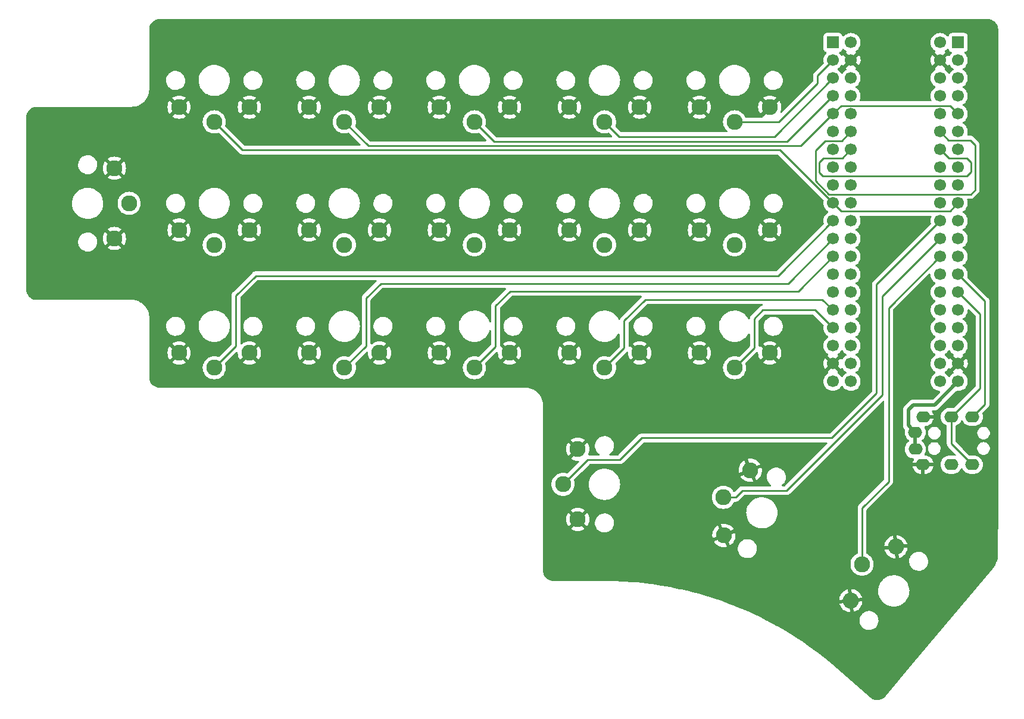
<source format=gbr>
%TF.GenerationSoftware,KiCad,Pcbnew,(6.0.7-1)-1*%
%TF.CreationDate,2022-12-31T13:50:09-08:00*%
%TF.ProjectId,karn-2,6b61726e-2d32-42e6-9b69-6361645f7063,rev?*%
%TF.SameCoordinates,Original*%
%TF.FileFunction,Copper,L1,Top*%
%TF.FilePolarity,Positive*%
%FSLAX46Y46*%
G04 Gerber Fmt 4.6, Leading zero omitted, Abs format (unit mm)*
G04 Created by KiCad (PCBNEW (6.0.7-1)-1) date 2022-12-31 13:50:09*
%MOMM*%
%LPD*%
G01*
G04 APERTURE LIST*
%TA.AperFunction,ComponentPad*%
%ADD10R,1.700000X1.700000*%
%TD*%
%TA.AperFunction,ComponentPad*%
%ADD11C,1.700000*%
%TD*%
%TA.AperFunction,ComponentPad*%
%ADD12O,2.000000X1.600000*%
%TD*%
%TA.AperFunction,ComponentPad*%
%ADD13C,2.282000*%
%TD*%
%TA.AperFunction,Conductor*%
%ADD14C,0.250000*%
%TD*%
%TA.AperFunction,Conductor*%
%ADD15C,0.500000*%
%TD*%
G04 APERTURE END LIST*
D10*
%TO.P,U2,1*%
%TO.N,N/C*%
X181800000Y-34600000D03*
D11*
%TO.P,U2,2*%
%TO.N,/K11*%
X181800000Y-37140000D03*
%TO.P,U2,3*%
%TO.N,/K12*%
X181800000Y-39680000D03*
%TO.P,U2,4*%
%TO.N,/K13*%
X181800000Y-42220000D03*
%TO.P,U2,5*%
%TO.N,/K14*%
X181800000Y-44760000D03*
%TO.P,U2,6*%
%TO.N,N/C*%
X181800000Y-47300000D03*
%TO.P,U2,7*%
X181800000Y-49840000D03*
%TO.P,U2,8*%
X181800000Y-52380000D03*
%TO.P,U2,9*%
X181800000Y-54920000D03*
%TO.P,U2,10*%
%TO.N,/K15*%
X181800000Y-57460000D03*
%TO.P,U2,11*%
%TO.N,/K35*%
X181800000Y-60000000D03*
%TO.P,U2,12*%
%TO.N,/K34*%
X181800000Y-62540000D03*
%TO.P,U2,13*%
%TO.N,/K33*%
X181800000Y-65080000D03*
%TO.P,U2,14*%
%TO.N,/TX*%
X181800000Y-67620000D03*
%TO.P,U2,15*%
%TO.N,/RX*%
X181800000Y-70160000D03*
%TO.P,U2,16*%
%TO.N,/K32*%
X181800000Y-72700000D03*
%TO.P,U2,17*%
%TO.N,/K31*%
X181800000Y-75240000D03*
%TO.P,U2,18*%
%TO.N,N/C*%
X181800000Y-77780000D03*
%TO.P,U2,19*%
%TO.N,GND*%
X181800000Y-80320000D03*
%TO.P,U2,20*%
%TO.N,VCC*%
X181800000Y-82860000D03*
%TO.P,U2,21*%
%TO.N,N/C*%
X166560000Y-82860000D03*
%TO.P,U2,22*%
X166560000Y-80320000D03*
%TO.P,U2,23*%
X166560000Y-77780000D03*
%TO.P,U2,24*%
X166560000Y-75240000D03*
%TO.P,U2,25*%
X166560000Y-72700000D03*
%TO.P,U2,26*%
X166560000Y-70160000D03*
%TO.P,U2,27*%
X166560000Y-67620000D03*
%TO.P,U2,28*%
%TO.N,/K41*%
X166560000Y-65080000D03*
%TO.P,U2,29*%
%TO.N,/K42*%
X166560000Y-62540000D03*
%TO.P,U2,30*%
%TO.N,/K43*%
X166560000Y-60000000D03*
%TO.P,U2,31*%
%TO.N,/K21*%
X166560000Y-57460000D03*
%TO.P,U2,32*%
%TO.N,/K22*%
X166560000Y-54920000D03*
%TO.P,U2,33*%
%TO.N,/K23*%
X166560000Y-52380000D03*
%TO.P,U2,34*%
%TO.N,/K24*%
X166560000Y-49840000D03*
%TO.P,U2,35*%
%TO.N,/K25*%
X166560000Y-47300000D03*
%TO.P,U2,36*%
%TO.N,N/C*%
X166560000Y-44760000D03*
%TO.P,U2,37*%
%TO.N,/K26*%
X166560000Y-42220000D03*
%TO.P,U2,38*%
%TO.N,N/C*%
X166560000Y-39680000D03*
%TO.P,U2,39*%
%TO.N,GND*%
X166560000Y-37140000D03*
%TO.P,U2,40*%
%TO.N,N/C*%
X166560000Y-34600000D03*
%TD*%
D10*
%TO.P,U1,1,PB12*%
%TO.N,unconnected-(U1-Pad1)*%
X163980000Y-34600000D03*
D11*
%TO.P,U1,2,PB13*%
%TO.N,/K11*%
X163980000Y-37140000D03*
%TO.P,U1,3,PB14*%
%TO.N,/K12*%
X163980000Y-39680000D03*
%TO.P,U1,4,PB15*%
%TO.N,/K13*%
X163980000Y-42220000D03*
%TO.P,U1,5,PA8*%
%TO.N,/K14*%
X163980000Y-44760000D03*
%TO.P,U1,6,PA9*%
%TO.N,unconnected-(U1-Pad6)*%
X163980000Y-47300000D03*
%TO.P,U1,7,PA10*%
%TO.N,unconnected-(U1-Pad7)*%
X163980000Y-49840000D03*
%TO.P,U1,8,PA11*%
%TO.N,unconnected-(U1-Pad8)*%
X163980000Y-52380000D03*
%TO.P,U1,9,PA12*%
%TO.N,unconnected-(U1-Pad9)*%
X163980000Y-54920000D03*
%TO.P,U1,10,PA15*%
%TO.N,/K15*%
X163980000Y-57460000D03*
%TO.P,U1,11,PB3*%
%TO.N,/K35*%
X163980000Y-60000000D03*
%TO.P,U1,12,PB4*%
%TO.N,/K34*%
X163980000Y-62540000D03*
%TO.P,U1,13,PB5*%
%TO.N,/K33*%
X163980000Y-65080000D03*
%TO.P,U1,14,PB6*%
%TO.N,/TX*%
X163980000Y-67620000D03*
%TO.P,U1,15,PB7*%
%TO.N,/RX*%
X163980000Y-70160000D03*
%TO.P,U1,16,PB8*%
%TO.N,/K32*%
X163980000Y-72700000D03*
%TO.P,U1,17,PB9*%
%TO.N,/K31*%
X163980000Y-75240000D03*
%TO.P,U1,18,5V*%
%TO.N,unconnected-(U1-Pad18)*%
X163980000Y-77780000D03*
%TO.P,U1,19,GND*%
%TO.N,GND*%
X163980000Y-80320000D03*
%TO.P,U1,20,3V3*%
%TO.N,VCC*%
X163980000Y-82860000D03*
%TO.P,U1,21,VBat*%
%TO.N,unconnected-(U1-Pad21)*%
X179220000Y-82860000D03*
%TO.P,U1,22,PC13*%
%TO.N,unconnected-(U1-Pad22)*%
X179220000Y-80320000D03*
%TO.P,U1,23,PC14*%
%TO.N,unconnected-(U1-Pad23)*%
X179220000Y-77780000D03*
%TO.P,U1,24,PC15*%
%TO.N,unconnected-(U1-Pad24)*%
X179220000Y-75240000D03*
%TO.P,U1,25,RES*%
%TO.N,unconnected-(U1-Pad25)*%
X179220000Y-72700000D03*
%TO.P,U1,26,PA0*%
%TO.N,unconnected-(U1-Pad26)*%
X179220000Y-70160000D03*
%TO.P,U1,27,PA1*%
%TO.N,unconnected-(U1-Pad27)*%
X179220000Y-67620000D03*
%TO.P,U1,28,PA2*%
%TO.N,/K41*%
X179220000Y-65080000D03*
%TO.P,U1,29,PA3*%
%TO.N,/K42*%
X179220000Y-62540000D03*
%TO.P,U1,30,PA4*%
%TO.N,/K43*%
X179220000Y-60000000D03*
%TO.P,U1,31,PA5*%
%TO.N,/K21*%
X179220000Y-57460000D03*
%TO.P,U1,32,PA6*%
%TO.N,/K22*%
X179220000Y-54920000D03*
%TO.P,U1,33,PA7*%
%TO.N,/K23*%
X179220000Y-52380000D03*
%TO.P,U1,34,PB0*%
%TO.N,/K24*%
X179220000Y-49840000D03*
%TO.P,U1,35,PB1*%
%TO.N,/K25*%
X179220000Y-47300000D03*
%TO.P,U1,36,PB2*%
%TO.N,unconnected-(U1-Pad36)*%
X179220000Y-44760000D03*
%TO.P,U1,37,PB10*%
%TO.N,/K26*%
X179220000Y-42220000D03*
%TO.P,U1,38,3V3*%
%TO.N,N/C*%
X179220000Y-39680000D03*
%TO.P,U1,39,GND*%
%TO.N,GND*%
X179220000Y-37140000D03*
%TO.P,U1,40,5V*%
%TO.N,unconnected-(U1-Pad40)*%
X179220000Y-34600000D03*
%TD*%
D12*
%TO.P,J1,4,RING1*%
%TO.N,/TX*%
X180800000Y-94700000D03*
%TO.P,J1,3,RING2*%
%TO.N,/RX*%
X183800000Y-94700000D03*
%TO.P,J1,2,TIP*%
%TO.N,GND*%
X176800000Y-94700000D03*
%TO.P,J1,1,SLEEVE*%
%TO.N,VCC*%
X175700000Y-90100000D03*
%TD*%
%TO.P,REF\u002A\u002A,1*%
%TO.N,VCC*%
X175712500Y-92500000D03*
%TO.P,REF\u002A\u002A,2*%
%TO.N,GND*%
X176812500Y-87900000D03*
%TO.P,REF\u002A\u002A,3*%
%TO.N,/RX*%
X180812500Y-87900000D03*
%TO.P,REF\u002A\u002A,4*%
%TO.N,/TX*%
X183812500Y-87900000D03*
%TD*%
D13*
%TO.P,K24,1,1*%
%TO.N,/K24*%
X94500000Y-63400000D03*
%TO.P,K24,2,2*%
%TO.N,GND*%
X89500000Y-61300000D03*
%TO.P,K24,3,3*%
X99500000Y-61300000D03*
%TD*%
%TO.P,K22,1,1*%
%TO.N,/K22*%
X131500000Y-63400000D03*
%TO.P,K22,2,2*%
%TO.N,GND*%
X126500000Y-61300000D03*
%TO.P,K22,3,3*%
X136500000Y-61300000D03*
%TD*%
%TO.P,K43,1,1*%
%TO.N,/K43*%
X125600000Y-97500000D03*
%TO.P,K43,2,2*%
%TO.N,GND*%
X127700000Y-92500000D03*
%TO.P,K43,3,3*%
X127700000Y-102500000D03*
%TD*%
%TO.P,K12,1,1*%
%TO.N,/K12*%
X131500000Y-45900000D03*
%TO.P,K12,2,2*%
%TO.N,GND*%
X126500000Y-43800000D03*
%TO.P,K12,3,3*%
X136500000Y-43800000D03*
%TD*%
%TO.P,K13,1,1*%
%TO.N,/K13*%
X113000000Y-45900000D03*
%TO.P,K13,2,2*%
%TO.N,GND*%
X108000000Y-43800000D03*
%TO.P,K13,3,3*%
X118000000Y-43800000D03*
%TD*%
%TO.P,K26,1,1*%
%TO.N,/K26*%
X63900256Y-57500000D03*
%TO.P,K26,2,2*%
%TO.N,GND*%
X61800256Y-62500000D03*
%TO.P,K26,3,3*%
X61800256Y-52500000D03*
%TD*%
%TO.P,K21,1,1*%
%TO.N,/K21*%
X150000000Y-63400000D03*
%TO.P,K21,2,2*%
%TO.N,GND*%
X145000000Y-61300000D03*
%TO.P,K21,3,3*%
X155000000Y-61300000D03*
%TD*%
%TO.P,K34,1,1*%
%TO.N,/K34*%
X94500000Y-80900000D03*
%TO.P,K34,2,2*%
%TO.N,GND*%
X89500000Y-78800000D03*
%TO.P,K34,3,3*%
X99500000Y-78800000D03*
%TD*%
%TO.P,K31,1,1*%
%TO.N,/K31*%
X150000000Y-80900000D03*
%TO.P,K31,2,2*%
%TO.N,GND*%
X145000000Y-78800000D03*
%TO.P,K31,3,3*%
X155000000Y-78800000D03*
%TD*%
%TO.P,K25,1,1*%
%TO.N,/K25*%
X76000000Y-63400000D03*
%TO.P,K25,2,2*%
%TO.N,GND*%
X71000000Y-61300000D03*
%TO.P,K25,3,3*%
X81000000Y-61300000D03*
%TD*%
%TO.P,K42,1,1*%
%TO.N,/K42*%
X148408626Y-99348970D03*
%TO.P,K42,2,2*%
%TO.N,GND*%
X152228745Y-95499725D03*
%TO.P,K42,3,3*%
X148482679Y-104771563D03*
%TD*%
%TO.P,K41,1,1*%
%TO.N,/K41*%
X168125072Y-108878954D03*
%TO.P,K41,2,2*%
%TO.N,GND*%
X172947703Y-106398586D03*
%TO.P,K41,3,3*%
X166519827Y-114059030D03*
%TD*%
%TO.P,K23,1,1*%
%TO.N,/K23*%
X113000000Y-63400000D03*
%TO.P,K23,2,2*%
%TO.N,GND*%
X108000000Y-61300000D03*
%TO.P,K23,3,3*%
X118000000Y-61300000D03*
%TD*%
%TO.P,K14,1,1*%
%TO.N,/K14*%
X94500000Y-45900000D03*
%TO.P,K14,2,2*%
%TO.N,GND*%
X89500000Y-43800000D03*
%TO.P,K14,3,3*%
X99500000Y-43800000D03*
%TD*%
%TO.P,K33,1,1*%
%TO.N,/K33*%
X113000000Y-80900000D03*
%TO.P,K33,2,2*%
%TO.N,GND*%
X108000000Y-78800000D03*
%TO.P,K33,3,3*%
X118000000Y-78800000D03*
%TD*%
%TO.P,K35,1,1*%
%TO.N,/K35*%
X76000000Y-80900000D03*
%TO.P,K35,2,2*%
%TO.N,GND*%
X71000000Y-78800000D03*
%TO.P,K35,3,3*%
X81000000Y-78800000D03*
%TD*%
%TO.P,K32,1,1*%
%TO.N,/K32*%
X131500000Y-80900000D03*
%TO.P,K32,2,2*%
%TO.N,GND*%
X126500000Y-78800000D03*
%TO.P,K32,3,3*%
X136500000Y-78800000D03*
%TD*%
%TO.P,K15,1,1*%
%TO.N,/K15*%
X76000000Y-45900000D03*
%TO.P,K15,2,2*%
%TO.N,GND*%
X71000000Y-43800000D03*
%TO.P,K15,3,3*%
X81000000Y-43800000D03*
%TD*%
%TO.P,K11,1,1*%
%TO.N,/K11*%
X150000000Y-45900000D03*
%TO.P,K11,2,2*%
%TO.N,GND*%
X145000000Y-43800000D03*
%TO.P,K11,3,3*%
X155000000Y-43800000D03*
%TD*%
D14*
%TO.N,/K42*%
X179220000Y-62540000D02*
X171050000Y-70710000D01*
X171050000Y-70710000D02*
X171050000Y-84750000D01*
X171050000Y-84750000D02*
X157400000Y-98400000D01*
X157400000Y-98400000D02*
X151100000Y-98400000D01*
X151100000Y-98400000D02*
X150151030Y-99348970D01*
X150151030Y-99348970D02*
X148408626Y-99348970D01*
%TO.N,/K43*%
X170200000Y-84500000D02*
X163800000Y-90900000D01*
X125600000Y-97500000D02*
X129100000Y-94000000D01*
X129100000Y-94000000D02*
X133700000Y-94000000D01*
X133700000Y-94000000D02*
X136800000Y-90900000D01*
X136800000Y-90900000D02*
X163800000Y-90900000D01*
X179220000Y-60000000D02*
X170200000Y-69020000D01*
X170200000Y-69020000D02*
X170200000Y-84500000D01*
%TO.N,/RX*%
X184900000Y-83812500D02*
X180812500Y-87900000D01*
X181800000Y-70160000D02*
X184900000Y-73260000D01*
X180812500Y-87900000D02*
X180812500Y-91712500D01*
X180812500Y-91712500D02*
X183800000Y-94700000D01*
X184900000Y-73260000D02*
X184900000Y-83812500D01*
%TO.N,GND*%
X127751599Y-92448401D02*
X127700000Y-92500000D01*
X127746341Y-92453659D02*
X127700000Y-92500000D01*
%TO.N,/TX*%
X185600000Y-71420000D02*
X185600000Y-86112500D01*
X181800000Y-67620000D02*
X185600000Y-71420000D01*
X185600000Y-86112500D02*
X183812500Y-87900000D01*
%TO.N,/K11*%
X161800000Y-40400000D02*
X161800000Y-39320000D01*
X161800000Y-39320000D02*
X163980000Y-37140000D01*
X150000000Y-45900000D02*
X156300000Y-45900000D01*
X156300000Y-45900000D02*
X161800000Y-40400000D01*
%TO.N,/K12*%
X131500000Y-45900000D02*
X133611834Y-48011834D01*
X133611834Y-48011834D02*
X155648166Y-48011834D01*
X155648166Y-48011834D02*
X163980000Y-39680000D01*
%TO.N,/K13*%
X115800000Y-48700000D02*
X113000000Y-45900000D01*
X163980000Y-42220000D02*
X157500000Y-48700000D01*
X157500000Y-48700000D02*
X115800000Y-48700000D01*
%TO.N,/K14*%
X159440000Y-49300000D02*
X97900000Y-49300000D01*
X163980000Y-44760000D02*
X165155000Y-43585000D01*
X165155000Y-43585000D02*
X180625000Y-43585000D01*
X180625000Y-43585000D02*
X181800000Y-44760000D01*
X97900000Y-49300000D02*
X94500000Y-45900000D01*
X163980000Y-44760000D02*
X159440000Y-49300000D01*
%TO.N,/K15*%
X80000000Y-49900000D02*
X76000000Y-45900000D01*
X180625000Y-58635000D02*
X181800000Y-57460000D01*
X165155000Y-58635000D02*
X180625000Y-58635000D01*
X156420000Y-49900000D02*
X80000000Y-49900000D01*
X163980000Y-57460000D02*
X156420000Y-49900000D01*
X163980000Y-57460000D02*
X165155000Y-58635000D01*
%TO.N,/K24*%
X183000000Y-53600000D02*
X162500000Y-53600000D01*
X165300000Y-51100000D02*
X166560000Y-49840000D01*
X162000000Y-51700000D02*
X162600000Y-51100000D01*
X183000000Y-51100000D02*
X183600000Y-51700000D01*
X183600000Y-51700000D02*
X183600000Y-53000000D01*
X183600000Y-53000000D02*
X183000000Y-53600000D01*
X162600000Y-51100000D02*
X165300000Y-51100000D01*
X180480000Y-51100000D02*
X183000000Y-51100000D01*
X162000000Y-53100000D02*
X162000000Y-51700000D01*
X162500000Y-53600000D02*
X162000000Y-53100000D01*
X179220000Y-49840000D02*
X180480000Y-51100000D01*
%TO.N,/K25*%
X163400000Y-56200000D02*
X161500000Y-54300000D01*
X183500000Y-48500000D02*
X184200000Y-49200000D01*
X180420000Y-48500000D02*
X183500000Y-48500000D01*
X165260000Y-48600000D02*
X166560000Y-47300000D01*
X184200000Y-49200000D02*
X184200000Y-55600000D01*
X179220000Y-47300000D02*
X180420000Y-48500000D01*
X183600000Y-56200000D02*
X163400000Y-56200000D01*
X161500000Y-50000000D02*
X162900000Y-48600000D01*
X162900000Y-48600000D02*
X165260000Y-48600000D01*
X161500000Y-54300000D02*
X161500000Y-50000000D01*
X184200000Y-55600000D02*
X183600000Y-56200000D01*
%TO.N,/K31*%
X150000000Y-80900000D02*
X152800000Y-78100000D01*
X161440000Y-72700000D02*
X163980000Y-75240000D01*
X152800000Y-73900000D02*
X154000000Y-72700000D01*
X152800000Y-78100000D02*
X152800000Y-73900000D01*
X154000000Y-72700000D02*
X161440000Y-72700000D01*
%TO.N,/K32*%
X134300000Y-74200000D02*
X134300000Y-78100000D01*
X134300000Y-78100000D02*
X131500000Y-80900000D01*
X137300000Y-71200000D02*
X134300000Y-74200000D01*
X163980000Y-72700000D02*
X162480000Y-71200000D01*
X162480000Y-71200000D02*
X137300000Y-71200000D01*
%TO.N,/K33*%
X163980000Y-65080000D02*
X159060000Y-70000000D01*
X116000000Y-77900000D02*
X113000000Y-80900000D01*
X118100000Y-70000000D02*
X116000000Y-72100000D01*
X116000000Y-72100000D02*
X116000000Y-77900000D01*
X159060000Y-70000000D02*
X118100000Y-70000000D01*
%TO.N,/K34*%
X97600000Y-71000000D02*
X97600000Y-77800000D01*
X97600000Y-77800000D02*
X94500000Y-80900000D01*
X163980000Y-62540000D02*
X157620000Y-68900000D01*
X99700000Y-68900000D02*
X97600000Y-71000000D01*
X157620000Y-68900000D02*
X99700000Y-68900000D01*
%TO.N,/K35*%
X156180000Y-67800000D02*
X81900000Y-67800000D01*
X163980000Y-60000000D02*
X156180000Y-67800000D01*
X79100000Y-70600000D02*
X79100000Y-77800000D01*
X81900000Y-67800000D02*
X79100000Y-70600000D01*
X79100000Y-77800000D02*
X76000000Y-80900000D01*
%TO.N,/K41*%
X171900000Y-72400000D02*
X171900000Y-97100000D01*
X179220000Y-65080000D02*
X171900000Y-72400000D01*
X168125072Y-100874928D02*
X168125072Y-108878954D01*
X171900000Y-97100000D02*
X168125072Y-100874928D01*
D15*
%TO.N,VCC*%
X174700000Y-89100000D02*
X175700000Y-90100000D01*
X175400000Y-86200000D02*
X174700000Y-86900000D01*
X174700000Y-86900000D02*
X174700000Y-89100000D01*
X175700000Y-90100000D02*
X175700000Y-92487500D01*
X178460000Y-86200000D02*
X175400000Y-86200000D01*
X175700000Y-92487500D02*
X175712500Y-92500000D01*
X178460000Y-86200000D02*
X181800000Y-82860000D01*
%TD*%
%TA.AperFunction,Conductor*%
%TO.N,GND*%
G36*
X185960931Y-31251914D02*
G01*
X185975239Y-31254142D01*
X185975243Y-31254142D01*
X185984113Y-31255523D01*
X185998936Y-31253585D01*
X186024251Y-31252843D01*
X186045436Y-31254358D01*
X186194699Y-31265032D01*
X186212494Y-31267590D01*
X186403944Y-31309237D01*
X186421193Y-31314302D01*
X186454890Y-31326870D01*
X186604768Y-31382771D01*
X186621107Y-31390233D01*
X186793079Y-31484136D01*
X186808193Y-31493850D01*
X186930951Y-31585745D01*
X186965039Y-31611263D01*
X186978625Y-31623035D01*
X187117165Y-31761574D01*
X187128938Y-31775161D01*
X187246351Y-31932007D01*
X187256068Y-31947127D01*
X187349964Y-32119088D01*
X187357432Y-32135440D01*
X187425898Y-32319008D01*
X187430963Y-32336257D01*
X187472610Y-32527706D01*
X187475168Y-32545501D01*
X187486857Y-32708944D01*
X187486152Y-32725890D01*
X187486170Y-32725890D01*
X187486060Y-32734858D01*
X187484678Y-32743733D01*
X187485842Y-32752636D01*
X187485842Y-32752638D01*
X187488715Y-32774613D01*
X187489778Y-32790973D01*
X187476019Y-100680787D01*
X187474702Y-107181071D01*
X187474673Y-107321731D01*
X187473173Y-107341089D01*
X187471947Y-107348966D01*
X187469554Y-107364333D01*
X187472008Y-107383096D01*
X187472916Y-107405681D01*
X187458218Y-107701612D01*
X187456979Y-107714051D01*
X187408737Y-108035701D01*
X187406272Y-108047955D01*
X187326398Y-108363239D01*
X187322732Y-108375186D01*
X187315824Y-108394267D01*
X187212005Y-108681019D01*
X187207172Y-108692546D01*
X187066693Y-108985891D01*
X187060741Y-108996884D01*
X186891890Y-109274859D01*
X186884880Y-109285207D01*
X186711109Y-109516129D01*
X186693662Y-109534963D01*
X186692313Y-109536150D01*
X186692310Y-109536154D01*
X186685571Y-109542083D01*
X186669525Y-109567412D01*
X186659577Y-109581008D01*
X175256385Y-123158266D01*
X171480646Y-127653865D01*
X171467074Y-127667706D01*
X171449300Y-127683238D01*
X171441263Y-127695829D01*
X171425555Y-127715703D01*
X171306645Y-127838444D01*
X171293248Y-127850430D01*
X171138274Y-127970321D01*
X171123315Y-127980274D01*
X171085710Y-128001589D01*
X170952857Y-128076892D01*
X170936627Y-128084617D01*
X170754158Y-128155993D01*
X170737004Y-128161327D01*
X170546223Y-128206012D01*
X170528482Y-128208850D01*
X170412025Y-128219041D01*
X170333301Y-128225930D01*
X170315326Y-128226216D01*
X170119698Y-128215345D01*
X170101866Y-128213070D01*
X169909775Y-128174470D01*
X169892448Y-128169680D01*
X169707805Y-128104137D01*
X169691337Y-128096930D01*
X169517907Y-128005782D01*
X169502631Y-127996305D01*
X169370120Y-127900361D01*
X169357043Y-127888429D01*
X169350592Y-127882881D01*
X169344688Y-127876126D01*
X169323497Y-127862601D01*
X169308469Y-127851351D01*
X163934427Y-123164481D01*
X163921178Y-123151052D01*
X163908204Y-123135765D01*
X163905057Y-123132057D01*
X163895709Y-123123979D01*
X163892424Y-123121928D01*
X163889685Y-123119798D01*
X162847282Y-122264805D01*
X161776525Y-121433640D01*
X161775840Y-121433137D01*
X160684539Y-120632050D01*
X160684505Y-120632026D01*
X160683831Y-120631531D01*
X159569989Y-119859059D01*
X158969221Y-119465881D01*
X158436447Y-119117202D01*
X158436440Y-119117198D01*
X158435802Y-119116780D01*
X158435168Y-119116389D01*
X158435135Y-119116368D01*
X157282837Y-118405691D01*
X157282820Y-118405681D01*
X157282089Y-118405230D01*
X156109682Y-117724921D01*
X156034152Y-117683764D01*
X155442930Y-117361605D01*
X154919427Y-117076346D01*
X154867698Y-117049935D01*
X154418822Y-116820755D01*
X167754622Y-116820755D01*
X167763226Y-117049935D01*
X167810321Y-117274388D01*
X167812278Y-117279344D01*
X167812280Y-117279350D01*
X167857919Y-117394913D01*
X167894561Y-117487697D01*
X168013537Y-117683764D01*
X168017034Y-117687794D01*
X168099951Y-117783347D01*
X168163847Y-117856981D01*
X168167978Y-117860368D01*
X168337065Y-117999012D01*
X168337071Y-117999016D01*
X168341193Y-118002396D01*
X168345829Y-118005035D01*
X168345832Y-118005037D01*
X168459482Y-118069730D01*
X168540505Y-118115851D01*
X168756083Y-118194102D01*
X168761332Y-118195051D01*
X168761335Y-118195052D01*
X168839885Y-118209256D01*
X168981764Y-118234912D01*
X168985903Y-118235107D01*
X168985910Y-118235108D01*
X169004301Y-118235975D01*
X169004310Y-118235975D01*
X169005790Y-118236045D01*
X169166986Y-118236045D01*
X169233445Y-118230406D01*
X169332611Y-118221992D01*
X169332615Y-118221991D01*
X169337922Y-118221541D01*
X169343077Y-118220203D01*
X169343083Y-118220202D01*
X169554736Y-118165267D01*
X169554735Y-118165267D01*
X169559907Y-118163925D01*
X169705978Y-118098125D01*
X169764151Y-118071920D01*
X169764154Y-118071919D01*
X169769012Y-118069730D01*
X169959256Y-117941650D01*
X170125200Y-117783347D01*
X170262100Y-117599348D01*
X170316548Y-117492258D01*
X170363622Y-117399669D01*
X170363622Y-117399668D01*
X170366040Y-117394913D01*
X170434049Y-117175888D01*
X170434750Y-117170600D01*
X170463482Y-116953820D01*
X170463482Y-116953815D01*
X170464182Y-116948535D01*
X170455578Y-116719355D01*
X170408483Y-116494902D01*
X170406526Y-116489946D01*
X170406524Y-116489940D01*
X170326202Y-116286554D01*
X170324243Y-116281593D01*
X170205267Y-116085526D01*
X170122566Y-115990221D01*
X170058457Y-115916342D01*
X170058455Y-115916340D01*
X170054957Y-115912309D01*
X170010554Y-115875901D01*
X169881739Y-115770278D01*
X169881733Y-115770274D01*
X169877611Y-115766894D01*
X169872975Y-115764255D01*
X169872972Y-115764253D01*
X169682942Y-115656082D01*
X169678299Y-115653439D01*
X169462721Y-115575188D01*
X169457472Y-115574239D01*
X169457469Y-115574238D01*
X169378919Y-115560034D01*
X169237040Y-115534378D01*
X169232901Y-115534183D01*
X169232894Y-115534182D01*
X169214503Y-115533315D01*
X169214494Y-115533315D01*
X169213014Y-115533245D01*
X169051818Y-115533245D01*
X168985359Y-115538884D01*
X168886193Y-115547298D01*
X168886189Y-115547299D01*
X168880882Y-115547749D01*
X168875727Y-115549087D01*
X168875721Y-115549088D01*
X168705130Y-115593365D01*
X168658897Y-115605365D01*
X168552177Y-115653439D01*
X168454653Y-115697370D01*
X168454650Y-115697371D01*
X168449792Y-115699560D01*
X168259548Y-115827640D01*
X168255691Y-115831319D01*
X168255689Y-115831321D01*
X168208600Y-115876242D01*
X168093604Y-115985943D01*
X167956704Y-116169942D01*
X167954288Y-116174693D01*
X167954286Y-116174697D01*
X167899938Y-116281593D01*
X167852764Y-116374377D01*
X167784755Y-116593402D01*
X167784054Y-116598688D01*
X167784054Y-116598690D01*
X167758764Y-116789507D01*
X167754622Y-116820755D01*
X154418822Y-116820755D01*
X153712894Y-116460334D01*
X153712864Y-116460319D01*
X153712182Y-116459971D01*
X152488819Y-115876242D01*
X152099080Y-115702970D01*
X151251010Y-115325931D01*
X151250997Y-115325925D01*
X151250220Y-115325580D01*
X150185949Y-114886262D01*
X149998042Y-114808696D01*
X149998018Y-114808686D01*
X149997278Y-114808381D01*
X149996561Y-114808107D01*
X149996535Y-114808097D01*
X149325827Y-114552096D01*
X149115616Y-114471861D01*
X164923082Y-114471861D01*
X164945530Y-114565363D01*
X164948579Y-114574748D01*
X165044119Y-114805401D01*
X165048600Y-114814195D01*
X165179049Y-115027068D01*
X165184849Y-115035050D01*
X165346989Y-115224893D01*
X165353964Y-115231868D01*
X165543807Y-115394008D01*
X165551789Y-115399808D01*
X165764662Y-115530257D01*
X165773456Y-115534738D01*
X166004109Y-115630278D01*
X166013494Y-115633327D01*
X166256256Y-115691609D01*
X166266003Y-115693152D01*
X166390750Y-115702970D01*
X166404063Y-115700173D01*
X166407165Y-115685608D01*
X166290510Y-114352249D01*
X166284723Y-114337456D01*
X166283232Y-114336376D01*
X166275437Y-114335382D01*
X164936859Y-114452492D01*
X164923836Y-114457586D01*
X164923082Y-114471861D01*
X149115616Y-114471861D01*
X148730898Y-114325019D01*
X148669401Y-114303420D01*
X166796179Y-114303420D01*
X166913289Y-115641998D01*
X166918383Y-115655021D01*
X166932658Y-115655775D01*
X167026160Y-115633327D01*
X167035545Y-115630278D01*
X167266198Y-115534738D01*
X167274992Y-115530257D01*
X167487865Y-115399808D01*
X167495847Y-115394008D01*
X167685690Y-115231868D01*
X167692665Y-115224893D01*
X167854805Y-115035050D01*
X167860605Y-115027068D01*
X167991054Y-114814195D01*
X167995535Y-114805401D01*
X168091075Y-114574748D01*
X168094124Y-114565363D01*
X168152406Y-114322601D01*
X168153949Y-114312854D01*
X168163767Y-114188107D01*
X168160970Y-114174794D01*
X168146405Y-114171692D01*
X166813046Y-114288347D01*
X166798253Y-114294134D01*
X166797173Y-114295625D01*
X166796179Y-114303420D01*
X148669401Y-114303420D01*
X148294342Y-114171692D01*
X147606058Y-113929953D01*
X164875887Y-113929953D01*
X164878684Y-113943266D01*
X164893249Y-113946368D01*
X166226608Y-113829713D01*
X166241401Y-113823926D01*
X166242481Y-113822435D01*
X166243475Y-113814640D01*
X166126365Y-112476062D01*
X166121271Y-112463039D01*
X166106996Y-112462285D01*
X166013494Y-112484733D01*
X166004109Y-112487782D01*
X165773456Y-112583322D01*
X165764662Y-112587803D01*
X165551789Y-112718252D01*
X165543807Y-112724052D01*
X165353964Y-112886192D01*
X165346989Y-112893167D01*
X165184849Y-113083010D01*
X165179049Y-113090992D01*
X165048600Y-113303865D01*
X165044119Y-113312659D01*
X164948579Y-113543312D01*
X164945530Y-113552697D01*
X164887248Y-113795459D01*
X164885705Y-113805206D01*
X164875887Y-113929953D01*
X147606058Y-113929953D01*
X147452803Y-113876127D01*
X147452771Y-113876116D01*
X147451993Y-113875843D01*
X147451183Y-113875583D01*
X147451157Y-113875574D01*
X146525166Y-113578034D01*
X146161486Y-113461176D01*
X146160643Y-113460930D01*
X146160614Y-113460921D01*
X144861107Y-113081552D01*
X144861070Y-113081542D01*
X144860307Y-113081319D01*
X144859525Y-113081113D01*
X144859513Y-113081110D01*
X144118391Y-112886192D01*
X143549396Y-112736544D01*
X143548608Y-112736359D01*
X143548579Y-112736352D01*
X142475484Y-112484733D01*
X142252519Y-112432452D01*
X166632489Y-112432452D01*
X166749144Y-113765811D01*
X166754931Y-113780604D01*
X166756422Y-113781684D01*
X166764217Y-113782678D01*
X168102795Y-113665568D01*
X168115818Y-113660474D01*
X168116572Y-113646199D01*
X168094124Y-113552697D01*
X168091075Y-113543312D01*
X167995535Y-113312659D01*
X167991054Y-113303865D01*
X167860605Y-113090992D01*
X167854805Y-113083010D01*
X167692665Y-112893167D01*
X167685690Y-112886192D01*
X167495847Y-112724052D01*
X167487865Y-112718252D01*
X167487278Y-112717892D01*
X170425264Y-112717892D01*
X170425627Y-112722040D01*
X170425627Y-112722045D01*
X170435947Y-112840008D01*
X170450909Y-113011023D01*
X170515098Y-113298187D01*
X170516542Y-113302112D01*
X170516543Y-113302115D01*
X170555903Y-113409091D01*
X170616702Y-113574339D01*
X170753937Y-113834627D01*
X170924391Y-114074479D01*
X170927235Y-114077528D01*
X170927240Y-114077535D01*
X171064403Y-114224624D01*
X171125069Y-114289680D01*
X171352446Y-114476450D01*
X171356003Y-114478656D01*
X171356008Y-114478659D01*
X171495848Y-114565363D01*
X171602527Y-114631507D01*
X171870919Y-114752127D01*
X172042029Y-114803137D01*
X172148907Y-114834999D01*
X172148909Y-114834999D01*
X172152906Y-114836191D01*
X172157026Y-114836844D01*
X172157028Y-114836844D01*
X172440053Y-114881671D01*
X172440059Y-114881672D01*
X172443534Y-114882222D01*
X172468117Y-114883338D01*
X172534147Y-114886337D01*
X172534168Y-114886337D01*
X172535567Y-114886401D01*
X172719366Y-114886401D01*
X172938337Y-114871857D01*
X172942431Y-114871032D01*
X172942435Y-114871031D01*
X173152454Y-114828683D01*
X173226783Y-114813696D01*
X173505002Y-114717898D01*
X173508744Y-114716024D01*
X173508749Y-114716022D01*
X173764363Y-114588019D01*
X173764365Y-114588018D01*
X173768107Y-114586144D01*
X173957275Y-114457586D01*
X174008017Y-114423102D01*
X174008020Y-114423100D01*
X174011476Y-114420751D01*
X174159562Y-114288347D01*
X174227716Y-114227411D01*
X174227717Y-114227410D01*
X174230833Y-114224624D01*
X174276201Y-114171692D01*
X174419599Y-114004387D01*
X174419604Y-114004380D01*
X174422323Y-114001208D01*
X174424597Y-113997706D01*
X174424601Y-113997701D01*
X174580311Y-113757927D01*
X174580313Y-113757924D01*
X174582583Y-113754428D01*
X174708798Y-113488622D01*
X174798749Y-113208457D01*
X174850856Y-112918857D01*
X174859135Y-112736544D01*
X174864015Y-112629080D01*
X174864015Y-112629075D01*
X174864204Y-112624910D01*
X174838559Y-112331779D01*
X174774370Y-112044615D01*
X174672766Y-111768463D01*
X174643522Y-111712996D01*
X174555856Y-111546725D01*
X174535531Y-111508175D01*
X174365077Y-111268323D01*
X174362233Y-111265274D01*
X174362228Y-111265267D01*
X174167249Y-111056178D01*
X174167247Y-111056176D01*
X174164399Y-111053122D01*
X173937022Y-110866352D01*
X173933465Y-110864146D01*
X173933460Y-110864143D01*
X173757080Y-110754783D01*
X173686941Y-110711295D01*
X173418549Y-110590675D01*
X173198723Y-110525142D01*
X173140561Y-110507803D01*
X173140559Y-110507803D01*
X173136562Y-110506611D01*
X173132442Y-110505958D01*
X173132440Y-110505958D01*
X172849415Y-110461131D01*
X172849409Y-110461130D01*
X172845934Y-110460580D01*
X172821351Y-110459464D01*
X172755321Y-110456465D01*
X172755300Y-110456465D01*
X172753901Y-110456401D01*
X172570102Y-110456401D01*
X172351131Y-110470945D01*
X172347037Y-110471770D01*
X172347033Y-110471771D01*
X172168336Y-110507803D01*
X172062685Y-110529106D01*
X171784466Y-110624904D01*
X171780724Y-110626778D01*
X171780719Y-110626780D01*
X171555680Y-110739472D01*
X171521361Y-110756658D01*
X171277992Y-110922051D01*
X171274876Y-110924837D01*
X171127979Y-111056178D01*
X171058635Y-111118178D01*
X171055912Y-111121355D01*
X170869869Y-111338415D01*
X170869864Y-111338422D01*
X170867145Y-111341594D01*
X170864871Y-111345096D01*
X170864867Y-111345101D01*
X170709157Y-111584875D01*
X170706885Y-111588374D01*
X170705097Y-111592140D01*
X170705094Y-111592145D01*
X170658943Y-111689339D01*
X170580670Y-111854180D01*
X170490719Y-112134345D01*
X170438612Y-112423945D01*
X170435852Y-112484733D01*
X170425664Y-112709087D01*
X170425264Y-112717892D01*
X167487278Y-112717892D01*
X167274992Y-112587803D01*
X167266198Y-112583322D01*
X167035545Y-112487782D01*
X167026160Y-112484733D01*
X166783398Y-112426451D01*
X166773651Y-112424908D01*
X166648904Y-112415090D01*
X166635591Y-112417887D01*
X166632489Y-112432452D01*
X142252519Y-112432452D01*
X142229698Y-112427101D01*
X141787866Y-112335945D01*
X140902996Y-112153384D01*
X140902979Y-112153381D01*
X140902166Y-112153213D01*
X139567756Y-111915078D01*
X138227432Y-111712866D01*
X138021750Y-111687464D01*
X136883007Y-111546829D01*
X136882971Y-111546825D01*
X136882161Y-111546725D01*
X136881360Y-111546648D01*
X136881325Y-111546644D01*
X136120163Y-111473334D01*
X135532913Y-111416774D01*
X134284428Y-111330295D01*
X134181471Y-111323163D01*
X134181468Y-111323163D01*
X134180662Y-111323107D01*
X132826382Y-111265791D01*
X132825549Y-111265778D01*
X132825544Y-111265778D01*
X132571025Y-111261849D01*
X131491303Y-111245181D01*
X131486096Y-111244902D01*
X131483407Y-111244444D01*
X131477067Y-111244354D01*
X131475922Y-111244337D01*
X131475917Y-111244337D01*
X131471054Y-111244268D01*
X131466239Y-111244948D01*
X131466234Y-111244948D01*
X131443362Y-111248177D01*
X131425750Y-111249414D01*
X124268771Y-111249414D01*
X124249389Y-111247914D01*
X124248044Y-111247705D01*
X124226206Y-111244305D01*
X124212049Y-111246156D01*
X124211509Y-111246227D01*
X124186097Y-111246964D01*
X124017964Y-111234825D01*
X123999999Y-111232217D01*
X123811014Y-111190696D01*
X123793613Y-111185534D01*
X123612559Y-111117292D01*
X123596081Y-111109685D01*
X123426697Y-111016126D01*
X123411483Y-111006228D01*
X123257311Y-110889308D01*
X123243676Y-110877326D01*
X123107909Y-110739472D01*
X123096140Y-110725661D01*
X122981577Y-110569711D01*
X122971917Y-110554354D01*
X122956565Y-110525530D01*
X122880953Y-110383565D01*
X122873598Y-110366973D01*
X122865150Y-110343478D01*
X122808124Y-110184897D01*
X122803229Y-110167421D01*
X122764596Y-109977822D01*
X122762263Y-109959826D01*
X122758243Y-109889142D01*
X122753081Y-109798406D01*
X122754029Y-109781635D01*
X122753981Y-109781634D01*
X122754228Y-109772653D01*
X122755743Y-109763812D01*
X122754716Y-109754901D01*
X122754716Y-109754897D01*
X122751616Y-109728006D01*
X122750787Y-109713579D01*
X122750787Y-106594770D01*
X150463895Y-106594770D01*
X150472499Y-106823950D01*
X150519594Y-107048403D01*
X150521551Y-107053359D01*
X150521553Y-107053365D01*
X150567192Y-107168928D01*
X150603834Y-107261712D01*
X150722810Y-107457779D01*
X150726307Y-107461809D01*
X150809224Y-107557362D01*
X150873120Y-107630996D01*
X150877251Y-107634383D01*
X151046338Y-107773027D01*
X151046344Y-107773031D01*
X151050466Y-107776411D01*
X151055102Y-107779050D01*
X151055105Y-107779052D01*
X151168755Y-107843745D01*
X151249778Y-107889866D01*
X151465356Y-107968117D01*
X151470605Y-107969066D01*
X151470608Y-107969067D01*
X151539663Y-107981554D01*
X151691037Y-108008927D01*
X151695176Y-108009122D01*
X151695183Y-108009123D01*
X151713574Y-108009990D01*
X151713583Y-108009990D01*
X151715063Y-108010060D01*
X151876259Y-108010060D01*
X151942718Y-108004421D01*
X152041884Y-107996007D01*
X152041888Y-107996006D01*
X152047195Y-107995556D01*
X152052350Y-107994218D01*
X152052356Y-107994217D01*
X152264009Y-107939282D01*
X152264008Y-107939282D01*
X152269180Y-107937940D01*
X152463192Y-107850544D01*
X152473424Y-107845935D01*
X152473427Y-107845934D01*
X152478285Y-107843745D01*
X152668529Y-107715665D01*
X152683261Y-107701612D01*
X152830616Y-107561041D01*
X152834473Y-107557362D01*
X152971373Y-107373363D01*
X152974800Y-107366624D01*
X153072895Y-107173684D01*
X153072895Y-107173683D01*
X153075313Y-107168928D01*
X153143322Y-106949903D01*
X153173455Y-106722550D01*
X153164851Y-106493370D01*
X153117756Y-106268917D01*
X153115799Y-106263961D01*
X153115797Y-106263955D01*
X153035475Y-106060569D01*
X153033516Y-106055608D01*
X152914540Y-105859541D01*
X152831839Y-105764236D01*
X152767730Y-105690357D01*
X152767728Y-105690355D01*
X152764230Y-105686324D01*
X152701553Y-105634932D01*
X152591012Y-105544293D01*
X152591006Y-105544289D01*
X152586884Y-105540909D01*
X152582248Y-105538270D01*
X152582245Y-105538268D01*
X152392215Y-105430097D01*
X152387572Y-105427454D01*
X152171994Y-105349203D01*
X152166745Y-105348254D01*
X152166742Y-105348253D01*
X152088192Y-105334049D01*
X151946313Y-105308393D01*
X151942174Y-105308198D01*
X151942167Y-105308197D01*
X151923776Y-105307330D01*
X151923767Y-105307330D01*
X151922287Y-105307260D01*
X151761091Y-105307260D01*
X151694632Y-105312899D01*
X151595466Y-105321313D01*
X151595462Y-105321314D01*
X151590155Y-105321764D01*
X151585000Y-105323102D01*
X151584994Y-105323103D01*
X151414403Y-105367380D01*
X151368170Y-105379380D01*
X151222099Y-105445180D01*
X151163926Y-105471385D01*
X151163923Y-105471386D01*
X151159065Y-105473575D01*
X150968821Y-105601655D01*
X150964964Y-105605334D01*
X150964962Y-105605336D01*
X150910166Y-105657609D01*
X150802877Y-105759958D01*
X150665977Y-105943957D01*
X150663561Y-105948708D01*
X150663559Y-105948712D01*
X150609211Y-106055608D01*
X150562037Y-106148392D01*
X150494028Y-106367417D01*
X150493327Y-106372703D01*
X150493327Y-106372705D01*
X150474554Y-106514350D01*
X150463895Y-106594770D01*
X122750787Y-106594770D01*
X122750787Y-105643800D01*
X147087962Y-105643800D01*
X147091656Y-105657609D01*
X147141901Y-105739601D01*
X147147701Y-105747583D01*
X147309841Y-105937426D01*
X147316816Y-105944401D01*
X147506659Y-106106541D01*
X147514641Y-106112341D01*
X147727514Y-106242790D01*
X147736308Y-106247271D01*
X147966961Y-106342811D01*
X147976346Y-106345860D01*
X148219108Y-106404142D01*
X148228855Y-106405685D01*
X148477749Y-106425274D01*
X148487609Y-106425274D01*
X148736503Y-106405685D01*
X148746250Y-106404142D01*
X148867923Y-106374931D01*
X148879721Y-106368157D01*
X148878171Y-106353346D01*
X148355195Y-105121291D01*
X148345123Y-105109014D01*
X148343369Y-105108447D01*
X148335649Y-105109909D01*
X147098771Y-105634932D01*
X147087962Y-105643800D01*
X122750787Y-105643800D01*
X122750787Y-104776493D01*
X146828968Y-104776493D01*
X146848557Y-105025387D01*
X146850100Y-105035134D01*
X146879311Y-105156807D01*
X146886085Y-105168605D01*
X146900896Y-105167055D01*
X147504423Y-104910873D01*
X148819563Y-104910873D01*
X148821025Y-104918593D01*
X149346048Y-106155471D01*
X149354916Y-106166280D01*
X149368725Y-106162586D01*
X149450717Y-106112341D01*
X149458699Y-106106541D01*
X149648542Y-105944401D01*
X149655517Y-105937426D01*
X149817657Y-105747583D01*
X149823457Y-105739601D01*
X149953906Y-105526728D01*
X149958387Y-105517934D01*
X150053927Y-105287281D01*
X150056976Y-105277896D01*
X150115258Y-105035134D01*
X150116801Y-105025387D01*
X150136390Y-104776493D01*
X150136390Y-104766633D01*
X150116801Y-104517739D01*
X150115258Y-104507992D01*
X150086047Y-104386319D01*
X150079273Y-104374521D01*
X150064462Y-104376071D01*
X148832407Y-104899047D01*
X148820130Y-104909119D01*
X148819563Y-104910873D01*
X147504423Y-104910873D01*
X148132951Y-104644079D01*
X148145228Y-104634007D01*
X148145795Y-104632253D01*
X148144333Y-104624533D01*
X147619310Y-103387655D01*
X147610442Y-103376846D01*
X147596633Y-103380540D01*
X147514641Y-103430785D01*
X147506659Y-103436585D01*
X147316816Y-103598725D01*
X147309841Y-103605700D01*
X147147701Y-103795543D01*
X147141901Y-103803525D01*
X147011452Y-104016398D01*
X147006971Y-104025192D01*
X146911431Y-104255845D01*
X146908382Y-104265230D01*
X146850100Y-104507992D01*
X146848557Y-104517739D01*
X146828968Y-104766633D01*
X146828968Y-104776493D01*
X122750787Y-104776493D01*
X122750787Y-103835820D01*
X126729535Y-103835820D01*
X126733785Y-103841896D01*
X126944835Y-103971227D01*
X126953629Y-103975708D01*
X127184282Y-104071248D01*
X127193667Y-104074297D01*
X127436429Y-104132579D01*
X127446176Y-104134122D01*
X127695070Y-104153711D01*
X127704930Y-104153711D01*
X127953824Y-104134122D01*
X127963571Y-104132579D01*
X128206333Y-104074297D01*
X128215718Y-104071248D01*
X128446371Y-103975708D01*
X128455165Y-103971227D01*
X128664773Y-103842779D01*
X128670538Y-103833946D01*
X128664531Y-103823741D01*
X127712812Y-102872022D01*
X127698868Y-102864408D01*
X127697035Y-102864539D01*
X127690420Y-102868790D01*
X126736928Y-103822282D01*
X126729535Y-103835820D01*
X122750787Y-103835820D01*
X122750787Y-102504930D01*
X126046289Y-102504930D01*
X126065878Y-102753824D01*
X126067421Y-102763571D01*
X126125703Y-103006333D01*
X126128752Y-103015718D01*
X126224292Y-103246371D01*
X126228773Y-103255165D01*
X126357221Y-103464773D01*
X126366054Y-103470538D01*
X126376259Y-103464531D01*
X127327978Y-102512812D01*
X127334356Y-102501132D01*
X128064408Y-102501132D01*
X128064539Y-102502965D01*
X128068790Y-102509580D01*
X129022282Y-103463072D01*
X129035820Y-103470465D01*
X129041896Y-103466215D01*
X129171227Y-103255165D01*
X129175708Y-103246371D01*
X129271248Y-103015718D01*
X129274297Y-103006333D01*
X129291156Y-102936110D01*
X130145220Y-102936110D01*
X130153824Y-103165290D01*
X130200919Y-103389743D01*
X130202876Y-103394699D01*
X130202878Y-103394705D01*
X130248517Y-103510268D01*
X130285159Y-103603052D01*
X130358515Y-103723939D01*
X130388899Y-103774010D01*
X130404135Y-103799119D01*
X130407632Y-103803149D01*
X130490549Y-103898702D01*
X130554445Y-103972336D01*
X130558576Y-103975723D01*
X130727663Y-104114367D01*
X130727669Y-104114371D01*
X130731791Y-104117751D01*
X130736427Y-104120390D01*
X130736430Y-104120392D01*
X130850080Y-104185085D01*
X130931103Y-104231206D01*
X131146681Y-104309457D01*
X131151930Y-104310406D01*
X131151933Y-104310407D01*
X131230483Y-104324611D01*
X131372362Y-104350267D01*
X131376501Y-104350462D01*
X131376508Y-104350463D01*
X131394899Y-104351330D01*
X131394908Y-104351330D01*
X131396388Y-104351400D01*
X131557584Y-104351400D01*
X131624043Y-104345761D01*
X131723209Y-104337347D01*
X131723213Y-104337346D01*
X131728520Y-104336896D01*
X131733675Y-104335558D01*
X131733681Y-104335557D01*
X131945334Y-104280622D01*
X131945333Y-104280622D01*
X131950505Y-104279280D01*
X132096576Y-104213480D01*
X132154749Y-104187275D01*
X132154752Y-104187274D01*
X132159610Y-104185085D01*
X132349854Y-104057005D01*
X132515798Y-103898702D01*
X132572657Y-103822282D01*
X132649512Y-103718985D01*
X132652698Y-103714703D01*
X132659020Y-103702270D01*
X132754220Y-103515024D01*
X132754220Y-103515023D01*
X132756638Y-103510268D01*
X132824647Y-103291243D01*
X132830594Y-103246371D01*
X132840058Y-103174969D01*
X148085637Y-103174969D01*
X148087187Y-103189780D01*
X148610163Y-104421835D01*
X148620235Y-104434112D01*
X148621989Y-104434679D01*
X148629709Y-104433217D01*
X149866587Y-103908194D01*
X149877396Y-103899326D01*
X149873702Y-103885517D01*
X149823457Y-103803525D01*
X149817657Y-103795543D01*
X149655517Y-103605700D01*
X149648542Y-103598725D01*
X149458699Y-103436585D01*
X149450717Y-103430785D01*
X149237844Y-103300336D01*
X149229050Y-103295855D01*
X148998397Y-103200315D01*
X148989012Y-103197266D01*
X148746250Y-103138984D01*
X148736503Y-103137441D01*
X148487609Y-103117852D01*
X148477749Y-103117852D01*
X148228855Y-103137441D01*
X148219108Y-103138984D01*
X148097435Y-103168195D01*
X148085637Y-103174969D01*
X132840058Y-103174969D01*
X132854080Y-103069175D01*
X132854080Y-103069170D01*
X132854780Y-103063890D01*
X132846176Y-102834710D01*
X132799081Y-102610257D01*
X132797124Y-102605301D01*
X132797122Y-102605295D01*
X132716800Y-102401909D01*
X132714841Y-102396948D01*
X132595865Y-102200881D01*
X132539210Y-102135592D01*
X132449055Y-102031697D01*
X132449053Y-102031695D01*
X132445555Y-102027664D01*
X132392647Y-101984282D01*
X132272337Y-101885633D01*
X132272331Y-101885629D01*
X132268209Y-101882249D01*
X132263573Y-101879610D01*
X132263570Y-101879608D01*
X132073540Y-101771437D01*
X132068897Y-101768794D01*
X131853319Y-101690543D01*
X131848070Y-101689594D01*
X131848067Y-101689593D01*
X131769517Y-101675389D01*
X131627638Y-101649733D01*
X131623499Y-101649538D01*
X131623492Y-101649537D01*
X131605101Y-101648670D01*
X131605092Y-101648670D01*
X131603612Y-101648600D01*
X131442416Y-101648600D01*
X131375957Y-101654239D01*
X131276791Y-101662653D01*
X131276787Y-101662654D01*
X131271480Y-101663104D01*
X131266325Y-101664442D01*
X131266319Y-101664443D01*
X131095728Y-101708720D01*
X131049495Y-101720720D01*
X130942775Y-101768794D01*
X130845251Y-101812725D01*
X130845248Y-101812726D01*
X130840390Y-101814915D01*
X130650146Y-101942995D01*
X130484202Y-102101298D01*
X130347302Y-102285297D01*
X130344886Y-102290048D01*
X130344884Y-102290052D01*
X130290536Y-102396948D01*
X130243362Y-102489732D01*
X130175353Y-102708757D01*
X130174652Y-102714043D01*
X130174652Y-102714045D01*
X130151470Y-102888956D01*
X130145220Y-102936110D01*
X129291156Y-102936110D01*
X129332579Y-102763571D01*
X129334122Y-102753824D01*
X129353711Y-102504930D01*
X129353711Y-102495070D01*
X129334122Y-102246176D01*
X129332579Y-102236429D01*
X129274297Y-101993667D01*
X129271248Y-101984282D01*
X129175708Y-101753629D01*
X129171227Y-101744835D01*
X129085928Y-101605640D01*
X151659541Y-101605640D01*
X151659904Y-101609788D01*
X151659904Y-101609793D01*
X151663463Y-101650472D01*
X151685186Y-101898771D01*
X151749375Y-102185935D01*
X151850979Y-102462087D01*
X151852926Y-102465780D01*
X151852927Y-102465782D01*
X151871565Y-102501132D01*
X151988214Y-102722375D01*
X152158668Y-102962227D01*
X152161512Y-102965276D01*
X152161517Y-102965283D01*
X152323496Y-103138984D01*
X152359346Y-103177428D01*
X152586723Y-103364198D01*
X152590280Y-103366404D01*
X152590285Y-103366407D01*
X152703471Y-103436585D01*
X152836804Y-103519255D01*
X153105196Y-103639875D01*
X153276306Y-103690885D01*
X153383184Y-103722747D01*
X153383186Y-103722747D01*
X153387183Y-103723939D01*
X153391303Y-103724592D01*
X153391305Y-103724592D01*
X153674330Y-103769419D01*
X153674336Y-103769420D01*
X153677811Y-103769970D01*
X153702394Y-103771086D01*
X153768424Y-103774085D01*
X153768445Y-103774085D01*
X153769844Y-103774149D01*
X153953643Y-103774149D01*
X154172614Y-103759605D01*
X154176708Y-103758780D01*
X154176712Y-103758779D01*
X154418885Y-103709948D01*
X154461060Y-103701444D01*
X154647343Y-103637302D01*
X154735315Y-103607011D01*
X154735316Y-103607010D01*
X154739279Y-103605646D01*
X154743021Y-103603772D01*
X154743026Y-103603770D01*
X154998640Y-103475767D01*
X154998642Y-103475766D01*
X155002384Y-103473892D01*
X155245753Y-103308499D01*
X155395099Y-103174969D01*
X155461993Y-103115159D01*
X155461994Y-103115158D01*
X155465110Y-103112372D01*
X155511233Y-103058559D01*
X155653876Y-102892135D01*
X155653881Y-102892128D01*
X155656600Y-102888956D01*
X155658874Y-102885454D01*
X155658878Y-102885449D01*
X155814588Y-102645675D01*
X155814590Y-102645672D01*
X155816860Y-102642176D01*
X155832017Y-102610257D01*
X155884908Y-102498868D01*
X155943075Y-102376370D01*
X156033026Y-102096205D01*
X156085133Y-101806605D01*
X156098481Y-101512658D01*
X156072836Y-101219527D01*
X156008647Y-100932363D01*
X156000554Y-100910365D01*
X155955618Y-100788234D01*
X155907043Y-100656211D01*
X155856985Y-100561267D01*
X155771755Y-100399616D01*
X155769808Y-100395923D01*
X155599354Y-100156071D01*
X155596510Y-100153022D01*
X155596505Y-100153015D01*
X155401526Y-99943926D01*
X155401524Y-99943924D01*
X155398676Y-99940870D01*
X155171299Y-99754100D01*
X155167742Y-99751894D01*
X155167737Y-99751891D01*
X154990976Y-99642295D01*
X154921218Y-99599043D01*
X154652826Y-99478423D01*
X154431316Y-99412388D01*
X154374838Y-99395551D01*
X154374836Y-99395551D01*
X154370839Y-99394359D01*
X154366719Y-99393706D01*
X154366717Y-99393706D01*
X154083692Y-99348879D01*
X154083686Y-99348878D01*
X154080211Y-99348328D01*
X154055628Y-99347212D01*
X153989598Y-99344213D01*
X153989577Y-99344213D01*
X153988178Y-99344149D01*
X153804379Y-99344149D01*
X153585408Y-99358693D01*
X153581314Y-99359518D01*
X153581310Y-99359519D01*
X153402613Y-99395551D01*
X153296962Y-99416854D01*
X153018743Y-99512652D01*
X153015001Y-99514526D01*
X153014996Y-99514528D01*
X152759382Y-99642531D01*
X152755638Y-99644406D01*
X152752173Y-99646761D01*
X152576419Y-99766203D01*
X152512269Y-99809799D01*
X152509153Y-99812585D01*
X152327469Y-99975029D01*
X152292912Y-100005926D01*
X152290189Y-100009103D01*
X152104146Y-100226163D01*
X152104141Y-100226170D01*
X152101422Y-100229342D01*
X152099148Y-100232844D01*
X152099144Y-100232849D01*
X151963985Y-100440977D01*
X151941162Y-100476122D01*
X151939374Y-100479888D01*
X151939371Y-100479893D01*
X151911642Y-100538290D01*
X151814947Y-100741928D01*
X151813668Y-100745911D01*
X151813667Y-100745914D01*
X151791970Y-100813494D01*
X151724996Y-101022093D01*
X151672889Y-101311693D01*
X151659541Y-101605640D01*
X129085928Y-101605640D01*
X129042779Y-101535227D01*
X129033946Y-101529462D01*
X129023741Y-101535469D01*
X128072022Y-102487188D01*
X128064408Y-102501132D01*
X127334356Y-102501132D01*
X127335592Y-102498868D01*
X127335461Y-102497035D01*
X127331210Y-102490420D01*
X126377718Y-101536928D01*
X126364180Y-101529535D01*
X126358104Y-101533785D01*
X126228773Y-101744835D01*
X126224292Y-101753629D01*
X126128752Y-101984282D01*
X126125703Y-101993667D01*
X126067421Y-102236429D01*
X126065878Y-102246176D01*
X126046289Y-102495070D01*
X126046289Y-102504930D01*
X122750787Y-102504930D01*
X122750787Y-101166054D01*
X126729462Y-101166054D01*
X126735469Y-101176259D01*
X127687188Y-102127978D01*
X127701132Y-102135592D01*
X127702965Y-102135461D01*
X127709580Y-102131210D01*
X128663072Y-101177718D01*
X128670465Y-101164180D01*
X128666215Y-101158104D01*
X128455165Y-101028773D01*
X128446371Y-101024292D01*
X128215718Y-100928752D01*
X128206333Y-100925703D01*
X127963571Y-100867421D01*
X127953824Y-100865878D01*
X127704930Y-100846289D01*
X127695070Y-100846289D01*
X127446176Y-100865878D01*
X127436429Y-100867421D01*
X127193667Y-100925703D01*
X127184282Y-100928752D01*
X126953629Y-101024292D01*
X126944835Y-101028773D01*
X126735227Y-101157221D01*
X126729462Y-101166054D01*
X122750787Y-101166054D01*
X122750787Y-92504930D01*
X126046289Y-92504930D01*
X126065878Y-92753824D01*
X126067421Y-92763571D01*
X126125703Y-93006333D01*
X126128752Y-93015718D01*
X126224292Y-93246371D01*
X126228773Y-93255165D01*
X126357221Y-93464773D01*
X126366054Y-93470538D01*
X126376259Y-93464531D01*
X127327978Y-92512812D01*
X127335592Y-92498868D01*
X127335461Y-92497035D01*
X127331210Y-92490420D01*
X126377718Y-91536928D01*
X126364180Y-91529535D01*
X126358104Y-91533785D01*
X126228773Y-91744835D01*
X126224292Y-91753629D01*
X126128752Y-91984282D01*
X126125703Y-91993667D01*
X126067421Y-92236429D01*
X126065878Y-92246176D01*
X126046289Y-92495070D01*
X126046289Y-92504930D01*
X122750787Y-92504930D01*
X122750787Y-91166054D01*
X126729462Y-91166054D01*
X126735469Y-91176259D01*
X127687188Y-92127978D01*
X127701132Y-92135592D01*
X127702965Y-92135461D01*
X127709580Y-92131210D01*
X128663072Y-91177718D01*
X128670465Y-91164180D01*
X128666215Y-91158104D01*
X128455165Y-91028773D01*
X128446371Y-91024292D01*
X128215718Y-90928752D01*
X128206333Y-90925703D01*
X127963571Y-90867421D01*
X127953824Y-90865878D01*
X127704930Y-90846289D01*
X127695070Y-90846289D01*
X127446176Y-90865878D01*
X127436429Y-90867421D01*
X127193667Y-90925703D01*
X127184282Y-90928752D01*
X126953629Y-91024292D01*
X126944835Y-91028773D01*
X126735227Y-91157221D01*
X126729462Y-91166054D01*
X122750787Y-91166054D01*
X122750787Y-86302495D01*
X122752533Y-86281590D01*
X122754976Y-86267067D01*
X122755783Y-86262272D01*
X122755934Y-86249918D01*
X122755244Y-86245100D01*
X122755026Y-86241752D01*
X122754621Y-86237774D01*
X122754377Y-86233730D01*
X122737093Y-85947964D01*
X122722686Y-85869341D01*
X122683255Y-85654168D01*
X122682567Y-85650413D01*
X122592571Y-85361604D01*
X122468420Y-85085749D01*
X122311923Y-84826870D01*
X122309581Y-84823880D01*
X122309575Y-84823872D01*
X122127716Y-84591746D01*
X122125363Y-84588742D01*
X121911459Y-84374838D01*
X121673331Y-84188277D01*
X121568628Y-84124982D01*
X121417700Y-84033743D01*
X121417694Y-84033740D01*
X121414452Y-84031780D01*
X121138597Y-83907629D01*
X120849788Y-83817634D01*
X120552238Y-83763107D01*
X120548449Y-83762878D01*
X120548442Y-83762877D01*
X120427116Y-83755539D01*
X120280205Y-83746654D01*
X120268618Y-83745332D01*
X120267443Y-83745227D01*
X120262638Y-83744418D01*
X120257775Y-83744359D01*
X120257769Y-83744358D01*
X120255143Y-83744326D01*
X120255138Y-83744326D01*
X120250284Y-83744267D01*
X120224819Y-83747914D01*
X120223234Y-83748141D01*
X120205371Y-83749414D01*
X68299030Y-83749414D01*
X68279647Y-83747914D01*
X68268907Y-83746242D01*
X68265337Y-83745686D01*
X68265336Y-83745686D01*
X68256467Y-83744305D01*
X68247564Y-83745469D01*
X68247560Y-83745469D01*
X68241645Y-83746242D01*
X68216324Y-83746984D01*
X68094743Y-83738288D01*
X68045873Y-83734793D01*
X68028083Y-83732234D01*
X67836640Y-83690587D01*
X67819397Y-83685525D01*
X67635810Y-83617050D01*
X67619466Y-83609585D01*
X67447506Y-83515687D01*
X67432386Y-83505970D01*
X67275538Y-83388555D01*
X67261952Y-83376782D01*
X67123419Y-83238249D01*
X67111646Y-83224663D01*
X66994230Y-83067815D01*
X66984511Y-83052692D01*
X66890617Y-82880739D01*
X66883148Y-82864386D01*
X66877566Y-82849418D01*
X66814675Y-82680803D01*
X66809612Y-82663557D01*
X66767965Y-82472116D01*
X66765407Y-82454326D01*
X66753717Y-82290886D01*
X66754421Y-82273934D01*
X66754405Y-82273934D01*
X66754515Y-82264958D01*
X66755896Y-82256087D01*
X66754732Y-82247186D01*
X66754732Y-82247182D01*
X66751851Y-82225155D01*
X66750787Y-82208817D01*
X66750787Y-80900000D01*
X74353424Y-80900000D01*
X74373696Y-81157581D01*
X74374850Y-81162388D01*
X74374851Y-81162394D01*
X74413109Y-81321748D01*
X74434013Y-81408820D01*
X74435906Y-81413391D01*
X74435907Y-81413393D01*
X74530917Y-81642766D01*
X74532890Y-81647530D01*
X74667892Y-81867833D01*
X74671103Y-81871593D01*
X74671107Y-81871598D01*
X74819748Y-82045634D01*
X74835695Y-82064305D01*
X74839457Y-82067518D01*
X75028402Y-82228893D01*
X75028407Y-82228897D01*
X75032167Y-82232108D01*
X75252470Y-82367110D01*
X75257040Y-82369003D01*
X75257044Y-82369005D01*
X75486607Y-82464093D01*
X75491180Y-82465987D01*
X75578252Y-82486891D01*
X75737606Y-82525149D01*
X75737612Y-82525150D01*
X75742419Y-82526304D01*
X76000000Y-82546576D01*
X76257581Y-82526304D01*
X76262388Y-82525150D01*
X76262394Y-82525149D01*
X76421748Y-82486891D01*
X76508820Y-82465987D01*
X76513393Y-82464093D01*
X76742956Y-82369005D01*
X76742960Y-82369003D01*
X76747530Y-82367110D01*
X76967833Y-82232108D01*
X76971593Y-82228897D01*
X76971598Y-82228893D01*
X77160543Y-82067518D01*
X77164305Y-82064305D01*
X77180252Y-82045634D01*
X77328893Y-81871598D01*
X77328897Y-81871593D01*
X77332108Y-81867833D01*
X77467110Y-81647530D01*
X77469084Y-81642766D01*
X77564093Y-81413393D01*
X77564094Y-81413391D01*
X77565987Y-81408820D01*
X77586891Y-81321748D01*
X77625149Y-81162394D01*
X77625150Y-81162388D01*
X77626304Y-81157581D01*
X77646576Y-80900000D01*
X77626304Y-80642419D01*
X77565987Y-80391180D01*
X77564097Y-80386617D01*
X77564095Y-80386611D01*
X77547659Y-80346933D01*
X77540069Y-80276343D01*
X77574972Y-80209618D01*
X77648770Y-80135820D01*
X80029535Y-80135820D01*
X80033785Y-80141896D01*
X80244835Y-80271227D01*
X80253629Y-80275708D01*
X80484282Y-80371248D01*
X80493667Y-80374297D01*
X80736429Y-80432579D01*
X80746176Y-80434122D01*
X80995070Y-80453711D01*
X81004930Y-80453711D01*
X81253824Y-80434122D01*
X81263571Y-80432579D01*
X81506333Y-80374297D01*
X81515718Y-80371248D01*
X81746371Y-80275708D01*
X81755165Y-80271227D01*
X81964773Y-80142779D01*
X81969315Y-80135820D01*
X88529535Y-80135820D01*
X88533785Y-80141896D01*
X88744835Y-80271227D01*
X88753629Y-80275708D01*
X88984282Y-80371248D01*
X88993667Y-80374297D01*
X89236429Y-80432579D01*
X89246176Y-80434122D01*
X89495070Y-80453711D01*
X89504930Y-80453711D01*
X89753824Y-80434122D01*
X89763571Y-80432579D01*
X90006333Y-80374297D01*
X90015718Y-80371248D01*
X90246371Y-80275708D01*
X90255165Y-80271227D01*
X90464773Y-80142779D01*
X90470538Y-80133946D01*
X90464531Y-80123741D01*
X89512812Y-79172022D01*
X89498868Y-79164408D01*
X89497035Y-79164539D01*
X89490420Y-79168790D01*
X88536928Y-80122282D01*
X88529535Y-80135820D01*
X81969315Y-80135820D01*
X81970538Y-80133946D01*
X81964531Y-80123741D01*
X81012812Y-79172022D01*
X80998868Y-79164408D01*
X80997035Y-79164539D01*
X80990420Y-79168790D01*
X80036928Y-80122282D01*
X80029535Y-80135820D01*
X77648770Y-80135820D01*
X79135262Y-78649329D01*
X79197574Y-78615303D01*
X79268390Y-78620368D01*
X79325225Y-78662915D01*
X79350036Y-78729435D01*
X79349969Y-78748310D01*
X79346289Y-78795070D01*
X79346289Y-78804930D01*
X79365878Y-79053824D01*
X79367421Y-79063571D01*
X79425703Y-79306333D01*
X79428752Y-79315718D01*
X79524292Y-79546371D01*
X79528773Y-79555165D01*
X79657221Y-79764773D01*
X79666054Y-79770538D01*
X79676259Y-79764531D01*
X80639658Y-78801132D01*
X81364408Y-78801132D01*
X81364539Y-78802965D01*
X81368790Y-78809580D01*
X82322282Y-79763072D01*
X82335820Y-79770465D01*
X82341896Y-79766215D01*
X82471227Y-79555165D01*
X82475708Y-79546371D01*
X82571248Y-79315718D01*
X82574297Y-79306333D01*
X82632579Y-79063571D01*
X82634122Y-79053824D01*
X82653711Y-78804930D01*
X87846289Y-78804930D01*
X87865878Y-79053824D01*
X87867421Y-79063571D01*
X87925703Y-79306333D01*
X87928752Y-79315718D01*
X88024292Y-79546371D01*
X88028773Y-79555165D01*
X88157221Y-79764773D01*
X88166054Y-79770538D01*
X88176259Y-79764531D01*
X89127978Y-78812812D01*
X89134356Y-78801132D01*
X89864408Y-78801132D01*
X89864539Y-78802965D01*
X89868790Y-78809580D01*
X90822282Y-79763072D01*
X90835820Y-79770465D01*
X90841896Y-79766215D01*
X90971227Y-79555165D01*
X90975708Y-79546371D01*
X91071248Y-79315718D01*
X91074297Y-79306333D01*
X91132579Y-79063571D01*
X91134122Y-79053824D01*
X91153711Y-78804930D01*
X91153711Y-78795070D01*
X91134122Y-78546176D01*
X91132579Y-78536429D01*
X91074297Y-78293667D01*
X91071248Y-78284282D01*
X90975708Y-78053629D01*
X90971227Y-78044835D01*
X90842779Y-77835227D01*
X90833946Y-77829462D01*
X90823741Y-77835469D01*
X89872022Y-78787188D01*
X89864408Y-78801132D01*
X89134356Y-78801132D01*
X89135592Y-78798868D01*
X89135461Y-78797035D01*
X89131210Y-78790420D01*
X88177718Y-77836928D01*
X88164180Y-77829535D01*
X88158104Y-77833785D01*
X88028773Y-78044835D01*
X88024292Y-78053629D01*
X87928752Y-78284282D01*
X87925703Y-78293667D01*
X87867421Y-78536429D01*
X87865878Y-78546176D01*
X87846289Y-78795070D01*
X87846289Y-78804930D01*
X82653711Y-78804930D01*
X82653711Y-78795070D01*
X82634122Y-78546176D01*
X82632579Y-78536429D01*
X82574297Y-78293667D01*
X82571248Y-78284282D01*
X82475708Y-78053629D01*
X82471227Y-78044835D01*
X82342779Y-77835227D01*
X82333946Y-77829462D01*
X82323741Y-77835469D01*
X81372022Y-78787188D01*
X81364408Y-78801132D01*
X80639658Y-78801132D01*
X81963072Y-77477718D01*
X81969442Y-77466054D01*
X88529462Y-77466054D01*
X88535469Y-77476259D01*
X89487188Y-78427978D01*
X89501132Y-78435592D01*
X89502965Y-78435461D01*
X89509580Y-78431210D01*
X90463072Y-77477718D01*
X90470465Y-77464180D01*
X90466215Y-77458104D01*
X90255165Y-77328773D01*
X90246371Y-77324292D01*
X90015718Y-77228752D01*
X90006333Y-77225703D01*
X89763571Y-77167421D01*
X89753824Y-77165878D01*
X89504930Y-77146289D01*
X89495070Y-77146289D01*
X89246176Y-77165878D01*
X89236429Y-77167421D01*
X88993667Y-77225703D01*
X88984282Y-77228752D01*
X88753629Y-77324292D01*
X88744835Y-77328773D01*
X88535227Y-77457221D01*
X88529462Y-77466054D01*
X81969442Y-77466054D01*
X81970465Y-77464180D01*
X81966215Y-77458104D01*
X81755165Y-77328773D01*
X81746371Y-77324292D01*
X81515718Y-77228752D01*
X81506333Y-77225703D01*
X81263571Y-77167421D01*
X81253824Y-77165878D01*
X81004930Y-77146289D01*
X80995070Y-77146289D01*
X80746176Y-77165878D01*
X80736429Y-77167421D01*
X80493667Y-77225703D01*
X80484282Y-77228752D01*
X80253629Y-77324292D01*
X80244835Y-77328773D01*
X80031962Y-77459222D01*
X80023980Y-77465021D01*
X79933330Y-77542444D01*
X79868541Y-77571475D01*
X79798341Y-77560870D01*
X79745018Y-77513995D01*
X79725500Y-77446633D01*
X79725500Y-74936110D01*
X80145220Y-74936110D01*
X80153824Y-75165290D01*
X80200919Y-75389743D01*
X80202876Y-75394699D01*
X80202878Y-75394705D01*
X80248517Y-75510268D01*
X80285159Y-75603052D01*
X80404135Y-75799119D01*
X80407632Y-75803149D01*
X80499303Y-75908790D01*
X80554445Y-75972336D01*
X80558576Y-75975723D01*
X80727663Y-76114367D01*
X80727669Y-76114371D01*
X80731791Y-76117751D01*
X80736427Y-76120390D01*
X80736430Y-76120392D01*
X80850080Y-76185085D01*
X80931103Y-76231206D01*
X81146681Y-76309457D01*
X81151930Y-76310406D01*
X81151933Y-76310407D01*
X81230483Y-76324611D01*
X81372362Y-76350267D01*
X81376501Y-76350462D01*
X81376508Y-76350463D01*
X81394899Y-76351330D01*
X81394908Y-76351330D01*
X81396388Y-76351400D01*
X81557584Y-76351400D01*
X81624043Y-76345761D01*
X81723209Y-76337347D01*
X81723213Y-76337346D01*
X81728520Y-76336896D01*
X81733675Y-76335558D01*
X81733681Y-76335557D01*
X81945334Y-76280622D01*
X81945333Y-76280622D01*
X81950505Y-76279280D01*
X82096576Y-76213480D01*
X82154749Y-76187275D01*
X82154752Y-76187274D01*
X82159610Y-76185085D01*
X82349854Y-76057005D01*
X82515798Y-75898702D01*
X82652698Y-75714703D01*
X82688856Y-75643587D01*
X82754220Y-75515024D01*
X82754220Y-75515023D01*
X82756638Y-75510268D01*
X82824647Y-75291243D01*
X82829906Y-75251562D01*
X82854080Y-75069175D01*
X82854080Y-75069170D01*
X82854780Y-75063890D01*
X82849983Y-74936110D01*
X87645220Y-74936110D01*
X87653824Y-75165290D01*
X87700919Y-75389743D01*
X87702876Y-75394699D01*
X87702878Y-75394705D01*
X87748517Y-75510268D01*
X87785159Y-75603052D01*
X87904135Y-75799119D01*
X87907632Y-75803149D01*
X87999303Y-75908790D01*
X88054445Y-75972336D01*
X88058576Y-75975723D01*
X88227663Y-76114367D01*
X88227669Y-76114371D01*
X88231791Y-76117751D01*
X88236427Y-76120390D01*
X88236430Y-76120392D01*
X88350080Y-76185085D01*
X88431103Y-76231206D01*
X88646681Y-76309457D01*
X88651930Y-76310406D01*
X88651933Y-76310407D01*
X88730483Y-76324611D01*
X88872362Y-76350267D01*
X88876501Y-76350462D01*
X88876508Y-76350463D01*
X88894899Y-76351330D01*
X88894908Y-76351330D01*
X88896388Y-76351400D01*
X89057584Y-76351400D01*
X89124043Y-76345761D01*
X89223209Y-76337347D01*
X89223213Y-76337346D01*
X89228520Y-76336896D01*
X89233675Y-76335558D01*
X89233681Y-76335557D01*
X89445334Y-76280622D01*
X89445333Y-76280622D01*
X89450505Y-76279280D01*
X89596576Y-76213480D01*
X89654749Y-76187275D01*
X89654752Y-76187274D01*
X89659610Y-76185085D01*
X89849854Y-76057005D01*
X90015798Y-75898702D01*
X90152698Y-75714703D01*
X90188856Y-75643587D01*
X90254220Y-75515024D01*
X90254220Y-75515023D01*
X90256638Y-75510268D01*
X90324647Y-75291243D01*
X90329906Y-75251562D01*
X90354080Y-75069175D01*
X90354080Y-75069170D01*
X90354780Y-75063890D01*
X90354127Y-75046491D01*
X92280530Y-75046491D01*
X92280893Y-75050639D01*
X92280893Y-75050644D01*
X92290457Y-75159959D01*
X92306175Y-75339622D01*
X92370364Y-75626786D01*
X92371808Y-75630711D01*
X92371809Y-75630714D01*
X92380724Y-75654944D01*
X92471968Y-75902938D01*
X92609203Y-76163226D01*
X92779657Y-76403078D01*
X92782501Y-76406127D01*
X92782506Y-76406134D01*
X92919669Y-76553223D01*
X92980335Y-76618279D01*
X93207712Y-76805049D01*
X93211269Y-76807255D01*
X93211274Y-76807258D01*
X93354353Y-76895971D01*
X93457793Y-76960106D01*
X93726185Y-77080726D01*
X93828348Y-77111182D01*
X94004173Y-77163598D01*
X94004175Y-77163598D01*
X94008172Y-77164790D01*
X94012292Y-77165443D01*
X94012294Y-77165443D01*
X94295319Y-77210270D01*
X94295325Y-77210271D01*
X94298800Y-77210821D01*
X94323383Y-77211937D01*
X94389413Y-77214936D01*
X94389434Y-77214936D01*
X94390833Y-77215000D01*
X94574632Y-77215000D01*
X94793603Y-77200456D01*
X94797697Y-77199631D01*
X94797701Y-77199630D01*
X95062241Y-77146289D01*
X95082049Y-77142295D01*
X95360268Y-77046497D01*
X95364010Y-77044623D01*
X95364015Y-77044621D01*
X95619629Y-76916618D01*
X95619631Y-76916617D01*
X95623373Y-76914743D01*
X95866742Y-76749350D01*
X96013338Y-76618279D01*
X96082982Y-76556010D01*
X96082983Y-76556009D01*
X96086099Y-76553223D01*
X96103548Y-76532865D01*
X96274865Y-76332986D01*
X96274870Y-76332979D01*
X96277589Y-76329807D01*
X96279863Y-76326305D01*
X96279867Y-76326300D01*
X96435577Y-76086526D01*
X96435579Y-76086523D01*
X96437849Y-76083027D01*
X96448791Y-76059985D01*
X96516291Y-75917829D01*
X96564064Y-75817221D01*
X96600524Y-75703663D01*
X96652737Y-75541036D01*
X96654015Y-75537056D01*
X96706122Y-75247456D01*
X96715437Y-75042321D01*
X96719281Y-74957679D01*
X96719281Y-74957674D01*
X96719470Y-74953509D01*
X96718415Y-74941441D01*
X96698520Y-74714045D01*
X96693825Y-74660378D01*
X96629636Y-74373214D01*
X96528032Y-74097062D01*
X96512781Y-74068135D01*
X96392744Y-73840467D01*
X96390797Y-73836774D01*
X96220343Y-73596922D01*
X96217499Y-73593873D01*
X96217494Y-73593866D01*
X96022515Y-73384777D01*
X96022513Y-73384775D01*
X96019665Y-73381721D01*
X95792288Y-73194951D01*
X95788731Y-73192745D01*
X95788726Y-73192742D01*
X95612346Y-73083382D01*
X95542207Y-73039894D01*
X95273815Y-72919274D01*
X95064515Y-72856879D01*
X94995827Y-72836402D01*
X94995825Y-72836402D01*
X94991828Y-72835210D01*
X94987708Y-72834557D01*
X94987706Y-72834557D01*
X94704681Y-72789730D01*
X94704675Y-72789729D01*
X94701200Y-72789179D01*
X94676617Y-72788063D01*
X94610587Y-72785064D01*
X94610566Y-72785064D01*
X94609167Y-72785000D01*
X94425368Y-72785000D01*
X94206397Y-72799544D01*
X94202303Y-72800369D01*
X94202299Y-72800370D01*
X94023602Y-72836402D01*
X93917951Y-72857705D01*
X93639732Y-72953503D01*
X93635990Y-72955377D01*
X93635985Y-72955379D01*
X93380371Y-73083382D01*
X93376627Y-73085257D01*
X93133258Y-73250650D01*
X93130142Y-73253436D01*
X92943859Y-73419992D01*
X92913901Y-73446777D01*
X92911178Y-73449954D01*
X92725135Y-73667014D01*
X92725130Y-73667021D01*
X92722411Y-73670193D01*
X92720137Y-73673695D01*
X92720133Y-73673700D01*
X92598780Y-73860569D01*
X92562151Y-73916973D01*
X92560363Y-73920739D01*
X92560360Y-73920744D01*
X92524265Y-73996760D01*
X92435936Y-74182779D01*
X92434657Y-74186762D01*
X92434656Y-74186765D01*
X92428659Y-74205444D01*
X92345985Y-74462944D01*
X92293878Y-74752544D01*
X92292471Y-74783536D01*
X92282433Y-75004592D01*
X92280530Y-75046491D01*
X90354127Y-75046491D01*
X90346176Y-74834710D01*
X90299081Y-74610257D01*
X90297124Y-74605301D01*
X90297122Y-74605295D01*
X90226715Y-74427016D01*
X90214841Y-74396948D01*
X90095865Y-74200881D01*
X90080157Y-74182779D01*
X89949055Y-74031697D01*
X89949053Y-74031695D01*
X89945555Y-74027664D01*
X89889094Y-73981369D01*
X89772337Y-73885633D01*
X89772331Y-73885629D01*
X89768209Y-73882249D01*
X89763573Y-73879610D01*
X89763570Y-73879608D01*
X89593513Y-73782806D01*
X89568897Y-73768794D01*
X89353319Y-73690543D01*
X89348070Y-73689594D01*
X89348067Y-73689593D01*
X89269517Y-73675389D01*
X89127638Y-73649733D01*
X89123499Y-73649538D01*
X89123492Y-73649537D01*
X89105101Y-73648670D01*
X89105092Y-73648670D01*
X89103612Y-73648600D01*
X88942416Y-73648600D01*
X88875957Y-73654239D01*
X88776791Y-73662653D01*
X88776787Y-73662654D01*
X88771480Y-73663104D01*
X88766325Y-73664442D01*
X88766319Y-73664443D01*
X88606752Y-73705859D01*
X88549495Y-73720720D01*
X88442775Y-73768794D01*
X88345251Y-73812725D01*
X88345248Y-73812726D01*
X88340390Y-73814915D01*
X88150146Y-73942995D01*
X88146289Y-73946674D01*
X88146287Y-73946676D01*
X88110984Y-73980354D01*
X87984202Y-74101298D01*
X87981019Y-74105576D01*
X87953056Y-74143160D01*
X87847302Y-74285297D01*
X87844886Y-74290048D01*
X87844884Y-74290052D01*
X87745780Y-74484976D01*
X87743362Y-74489732D01*
X87675353Y-74708757D01*
X87674652Y-74714043D01*
X87674652Y-74714045D01*
X87658434Y-74836413D01*
X87645220Y-74936110D01*
X82849983Y-74936110D01*
X82846176Y-74834710D01*
X82799081Y-74610257D01*
X82797124Y-74605301D01*
X82797122Y-74605295D01*
X82726715Y-74427016D01*
X82714841Y-74396948D01*
X82595865Y-74200881D01*
X82580157Y-74182779D01*
X82449055Y-74031697D01*
X82449053Y-74031695D01*
X82445555Y-74027664D01*
X82389094Y-73981369D01*
X82272337Y-73885633D01*
X82272331Y-73885629D01*
X82268209Y-73882249D01*
X82263573Y-73879610D01*
X82263570Y-73879608D01*
X82093513Y-73782806D01*
X82068897Y-73768794D01*
X81853319Y-73690543D01*
X81848070Y-73689594D01*
X81848067Y-73689593D01*
X81769517Y-73675389D01*
X81627638Y-73649733D01*
X81623499Y-73649538D01*
X81623492Y-73649537D01*
X81605101Y-73648670D01*
X81605092Y-73648670D01*
X81603612Y-73648600D01*
X81442416Y-73648600D01*
X81375957Y-73654239D01*
X81276791Y-73662653D01*
X81276787Y-73662654D01*
X81271480Y-73663104D01*
X81266325Y-73664442D01*
X81266319Y-73664443D01*
X81106752Y-73705859D01*
X81049495Y-73720720D01*
X80942775Y-73768794D01*
X80845251Y-73812725D01*
X80845248Y-73812726D01*
X80840390Y-73814915D01*
X80650146Y-73942995D01*
X80646289Y-73946674D01*
X80646287Y-73946676D01*
X80610984Y-73980354D01*
X80484202Y-74101298D01*
X80481019Y-74105576D01*
X80453056Y-74143160D01*
X80347302Y-74285297D01*
X80344886Y-74290048D01*
X80344884Y-74290052D01*
X80245780Y-74484976D01*
X80243362Y-74489732D01*
X80175353Y-74708757D01*
X80174652Y-74714043D01*
X80174652Y-74714045D01*
X80158434Y-74836413D01*
X80145220Y-74936110D01*
X79725500Y-74936110D01*
X79725500Y-70911280D01*
X79745502Y-70843159D01*
X79762405Y-70822185D01*
X82122186Y-68462405D01*
X82184498Y-68428379D01*
X82211281Y-68425500D01*
X98985719Y-68425500D01*
X99053840Y-68445502D01*
X99100333Y-68499158D01*
X99110437Y-68569432D01*
X99080943Y-68634012D01*
X99074814Y-68640595D01*
X97212651Y-70502758D01*
X97204531Y-70510147D01*
X97198123Y-70514214D01*
X97192697Y-70519992D01*
X97152115Y-70563207D01*
X97149360Y-70566049D01*
X97129880Y-70585529D01*
X97127452Y-70588659D01*
X97127380Y-70588741D01*
X97119771Y-70597649D01*
X97089938Y-70629418D01*
X97086119Y-70636365D01*
X97080365Y-70646832D01*
X97069508Y-70663361D01*
X97057327Y-70679064D01*
X97054179Y-70686339D01*
X97040020Y-70719058D01*
X97034798Y-70729718D01*
X97013803Y-70767908D01*
X97008859Y-70787164D01*
X97002460Y-70805853D01*
X96994562Y-70824104D01*
X96993322Y-70831934D01*
X96987744Y-70867154D01*
X96985340Y-70878763D01*
X96974500Y-70920981D01*
X96974500Y-70940856D01*
X96972949Y-70960566D01*
X96969840Y-70980196D01*
X96970586Y-70988088D01*
X96973941Y-71023579D01*
X96974500Y-71035437D01*
X96974500Y-77488720D01*
X96954498Y-77556841D01*
X96937595Y-77577815D01*
X95190382Y-79325027D01*
X95128070Y-79359053D01*
X95053070Y-79352341D01*
X95013399Y-79335909D01*
X95013392Y-79335907D01*
X95008820Y-79334013D01*
X94921748Y-79313109D01*
X94762394Y-79274851D01*
X94762388Y-79274850D01*
X94757581Y-79273696D01*
X94500000Y-79253424D01*
X94242419Y-79273696D01*
X94237612Y-79274850D01*
X94237606Y-79274851D01*
X94078252Y-79313109D01*
X93991180Y-79334013D01*
X93986609Y-79335906D01*
X93986607Y-79335907D01*
X93757044Y-79430995D01*
X93757040Y-79430997D01*
X93752470Y-79432890D01*
X93532167Y-79567892D01*
X93528407Y-79571103D01*
X93528402Y-79571107D01*
X93410578Y-79671739D01*
X93335695Y-79735695D01*
X93332482Y-79739457D01*
X93171107Y-79928402D01*
X93171103Y-79928407D01*
X93167892Y-79932167D01*
X93032890Y-80152470D01*
X93030997Y-80157040D01*
X93030995Y-80157044D01*
X92942269Y-80371248D01*
X92934013Y-80391180D01*
X92873696Y-80642419D01*
X92853424Y-80900000D01*
X92873696Y-81157581D01*
X92874850Y-81162388D01*
X92874851Y-81162394D01*
X92913109Y-81321748D01*
X92934013Y-81408820D01*
X92935906Y-81413391D01*
X92935907Y-81413393D01*
X93030917Y-81642766D01*
X93032890Y-81647530D01*
X93167892Y-81867833D01*
X93171103Y-81871593D01*
X93171107Y-81871598D01*
X93319748Y-82045634D01*
X93335695Y-82064305D01*
X93339457Y-82067518D01*
X93528402Y-82228893D01*
X93528407Y-82228897D01*
X93532167Y-82232108D01*
X93752470Y-82367110D01*
X93757040Y-82369003D01*
X93757044Y-82369005D01*
X93986607Y-82464093D01*
X93991180Y-82465987D01*
X94078252Y-82486891D01*
X94237606Y-82525149D01*
X94237612Y-82525150D01*
X94242419Y-82526304D01*
X94500000Y-82546576D01*
X94757581Y-82526304D01*
X94762388Y-82525150D01*
X94762394Y-82525149D01*
X94921748Y-82486891D01*
X95008820Y-82465987D01*
X95013393Y-82464093D01*
X95242956Y-82369005D01*
X95242960Y-82369003D01*
X95247530Y-82367110D01*
X95467833Y-82232108D01*
X95471593Y-82228897D01*
X95471598Y-82228893D01*
X95660543Y-82067518D01*
X95664305Y-82064305D01*
X95680252Y-82045634D01*
X95828893Y-81871598D01*
X95828897Y-81871593D01*
X95832108Y-81867833D01*
X95967110Y-81647530D01*
X95969084Y-81642766D01*
X96064093Y-81413393D01*
X96064094Y-81413391D01*
X96065987Y-81408820D01*
X96086891Y-81321748D01*
X96125149Y-81162394D01*
X96125150Y-81162388D01*
X96126304Y-81157581D01*
X96146576Y-80900000D01*
X96126304Y-80642419D01*
X96065987Y-80391180D01*
X96064097Y-80386617D01*
X96064095Y-80386611D01*
X96047659Y-80346933D01*
X96040069Y-80276343D01*
X96074972Y-80209618D01*
X96148770Y-80135820D01*
X98529535Y-80135820D01*
X98533785Y-80141896D01*
X98744835Y-80271227D01*
X98753629Y-80275708D01*
X98984282Y-80371248D01*
X98993667Y-80374297D01*
X99236429Y-80432579D01*
X99246176Y-80434122D01*
X99495070Y-80453711D01*
X99504930Y-80453711D01*
X99753824Y-80434122D01*
X99763571Y-80432579D01*
X100006333Y-80374297D01*
X100015718Y-80371248D01*
X100246371Y-80275708D01*
X100255165Y-80271227D01*
X100464773Y-80142779D01*
X100469315Y-80135820D01*
X107029535Y-80135820D01*
X107033785Y-80141896D01*
X107244835Y-80271227D01*
X107253629Y-80275708D01*
X107484282Y-80371248D01*
X107493667Y-80374297D01*
X107736429Y-80432579D01*
X107746176Y-80434122D01*
X107995070Y-80453711D01*
X108004930Y-80453711D01*
X108253824Y-80434122D01*
X108263571Y-80432579D01*
X108506333Y-80374297D01*
X108515718Y-80371248D01*
X108746371Y-80275708D01*
X108755165Y-80271227D01*
X108964773Y-80142779D01*
X108970538Y-80133946D01*
X108964531Y-80123741D01*
X108012812Y-79172022D01*
X107998868Y-79164408D01*
X107997035Y-79164539D01*
X107990420Y-79168790D01*
X107036928Y-80122282D01*
X107029535Y-80135820D01*
X100469315Y-80135820D01*
X100470538Y-80133946D01*
X100464531Y-80123741D01*
X99512812Y-79172022D01*
X99498868Y-79164408D01*
X99497035Y-79164539D01*
X99490420Y-79168790D01*
X98536928Y-80122282D01*
X98529535Y-80135820D01*
X96148770Y-80135820D01*
X97635262Y-78649329D01*
X97697574Y-78615303D01*
X97768390Y-78620368D01*
X97825225Y-78662915D01*
X97850036Y-78729435D01*
X97849969Y-78748310D01*
X97846289Y-78795070D01*
X97846289Y-78804930D01*
X97865878Y-79053824D01*
X97867421Y-79063571D01*
X97925703Y-79306333D01*
X97928752Y-79315718D01*
X98024292Y-79546371D01*
X98028773Y-79555165D01*
X98157221Y-79764773D01*
X98166054Y-79770538D01*
X98176259Y-79764531D01*
X99139658Y-78801132D01*
X99864408Y-78801132D01*
X99864539Y-78802965D01*
X99868790Y-78809580D01*
X100822282Y-79763072D01*
X100835820Y-79770465D01*
X100841896Y-79766215D01*
X100971227Y-79555165D01*
X100975708Y-79546371D01*
X101071248Y-79315718D01*
X101074297Y-79306333D01*
X101132579Y-79063571D01*
X101134122Y-79053824D01*
X101153711Y-78804930D01*
X106346289Y-78804930D01*
X106365878Y-79053824D01*
X106367421Y-79063571D01*
X106425703Y-79306333D01*
X106428752Y-79315718D01*
X106524292Y-79546371D01*
X106528773Y-79555165D01*
X106657221Y-79764773D01*
X106666054Y-79770538D01*
X106676259Y-79764531D01*
X107627978Y-78812812D01*
X107634356Y-78801132D01*
X108364408Y-78801132D01*
X108364539Y-78802965D01*
X108368790Y-78809580D01*
X109322282Y-79763072D01*
X109335820Y-79770465D01*
X109341896Y-79766215D01*
X109471227Y-79555165D01*
X109475708Y-79546371D01*
X109571248Y-79315718D01*
X109574297Y-79306333D01*
X109632579Y-79063571D01*
X109634122Y-79053824D01*
X109653711Y-78804930D01*
X109653711Y-78795070D01*
X109634122Y-78546176D01*
X109632579Y-78536429D01*
X109574297Y-78293667D01*
X109571248Y-78284282D01*
X109475708Y-78053629D01*
X109471227Y-78044835D01*
X109342779Y-77835227D01*
X109333946Y-77829462D01*
X109323741Y-77835469D01*
X108372022Y-78787188D01*
X108364408Y-78801132D01*
X107634356Y-78801132D01*
X107635592Y-78798868D01*
X107635461Y-78797035D01*
X107631210Y-78790420D01*
X106677718Y-77836928D01*
X106664180Y-77829535D01*
X106658104Y-77833785D01*
X106528773Y-78044835D01*
X106524292Y-78053629D01*
X106428752Y-78284282D01*
X106425703Y-78293667D01*
X106367421Y-78536429D01*
X106365878Y-78546176D01*
X106346289Y-78795070D01*
X106346289Y-78804930D01*
X101153711Y-78804930D01*
X101153711Y-78795070D01*
X101134122Y-78546176D01*
X101132579Y-78536429D01*
X101074297Y-78293667D01*
X101071248Y-78284282D01*
X100975708Y-78053629D01*
X100971227Y-78044835D01*
X100842779Y-77835227D01*
X100833946Y-77829462D01*
X100823741Y-77835469D01*
X99872022Y-78787188D01*
X99864408Y-78801132D01*
X99139658Y-78801132D01*
X100463072Y-77477718D01*
X100469442Y-77466054D01*
X107029462Y-77466054D01*
X107035469Y-77476259D01*
X107987188Y-78427978D01*
X108001132Y-78435592D01*
X108002965Y-78435461D01*
X108009580Y-78431210D01*
X108963072Y-77477718D01*
X108970465Y-77464180D01*
X108966215Y-77458104D01*
X108755165Y-77328773D01*
X108746371Y-77324292D01*
X108515718Y-77228752D01*
X108506333Y-77225703D01*
X108263571Y-77167421D01*
X108253824Y-77165878D01*
X108004930Y-77146289D01*
X107995070Y-77146289D01*
X107746176Y-77165878D01*
X107736429Y-77167421D01*
X107493667Y-77225703D01*
X107484282Y-77228752D01*
X107253629Y-77324292D01*
X107244835Y-77328773D01*
X107035227Y-77457221D01*
X107029462Y-77466054D01*
X100469442Y-77466054D01*
X100470465Y-77464180D01*
X100466215Y-77458104D01*
X100255165Y-77328773D01*
X100246371Y-77324292D01*
X100015718Y-77228752D01*
X100006333Y-77225703D01*
X99763571Y-77167421D01*
X99753824Y-77165878D01*
X99504930Y-77146289D01*
X99495070Y-77146289D01*
X99246176Y-77165878D01*
X99236429Y-77167421D01*
X98993667Y-77225703D01*
X98984282Y-77228752D01*
X98753629Y-77324292D01*
X98744835Y-77328773D01*
X98531962Y-77459222D01*
X98523980Y-77465021D01*
X98433330Y-77542444D01*
X98368541Y-77571475D01*
X98298341Y-77560870D01*
X98245018Y-77513995D01*
X98225500Y-77446633D01*
X98225500Y-74936110D01*
X98645220Y-74936110D01*
X98653824Y-75165290D01*
X98700919Y-75389743D01*
X98702876Y-75394699D01*
X98702878Y-75394705D01*
X98748517Y-75510268D01*
X98785159Y-75603052D01*
X98904135Y-75799119D01*
X98907632Y-75803149D01*
X98999303Y-75908790D01*
X99054445Y-75972336D01*
X99058576Y-75975723D01*
X99227663Y-76114367D01*
X99227669Y-76114371D01*
X99231791Y-76117751D01*
X99236427Y-76120390D01*
X99236430Y-76120392D01*
X99350080Y-76185085D01*
X99431103Y-76231206D01*
X99646681Y-76309457D01*
X99651930Y-76310406D01*
X99651933Y-76310407D01*
X99730483Y-76324611D01*
X99872362Y-76350267D01*
X99876501Y-76350462D01*
X99876508Y-76350463D01*
X99894899Y-76351330D01*
X99894908Y-76351330D01*
X99896388Y-76351400D01*
X100057584Y-76351400D01*
X100124043Y-76345761D01*
X100223209Y-76337347D01*
X100223213Y-76337346D01*
X100228520Y-76336896D01*
X100233675Y-76335558D01*
X100233681Y-76335557D01*
X100445334Y-76280622D01*
X100445333Y-76280622D01*
X100450505Y-76279280D01*
X100596576Y-76213480D01*
X100654749Y-76187275D01*
X100654752Y-76187274D01*
X100659610Y-76185085D01*
X100849854Y-76057005D01*
X101015798Y-75898702D01*
X101152698Y-75714703D01*
X101188856Y-75643587D01*
X101254220Y-75515024D01*
X101254220Y-75515023D01*
X101256638Y-75510268D01*
X101324647Y-75291243D01*
X101329906Y-75251562D01*
X101354080Y-75069175D01*
X101354080Y-75069170D01*
X101354780Y-75063890D01*
X101349983Y-74936110D01*
X106145220Y-74936110D01*
X106153824Y-75165290D01*
X106200919Y-75389743D01*
X106202876Y-75394699D01*
X106202878Y-75394705D01*
X106248517Y-75510268D01*
X106285159Y-75603052D01*
X106404135Y-75799119D01*
X106407632Y-75803149D01*
X106499303Y-75908790D01*
X106554445Y-75972336D01*
X106558576Y-75975723D01*
X106727663Y-76114367D01*
X106727669Y-76114371D01*
X106731791Y-76117751D01*
X106736427Y-76120390D01*
X106736430Y-76120392D01*
X106850080Y-76185085D01*
X106931103Y-76231206D01*
X107146681Y-76309457D01*
X107151930Y-76310406D01*
X107151933Y-76310407D01*
X107230483Y-76324611D01*
X107372362Y-76350267D01*
X107376501Y-76350462D01*
X107376508Y-76350463D01*
X107394899Y-76351330D01*
X107394908Y-76351330D01*
X107396388Y-76351400D01*
X107557584Y-76351400D01*
X107624043Y-76345761D01*
X107723209Y-76337347D01*
X107723213Y-76337346D01*
X107728520Y-76336896D01*
X107733675Y-76335558D01*
X107733681Y-76335557D01*
X107945334Y-76280622D01*
X107945333Y-76280622D01*
X107950505Y-76279280D01*
X108096576Y-76213480D01*
X108154749Y-76187275D01*
X108154752Y-76187274D01*
X108159610Y-76185085D01*
X108349854Y-76057005D01*
X108515798Y-75898702D01*
X108652698Y-75714703D01*
X108688856Y-75643587D01*
X108754220Y-75515024D01*
X108754220Y-75515023D01*
X108756638Y-75510268D01*
X108824647Y-75291243D01*
X108829906Y-75251562D01*
X108854080Y-75069175D01*
X108854080Y-75069170D01*
X108854780Y-75063890D01*
X108846176Y-74834710D01*
X108799081Y-74610257D01*
X108797124Y-74605301D01*
X108797122Y-74605295D01*
X108726715Y-74427016D01*
X108714841Y-74396948D01*
X108595865Y-74200881D01*
X108580157Y-74182779D01*
X108449055Y-74031697D01*
X108449053Y-74031695D01*
X108445555Y-74027664D01*
X108389094Y-73981369D01*
X108272337Y-73885633D01*
X108272331Y-73885629D01*
X108268209Y-73882249D01*
X108263573Y-73879610D01*
X108263570Y-73879608D01*
X108093513Y-73782806D01*
X108068897Y-73768794D01*
X107853319Y-73690543D01*
X107848070Y-73689594D01*
X107848067Y-73689593D01*
X107769517Y-73675389D01*
X107627638Y-73649733D01*
X107623499Y-73649538D01*
X107623492Y-73649537D01*
X107605101Y-73648670D01*
X107605092Y-73648670D01*
X107603612Y-73648600D01*
X107442416Y-73648600D01*
X107375957Y-73654239D01*
X107276791Y-73662653D01*
X107276787Y-73662654D01*
X107271480Y-73663104D01*
X107266325Y-73664442D01*
X107266319Y-73664443D01*
X107106752Y-73705859D01*
X107049495Y-73720720D01*
X106942775Y-73768794D01*
X106845251Y-73812725D01*
X106845248Y-73812726D01*
X106840390Y-73814915D01*
X106650146Y-73942995D01*
X106646289Y-73946674D01*
X106646287Y-73946676D01*
X106610984Y-73980354D01*
X106484202Y-74101298D01*
X106481019Y-74105576D01*
X106453056Y-74143160D01*
X106347302Y-74285297D01*
X106344886Y-74290048D01*
X106344884Y-74290052D01*
X106245780Y-74484976D01*
X106243362Y-74489732D01*
X106175353Y-74708757D01*
X106174652Y-74714043D01*
X106174652Y-74714045D01*
X106158434Y-74836413D01*
X106145220Y-74936110D01*
X101349983Y-74936110D01*
X101346176Y-74834710D01*
X101299081Y-74610257D01*
X101297124Y-74605301D01*
X101297122Y-74605295D01*
X101226715Y-74427016D01*
X101214841Y-74396948D01*
X101095865Y-74200881D01*
X101080157Y-74182779D01*
X100949055Y-74031697D01*
X100949053Y-74031695D01*
X100945555Y-74027664D01*
X100889094Y-73981369D01*
X100772337Y-73885633D01*
X100772331Y-73885629D01*
X100768209Y-73882249D01*
X100763573Y-73879610D01*
X100763570Y-73879608D01*
X100593513Y-73782806D01*
X100568897Y-73768794D01*
X100353319Y-73690543D01*
X100348070Y-73689594D01*
X100348067Y-73689593D01*
X100269517Y-73675389D01*
X100127638Y-73649733D01*
X100123499Y-73649538D01*
X100123492Y-73649537D01*
X100105101Y-73648670D01*
X100105092Y-73648670D01*
X100103612Y-73648600D01*
X99942416Y-73648600D01*
X99875957Y-73654239D01*
X99776791Y-73662653D01*
X99776787Y-73662654D01*
X99771480Y-73663104D01*
X99766325Y-73664442D01*
X99766319Y-73664443D01*
X99606752Y-73705859D01*
X99549495Y-73720720D01*
X99442775Y-73768794D01*
X99345251Y-73812725D01*
X99345248Y-73812726D01*
X99340390Y-73814915D01*
X99150146Y-73942995D01*
X99146289Y-73946674D01*
X99146287Y-73946676D01*
X99110984Y-73980354D01*
X98984202Y-74101298D01*
X98981019Y-74105576D01*
X98953056Y-74143160D01*
X98847302Y-74285297D01*
X98844886Y-74290048D01*
X98844884Y-74290052D01*
X98745780Y-74484976D01*
X98743362Y-74489732D01*
X98675353Y-74708757D01*
X98674652Y-74714043D01*
X98674652Y-74714045D01*
X98658434Y-74836413D01*
X98645220Y-74936110D01*
X98225500Y-74936110D01*
X98225500Y-71311280D01*
X98245502Y-71243159D01*
X98262405Y-71222185D01*
X99922186Y-69562405D01*
X99984498Y-69528379D01*
X100011281Y-69525500D01*
X117385719Y-69525500D01*
X117453840Y-69545502D01*
X117500333Y-69599158D01*
X117510437Y-69669432D01*
X117480943Y-69734012D01*
X117474814Y-69740595D01*
X115612651Y-71602758D01*
X115604531Y-71610147D01*
X115598123Y-71614214D01*
X115592697Y-71619992D01*
X115552115Y-71663207D01*
X115549360Y-71666049D01*
X115529880Y-71685529D01*
X115527452Y-71688659D01*
X115527380Y-71688741D01*
X115519771Y-71697649D01*
X115489938Y-71729418D01*
X115486119Y-71736365D01*
X115480365Y-71746832D01*
X115469508Y-71763361D01*
X115457327Y-71779064D01*
X115441791Y-71814965D01*
X115440020Y-71819058D01*
X115434798Y-71829718D01*
X115413803Y-71867908D01*
X115408859Y-71887164D01*
X115402460Y-71905853D01*
X115394562Y-71924104D01*
X115393322Y-71931934D01*
X115387744Y-71967154D01*
X115385340Y-71978763D01*
X115374500Y-72020981D01*
X115374500Y-72040856D01*
X115372949Y-72060566D01*
X115369840Y-72080196D01*
X115370586Y-72088088D01*
X115373941Y-72123579D01*
X115374500Y-72135437D01*
X115374500Y-74331792D01*
X115354498Y-74399913D01*
X115300842Y-74446406D01*
X115230568Y-74456510D01*
X115165988Y-74427016D01*
X115131051Y-74372693D01*
X115129636Y-74373214D01*
X115067893Y-74205402D01*
X115028032Y-74097062D01*
X115012781Y-74068135D01*
X114892744Y-73840467D01*
X114890797Y-73836774D01*
X114720343Y-73596922D01*
X114717499Y-73593873D01*
X114717494Y-73593866D01*
X114522515Y-73384777D01*
X114522513Y-73384775D01*
X114519665Y-73381721D01*
X114292288Y-73194951D01*
X114288731Y-73192745D01*
X114288726Y-73192742D01*
X114112346Y-73083382D01*
X114042207Y-73039894D01*
X113773815Y-72919274D01*
X113564515Y-72856879D01*
X113495827Y-72836402D01*
X113495825Y-72836402D01*
X113491828Y-72835210D01*
X113487708Y-72834557D01*
X113487706Y-72834557D01*
X113204681Y-72789730D01*
X113204675Y-72789729D01*
X113201200Y-72789179D01*
X113176617Y-72788063D01*
X113110587Y-72785064D01*
X113110566Y-72785064D01*
X113109167Y-72785000D01*
X112925368Y-72785000D01*
X112706397Y-72799544D01*
X112702303Y-72800369D01*
X112702299Y-72800370D01*
X112523602Y-72836402D01*
X112417951Y-72857705D01*
X112139732Y-72953503D01*
X112135990Y-72955377D01*
X112135985Y-72955379D01*
X111880371Y-73083382D01*
X111876627Y-73085257D01*
X111633258Y-73250650D01*
X111630142Y-73253436D01*
X111443859Y-73419992D01*
X111413901Y-73446777D01*
X111411178Y-73449954D01*
X111225135Y-73667014D01*
X111225130Y-73667021D01*
X111222411Y-73670193D01*
X111220137Y-73673695D01*
X111220133Y-73673700D01*
X111098780Y-73860569D01*
X111062151Y-73916973D01*
X111060363Y-73920739D01*
X111060360Y-73920744D01*
X111024265Y-73996760D01*
X110935936Y-74182779D01*
X110934657Y-74186762D01*
X110934656Y-74186765D01*
X110928659Y-74205444D01*
X110845985Y-74462944D01*
X110793878Y-74752544D01*
X110792471Y-74783536D01*
X110782433Y-75004592D01*
X110780530Y-75046491D01*
X110780893Y-75050639D01*
X110780893Y-75050644D01*
X110790457Y-75159959D01*
X110806175Y-75339622D01*
X110870364Y-75626786D01*
X110871808Y-75630711D01*
X110871809Y-75630714D01*
X110880724Y-75654944D01*
X110971968Y-75902938D01*
X111109203Y-76163226D01*
X111279657Y-76403078D01*
X111282501Y-76406127D01*
X111282506Y-76406134D01*
X111419669Y-76553223D01*
X111480335Y-76618279D01*
X111707712Y-76805049D01*
X111711269Y-76807255D01*
X111711274Y-76807258D01*
X111854353Y-76895971D01*
X111957793Y-76960106D01*
X112226185Y-77080726D01*
X112328348Y-77111182D01*
X112504173Y-77163598D01*
X112504175Y-77163598D01*
X112508172Y-77164790D01*
X112512292Y-77165443D01*
X112512294Y-77165443D01*
X112795319Y-77210270D01*
X112795325Y-77210271D01*
X112798800Y-77210821D01*
X112823383Y-77211937D01*
X112889413Y-77214936D01*
X112889434Y-77214936D01*
X112890833Y-77215000D01*
X113074632Y-77215000D01*
X113293603Y-77200456D01*
X113297697Y-77199631D01*
X113297701Y-77199630D01*
X113562241Y-77146289D01*
X113582049Y-77142295D01*
X113860268Y-77046497D01*
X113864010Y-77044623D01*
X113864015Y-77044621D01*
X114119629Y-76916618D01*
X114119631Y-76916617D01*
X114123373Y-76914743D01*
X114366742Y-76749350D01*
X114513338Y-76618279D01*
X114582982Y-76556010D01*
X114582983Y-76556009D01*
X114586099Y-76553223D01*
X114603548Y-76532865D01*
X114774865Y-76332986D01*
X114774870Y-76332979D01*
X114777589Y-76329807D01*
X114779863Y-76326305D01*
X114779867Y-76326300D01*
X114935577Y-76086526D01*
X114935579Y-76086523D01*
X114937849Y-76083027D01*
X114948791Y-76059985D01*
X115016291Y-75917829D01*
X115064064Y-75817221D01*
X115098924Y-75708645D01*
X115128532Y-75616427D01*
X115168400Y-75557681D01*
X115233700Y-75529816D01*
X115303699Y-75541678D01*
X115356172Y-75589502D01*
X115374500Y-75654944D01*
X115374500Y-77588720D01*
X115354498Y-77656841D01*
X115337595Y-77677815D01*
X113690382Y-79325027D01*
X113628070Y-79359053D01*
X113553070Y-79352341D01*
X113513399Y-79335909D01*
X113513392Y-79335907D01*
X113508820Y-79334013D01*
X113421748Y-79313109D01*
X113262394Y-79274851D01*
X113262388Y-79274850D01*
X113257581Y-79273696D01*
X113000000Y-79253424D01*
X112742419Y-79273696D01*
X112737612Y-79274850D01*
X112737606Y-79274851D01*
X112578252Y-79313109D01*
X112491180Y-79334013D01*
X112486609Y-79335906D01*
X112486607Y-79335907D01*
X112257044Y-79430995D01*
X112257040Y-79430997D01*
X112252470Y-79432890D01*
X112032167Y-79567892D01*
X112028407Y-79571103D01*
X112028402Y-79571107D01*
X111910578Y-79671739D01*
X111835695Y-79735695D01*
X111832482Y-79739457D01*
X111671107Y-79928402D01*
X111671103Y-79928407D01*
X111667892Y-79932167D01*
X111532890Y-80152470D01*
X111530997Y-80157040D01*
X111530995Y-80157044D01*
X111442269Y-80371248D01*
X111434013Y-80391180D01*
X111373696Y-80642419D01*
X111353424Y-80900000D01*
X111373696Y-81157581D01*
X111374850Y-81162388D01*
X111374851Y-81162394D01*
X111413109Y-81321748D01*
X111434013Y-81408820D01*
X111435906Y-81413391D01*
X111435907Y-81413393D01*
X111530917Y-81642766D01*
X111532890Y-81647530D01*
X111667892Y-81867833D01*
X111671103Y-81871593D01*
X111671107Y-81871598D01*
X111819748Y-82045634D01*
X111835695Y-82064305D01*
X111839457Y-82067518D01*
X112028402Y-82228893D01*
X112028407Y-82228897D01*
X112032167Y-82232108D01*
X112252470Y-82367110D01*
X112257040Y-82369003D01*
X112257044Y-82369005D01*
X112486607Y-82464093D01*
X112491180Y-82465987D01*
X112578252Y-82486891D01*
X112737606Y-82525149D01*
X112737612Y-82525150D01*
X112742419Y-82526304D01*
X113000000Y-82546576D01*
X113257581Y-82526304D01*
X113262388Y-82525150D01*
X113262394Y-82525149D01*
X113421748Y-82486891D01*
X113508820Y-82465987D01*
X113513393Y-82464093D01*
X113742956Y-82369005D01*
X113742960Y-82369003D01*
X113747530Y-82367110D01*
X113967833Y-82232108D01*
X113971593Y-82228897D01*
X113971598Y-82228893D01*
X114160543Y-82067518D01*
X114164305Y-82064305D01*
X114180252Y-82045634D01*
X114328893Y-81871598D01*
X114328897Y-81871593D01*
X114332108Y-81867833D01*
X114467110Y-81647530D01*
X114469084Y-81642766D01*
X114564093Y-81413393D01*
X114564094Y-81413391D01*
X114565987Y-81408820D01*
X114586891Y-81321748D01*
X114625149Y-81162394D01*
X114625150Y-81162388D01*
X114626304Y-81157581D01*
X114646576Y-80900000D01*
X114626304Y-80642419D01*
X114565987Y-80391180D01*
X114564097Y-80386617D01*
X114564095Y-80386611D01*
X114547659Y-80346933D01*
X114540069Y-80276343D01*
X114574972Y-80209618D01*
X114648770Y-80135820D01*
X117029535Y-80135820D01*
X117033785Y-80141896D01*
X117244835Y-80271227D01*
X117253629Y-80275708D01*
X117484282Y-80371248D01*
X117493667Y-80374297D01*
X117736429Y-80432579D01*
X117746176Y-80434122D01*
X117995070Y-80453711D01*
X118004930Y-80453711D01*
X118253824Y-80434122D01*
X118263571Y-80432579D01*
X118506333Y-80374297D01*
X118515718Y-80371248D01*
X118746371Y-80275708D01*
X118755165Y-80271227D01*
X118964773Y-80142779D01*
X118969315Y-80135820D01*
X125529535Y-80135820D01*
X125533785Y-80141896D01*
X125744835Y-80271227D01*
X125753629Y-80275708D01*
X125984282Y-80371248D01*
X125993667Y-80374297D01*
X126236429Y-80432579D01*
X126246176Y-80434122D01*
X126495070Y-80453711D01*
X126504930Y-80453711D01*
X126753824Y-80434122D01*
X126763571Y-80432579D01*
X127006333Y-80374297D01*
X127015718Y-80371248D01*
X127246371Y-80275708D01*
X127255165Y-80271227D01*
X127464773Y-80142779D01*
X127470538Y-80133946D01*
X127464531Y-80123741D01*
X126512812Y-79172022D01*
X126498868Y-79164408D01*
X126497035Y-79164539D01*
X126490420Y-79168790D01*
X125536928Y-80122282D01*
X125529535Y-80135820D01*
X118969315Y-80135820D01*
X118970538Y-80133946D01*
X118964531Y-80123741D01*
X118012812Y-79172022D01*
X117998868Y-79164408D01*
X117997035Y-79164539D01*
X117990420Y-79168790D01*
X117036928Y-80122282D01*
X117029535Y-80135820D01*
X114648770Y-80135820D01*
X116135262Y-78649328D01*
X116197574Y-78615302D01*
X116268389Y-78620367D01*
X116325225Y-78662914D01*
X116350036Y-78729434D01*
X116349969Y-78748308D01*
X116346289Y-78795069D01*
X116346289Y-78804930D01*
X116365878Y-79053824D01*
X116367421Y-79063571D01*
X116425703Y-79306333D01*
X116428752Y-79315718D01*
X116524292Y-79546371D01*
X116528773Y-79555165D01*
X116657221Y-79764773D01*
X116666054Y-79770538D01*
X116676259Y-79764531D01*
X117627978Y-78812812D01*
X117634356Y-78801132D01*
X118364408Y-78801132D01*
X118364539Y-78802965D01*
X118368790Y-78809580D01*
X119322282Y-79763072D01*
X119335820Y-79770465D01*
X119341896Y-79766215D01*
X119471227Y-79555165D01*
X119475708Y-79546371D01*
X119571248Y-79315718D01*
X119574297Y-79306333D01*
X119632579Y-79063571D01*
X119634122Y-79053824D01*
X119653711Y-78804930D01*
X124846289Y-78804930D01*
X124865878Y-79053824D01*
X124867421Y-79063571D01*
X124925703Y-79306333D01*
X124928752Y-79315718D01*
X125024292Y-79546371D01*
X125028773Y-79555165D01*
X125157221Y-79764773D01*
X125166054Y-79770538D01*
X125176259Y-79764531D01*
X126127978Y-78812812D01*
X126134356Y-78801132D01*
X126864408Y-78801132D01*
X126864539Y-78802965D01*
X126868790Y-78809580D01*
X127822282Y-79763072D01*
X127835820Y-79770465D01*
X127841896Y-79766215D01*
X127971227Y-79555165D01*
X127975708Y-79546371D01*
X128071248Y-79315718D01*
X128074297Y-79306333D01*
X128132579Y-79063571D01*
X128134122Y-79053824D01*
X128153711Y-78804930D01*
X128153711Y-78795070D01*
X128134122Y-78546176D01*
X128132579Y-78536429D01*
X128074297Y-78293667D01*
X128071248Y-78284282D01*
X127975708Y-78053629D01*
X127971227Y-78044835D01*
X127842779Y-77835227D01*
X127833946Y-77829462D01*
X127823741Y-77835469D01*
X126872022Y-78787188D01*
X126864408Y-78801132D01*
X126134356Y-78801132D01*
X126135592Y-78798868D01*
X126135461Y-78797035D01*
X126131210Y-78790420D01*
X125177718Y-77836928D01*
X125164180Y-77829535D01*
X125158104Y-77833785D01*
X125028773Y-78044835D01*
X125024292Y-78053629D01*
X124928752Y-78284282D01*
X124925703Y-78293667D01*
X124867421Y-78536429D01*
X124865878Y-78546176D01*
X124846289Y-78795070D01*
X124846289Y-78804930D01*
X119653711Y-78804930D01*
X119653711Y-78795070D01*
X119634122Y-78546176D01*
X119632579Y-78536429D01*
X119574297Y-78293667D01*
X119571248Y-78284282D01*
X119475708Y-78053629D01*
X119471227Y-78044835D01*
X119342779Y-77835227D01*
X119333946Y-77829462D01*
X119323741Y-77835469D01*
X118372022Y-78787188D01*
X118364408Y-78801132D01*
X117634356Y-78801132D01*
X117635592Y-78798868D01*
X117635461Y-78797035D01*
X117631210Y-78790420D01*
X116664906Y-77824116D01*
X116667947Y-77821075D01*
X116640906Y-77794028D01*
X116625500Y-77733655D01*
X116625500Y-77466054D01*
X117029462Y-77466054D01*
X117035469Y-77476259D01*
X117987188Y-78427978D01*
X118001132Y-78435592D01*
X118002965Y-78435461D01*
X118009580Y-78431210D01*
X118963072Y-77477718D01*
X118969442Y-77466054D01*
X125529462Y-77466054D01*
X125535469Y-77476259D01*
X126487188Y-78427978D01*
X126501132Y-78435592D01*
X126502965Y-78435461D01*
X126509580Y-78431210D01*
X127463072Y-77477718D01*
X127470465Y-77464180D01*
X127466215Y-77458104D01*
X127255165Y-77328773D01*
X127246371Y-77324292D01*
X127015718Y-77228752D01*
X127006333Y-77225703D01*
X126763571Y-77167421D01*
X126753824Y-77165878D01*
X126504930Y-77146289D01*
X126495070Y-77146289D01*
X126246176Y-77165878D01*
X126236429Y-77167421D01*
X125993667Y-77225703D01*
X125984282Y-77228752D01*
X125753629Y-77324292D01*
X125744835Y-77328773D01*
X125535227Y-77457221D01*
X125529462Y-77466054D01*
X118969442Y-77466054D01*
X118970465Y-77464180D01*
X118966215Y-77458104D01*
X118755165Y-77328773D01*
X118746371Y-77324292D01*
X118515718Y-77228752D01*
X118506333Y-77225703D01*
X118263571Y-77167421D01*
X118253824Y-77165878D01*
X118004930Y-77146289D01*
X117995070Y-77146289D01*
X117746176Y-77165878D01*
X117736429Y-77167421D01*
X117493667Y-77225703D01*
X117484282Y-77228752D01*
X117253629Y-77324292D01*
X117244835Y-77328773D01*
X117035227Y-77457221D01*
X117029462Y-77466054D01*
X116625500Y-77466054D01*
X116625500Y-74936110D01*
X117145220Y-74936110D01*
X117153824Y-75165290D01*
X117200919Y-75389743D01*
X117202876Y-75394699D01*
X117202878Y-75394705D01*
X117248517Y-75510268D01*
X117285159Y-75603052D01*
X117404135Y-75799119D01*
X117407632Y-75803149D01*
X117499303Y-75908790D01*
X117554445Y-75972336D01*
X117558576Y-75975723D01*
X117727663Y-76114367D01*
X117727669Y-76114371D01*
X117731791Y-76117751D01*
X117736427Y-76120390D01*
X117736430Y-76120392D01*
X117850080Y-76185085D01*
X117931103Y-76231206D01*
X118146681Y-76309457D01*
X118151930Y-76310406D01*
X118151933Y-76310407D01*
X118230483Y-76324611D01*
X118372362Y-76350267D01*
X118376501Y-76350462D01*
X118376508Y-76350463D01*
X118394899Y-76351330D01*
X118394908Y-76351330D01*
X118396388Y-76351400D01*
X118557584Y-76351400D01*
X118624043Y-76345761D01*
X118723209Y-76337347D01*
X118723213Y-76337346D01*
X118728520Y-76336896D01*
X118733675Y-76335558D01*
X118733681Y-76335557D01*
X118945334Y-76280622D01*
X118945333Y-76280622D01*
X118950505Y-76279280D01*
X119096576Y-76213480D01*
X119154749Y-76187275D01*
X119154752Y-76187274D01*
X119159610Y-76185085D01*
X119349854Y-76057005D01*
X119515798Y-75898702D01*
X119652698Y-75714703D01*
X119688856Y-75643587D01*
X119754220Y-75515024D01*
X119754220Y-75515023D01*
X119756638Y-75510268D01*
X119824647Y-75291243D01*
X119829906Y-75251562D01*
X119854080Y-75069175D01*
X119854080Y-75069170D01*
X119854780Y-75063890D01*
X119849983Y-74936110D01*
X124645220Y-74936110D01*
X124653824Y-75165290D01*
X124700919Y-75389743D01*
X124702876Y-75394699D01*
X124702878Y-75394705D01*
X124748517Y-75510268D01*
X124785159Y-75603052D01*
X124904135Y-75799119D01*
X124907632Y-75803149D01*
X124999303Y-75908790D01*
X125054445Y-75972336D01*
X125058576Y-75975723D01*
X125227663Y-76114367D01*
X125227669Y-76114371D01*
X125231791Y-76117751D01*
X125236427Y-76120390D01*
X125236430Y-76120392D01*
X125350080Y-76185085D01*
X125431103Y-76231206D01*
X125646681Y-76309457D01*
X125651930Y-76310406D01*
X125651933Y-76310407D01*
X125730483Y-76324611D01*
X125872362Y-76350267D01*
X125876501Y-76350462D01*
X125876508Y-76350463D01*
X125894899Y-76351330D01*
X125894908Y-76351330D01*
X125896388Y-76351400D01*
X126057584Y-76351400D01*
X126124043Y-76345761D01*
X126223209Y-76337347D01*
X126223213Y-76337346D01*
X126228520Y-76336896D01*
X126233675Y-76335558D01*
X126233681Y-76335557D01*
X126445334Y-76280622D01*
X126445333Y-76280622D01*
X126450505Y-76279280D01*
X126596576Y-76213480D01*
X126654749Y-76187275D01*
X126654752Y-76187274D01*
X126659610Y-76185085D01*
X126849854Y-76057005D01*
X127015798Y-75898702D01*
X127152698Y-75714703D01*
X127188856Y-75643587D01*
X127254220Y-75515024D01*
X127254220Y-75515023D01*
X127256638Y-75510268D01*
X127324647Y-75291243D01*
X127329906Y-75251562D01*
X127354080Y-75069175D01*
X127354080Y-75069170D01*
X127354780Y-75063890D01*
X127346176Y-74834710D01*
X127299081Y-74610257D01*
X127297124Y-74605301D01*
X127297122Y-74605295D01*
X127226715Y-74427016D01*
X127214841Y-74396948D01*
X127095865Y-74200881D01*
X127080157Y-74182779D01*
X126949055Y-74031697D01*
X126949053Y-74031695D01*
X126945555Y-74027664D01*
X126889094Y-73981369D01*
X126772337Y-73885633D01*
X126772331Y-73885629D01*
X126768209Y-73882249D01*
X126763573Y-73879610D01*
X126763570Y-73879608D01*
X126593513Y-73782806D01*
X126568897Y-73768794D01*
X126353319Y-73690543D01*
X126348070Y-73689594D01*
X126348067Y-73689593D01*
X126269517Y-73675389D01*
X126127638Y-73649733D01*
X126123499Y-73649538D01*
X126123492Y-73649537D01*
X126105101Y-73648670D01*
X126105092Y-73648670D01*
X126103612Y-73648600D01*
X125942416Y-73648600D01*
X125875957Y-73654239D01*
X125776791Y-73662653D01*
X125776787Y-73662654D01*
X125771480Y-73663104D01*
X125766325Y-73664442D01*
X125766319Y-73664443D01*
X125606752Y-73705859D01*
X125549495Y-73720720D01*
X125442775Y-73768794D01*
X125345251Y-73812725D01*
X125345248Y-73812726D01*
X125340390Y-73814915D01*
X125150146Y-73942995D01*
X125146289Y-73946674D01*
X125146287Y-73946676D01*
X125110984Y-73980354D01*
X124984202Y-74101298D01*
X124981019Y-74105576D01*
X124953056Y-74143160D01*
X124847302Y-74285297D01*
X124844886Y-74290048D01*
X124844884Y-74290052D01*
X124745780Y-74484976D01*
X124743362Y-74489732D01*
X124675353Y-74708757D01*
X124674652Y-74714043D01*
X124674652Y-74714045D01*
X124658434Y-74836413D01*
X124645220Y-74936110D01*
X119849983Y-74936110D01*
X119846176Y-74834710D01*
X119799081Y-74610257D01*
X119797124Y-74605301D01*
X119797122Y-74605295D01*
X119726715Y-74427016D01*
X119714841Y-74396948D01*
X119595865Y-74200881D01*
X119580157Y-74182779D01*
X119449055Y-74031697D01*
X119449053Y-74031695D01*
X119445555Y-74027664D01*
X119389094Y-73981369D01*
X119272337Y-73885633D01*
X119272331Y-73885629D01*
X119268209Y-73882249D01*
X119263573Y-73879610D01*
X119263570Y-73879608D01*
X119093513Y-73782806D01*
X119068897Y-73768794D01*
X118853319Y-73690543D01*
X118848070Y-73689594D01*
X118848067Y-73689593D01*
X118769517Y-73675389D01*
X118627638Y-73649733D01*
X118623499Y-73649538D01*
X118623492Y-73649537D01*
X118605101Y-73648670D01*
X118605092Y-73648670D01*
X118603612Y-73648600D01*
X118442416Y-73648600D01*
X118375957Y-73654239D01*
X118276791Y-73662653D01*
X118276787Y-73662654D01*
X118271480Y-73663104D01*
X118266325Y-73664442D01*
X118266319Y-73664443D01*
X118106752Y-73705859D01*
X118049495Y-73720720D01*
X117942775Y-73768794D01*
X117845251Y-73812725D01*
X117845248Y-73812726D01*
X117840390Y-73814915D01*
X117650146Y-73942995D01*
X117646289Y-73946674D01*
X117646287Y-73946676D01*
X117610984Y-73980354D01*
X117484202Y-74101298D01*
X117481019Y-74105576D01*
X117453056Y-74143160D01*
X117347302Y-74285297D01*
X117344886Y-74290048D01*
X117344884Y-74290052D01*
X117245780Y-74484976D01*
X117243362Y-74489732D01*
X117175353Y-74708757D01*
X117174652Y-74714043D01*
X117174652Y-74714045D01*
X117158434Y-74836413D01*
X117145220Y-74936110D01*
X116625500Y-74936110D01*
X116625500Y-72411280D01*
X116645502Y-72343159D01*
X116662405Y-72322185D01*
X118322186Y-70662405D01*
X118384498Y-70628379D01*
X118411281Y-70625500D01*
X136685720Y-70625500D01*
X136753841Y-70645502D01*
X136800334Y-70699158D01*
X136810438Y-70769432D01*
X136780944Y-70834012D01*
X136774815Y-70840595D01*
X135341425Y-72273984D01*
X133912651Y-73702758D01*
X133904531Y-73710147D01*
X133898123Y-73714214D01*
X133892697Y-73719992D01*
X133852115Y-73763207D01*
X133849360Y-73766049D01*
X133829880Y-73785529D01*
X133827452Y-73788659D01*
X133827380Y-73788741D01*
X133819771Y-73797649D01*
X133789938Y-73829418D01*
X133786119Y-73836365D01*
X133780365Y-73846832D01*
X133769508Y-73863361D01*
X133757327Y-73879064D01*
X133754179Y-73886339D01*
X133740020Y-73919058D01*
X133734798Y-73929718D01*
X133713803Y-73967908D01*
X133711831Y-73975590D01*
X133708915Y-73982954D01*
X133707686Y-73982468D01*
X133675557Y-74036446D01*
X133612025Y-74068135D01*
X133541446Y-74060447D01*
X133486228Y-74015821D01*
X133478371Y-74002871D01*
X133392744Y-73840467D01*
X133390797Y-73836774D01*
X133220343Y-73596922D01*
X133217499Y-73593873D01*
X133217494Y-73593866D01*
X133022515Y-73384777D01*
X133022513Y-73384775D01*
X133019665Y-73381721D01*
X132792288Y-73194951D01*
X132788731Y-73192745D01*
X132788726Y-73192742D01*
X132612346Y-73083382D01*
X132542207Y-73039894D01*
X132273815Y-72919274D01*
X132064515Y-72856879D01*
X131995827Y-72836402D01*
X131995825Y-72836402D01*
X131991828Y-72835210D01*
X131987708Y-72834557D01*
X131987706Y-72834557D01*
X131704681Y-72789730D01*
X131704675Y-72789729D01*
X131701200Y-72789179D01*
X131676617Y-72788063D01*
X131610587Y-72785064D01*
X131610566Y-72785064D01*
X131609167Y-72785000D01*
X131425368Y-72785000D01*
X131206397Y-72799544D01*
X131202303Y-72800369D01*
X131202299Y-72800370D01*
X131023602Y-72836402D01*
X130917951Y-72857705D01*
X130639732Y-72953503D01*
X130635990Y-72955377D01*
X130635985Y-72955379D01*
X130380371Y-73083382D01*
X130376627Y-73085257D01*
X130133258Y-73250650D01*
X130130142Y-73253436D01*
X129943859Y-73419992D01*
X129913901Y-73446777D01*
X129911178Y-73449954D01*
X129725135Y-73667014D01*
X129725130Y-73667021D01*
X129722411Y-73670193D01*
X129720137Y-73673695D01*
X129720133Y-73673700D01*
X129598780Y-73860569D01*
X129562151Y-73916973D01*
X129560363Y-73920739D01*
X129560360Y-73920744D01*
X129524265Y-73996760D01*
X129435936Y-74182779D01*
X129434657Y-74186762D01*
X129434656Y-74186765D01*
X129428659Y-74205444D01*
X129345985Y-74462944D01*
X129293878Y-74752544D01*
X129292471Y-74783536D01*
X129282433Y-75004592D01*
X129280530Y-75046491D01*
X129280893Y-75050639D01*
X129280893Y-75050644D01*
X129290457Y-75159959D01*
X129306175Y-75339622D01*
X129370364Y-75626786D01*
X129371808Y-75630711D01*
X129371809Y-75630714D01*
X129380724Y-75654944D01*
X129471968Y-75902938D01*
X129609203Y-76163226D01*
X129779657Y-76403078D01*
X129782501Y-76406127D01*
X129782506Y-76406134D01*
X129919669Y-76553223D01*
X129980335Y-76618279D01*
X130207712Y-76805049D01*
X130211269Y-76807255D01*
X130211274Y-76807258D01*
X130354353Y-76895971D01*
X130457793Y-76960106D01*
X130726185Y-77080726D01*
X130828348Y-77111182D01*
X131004173Y-77163598D01*
X131004175Y-77163598D01*
X131008172Y-77164790D01*
X131012292Y-77165443D01*
X131012294Y-77165443D01*
X131295319Y-77210270D01*
X131295325Y-77210271D01*
X131298800Y-77210821D01*
X131323383Y-77211937D01*
X131389413Y-77214936D01*
X131389434Y-77214936D01*
X131390833Y-77215000D01*
X131574632Y-77215000D01*
X131793603Y-77200456D01*
X131797697Y-77199631D01*
X131797701Y-77199630D01*
X132062241Y-77146289D01*
X132082049Y-77142295D01*
X132360268Y-77046497D01*
X132364010Y-77044623D01*
X132364015Y-77044621D01*
X132619629Y-76916618D01*
X132619631Y-76916617D01*
X132623373Y-76914743D01*
X132866742Y-76749350D01*
X133013338Y-76618279D01*
X133082982Y-76556010D01*
X133082983Y-76556009D01*
X133086099Y-76553223D01*
X133103548Y-76532865D01*
X133274865Y-76332986D01*
X133274870Y-76332979D01*
X133277589Y-76329807D01*
X133279863Y-76326305D01*
X133279867Y-76326300D01*
X133435573Y-76086532D01*
X133435574Y-76086530D01*
X133437849Y-76083027D01*
X133438830Y-76080961D01*
X133489206Y-76031568D01*
X133558725Y-76017160D01*
X133624998Y-76042624D01*
X133666983Y-76099875D01*
X133674500Y-76142744D01*
X133674500Y-77788720D01*
X133654498Y-77856841D01*
X133637595Y-77877815D01*
X132190382Y-79325027D01*
X132128070Y-79359053D01*
X132053070Y-79352341D01*
X132013399Y-79335909D01*
X132013392Y-79335907D01*
X132008820Y-79334013D01*
X131921748Y-79313109D01*
X131762394Y-79274851D01*
X131762388Y-79274850D01*
X131757581Y-79273696D01*
X131500000Y-79253424D01*
X131242419Y-79273696D01*
X131237612Y-79274850D01*
X131237606Y-79274851D01*
X131078252Y-79313109D01*
X130991180Y-79334013D01*
X130986609Y-79335906D01*
X130986607Y-79335907D01*
X130757044Y-79430995D01*
X130757040Y-79430997D01*
X130752470Y-79432890D01*
X130532167Y-79567892D01*
X130528407Y-79571103D01*
X130528402Y-79571107D01*
X130410578Y-79671739D01*
X130335695Y-79735695D01*
X130332482Y-79739457D01*
X130171107Y-79928402D01*
X130171103Y-79928407D01*
X130167892Y-79932167D01*
X130032890Y-80152470D01*
X130030997Y-80157040D01*
X130030995Y-80157044D01*
X129942269Y-80371248D01*
X129934013Y-80391180D01*
X129873696Y-80642419D01*
X129853424Y-80900000D01*
X129873696Y-81157581D01*
X129874850Y-81162388D01*
X129874851Y-81162394D01*
X129913109Y-81321748D01*
X129934013Y-81408820D01*
X129935906Y-81413391D01*
X129935907Y-81413393D01*
X130030917Y-81642766D01*
X130032890Y-81647530D01*
X130167892Y-81867833D01*
X130171103Y-81871593D01*
X130171107Y-81871598D01*
X130319748Y-82045634D01*
X130335695Y-82064305D01*
X130339457Y-82067518D01*
X130528402Y-82228893D01*
X130528407Y-82228897D01*
X130532167Y-82232108D01*
X130752470Y-82367110D01*
X130757040Y-82369003D01*
X130757044Y-82369005D01*
X130986607Y-82464093D01*
X130991180Y-82465987D01*
X131078252Y-82486891D01*
X131237606Y-82525149D01*
X131237612Y-82525150D01*
X131242419Y-82526304D01*
X131500000Y-82546576D01*
X131757581Y-82526304D01*
X131762388Y-82525150D01*
X131762394Y-82525149D01*
X131921748Y-82486891D01*
X132008820Y-82465987D01*
X132013393Y-82464093D01*
X132242956Y-82369005D01*
X132242960Y-82369003D01*
X132247530Y-82367110D01*
X132467833Y-82232108D01*
X132471593Y-82228897D01*
X132471598Y-82228893D01*
X132660543Y-82067518D01*
X132664305Y-82064305D01*
X132680252Y-82045634D01*
X132828893Y-81871598D01*
X132828897Y-81871593D01*
X132832108Y-81867833D01*
X132967110Y-81647530D01*
X132969084Y-81642766D01*
X133064093Y-81413393D01*
X133064094Y-81413391D01*
X133065987Y-81408820D01*
X133086891Y-81321748D01*
X133125149Y-81162394D01*
X133125150Y-81162388D01*
X133126304Y-81157581D01*
X133146576Y-80900000D01*
X133126304Y-80642419D01*
X133065987Y-80391180D01*
X133064097Y-80386617D01*
X133064095Y-80386611D01*
X133047659Y-80346933D01*
X133040069Y-80276343D01*
X133074972Y-80209618D01*
X133148770Y-80135820D01*
X135529535Y-80135820D01*
X135533785Y-80141896D01*
X135744835Y-80271227D01*
X135753629Y-80275708D01*
X135984282Y-80371248D01*
X135993667Y-80374297D01*
X136236429Y-80432579D01*
X136246176Y-80434122D01*
X136495070Y-80453711D01*
X136504930Y-80453711D01*
X136753824Y-80434122D01*
X136763571Y-80432579D01*
X137006333Y-80374297D01*
X137015718Y-80371248D01*
X137246371Y-80275708D01*
X137255165Y-80271227D01*
X137464773Y-80142779D01*
X137469315Y-80135820D01*
X144029535Y-80135820D01*
X144033785Y-80141896D01*
X144244835Y-80271227D01*
X144253629Y-80275708D01*
X144484282Y-80371248D01*
X144493667Y-80374297D01*
X144736429Y-80432579D01*
X144746176Y-80434122D01*
X144995070Y-80453711D01*
X145004930Y-80453711D01*
X145253824Y-80434122D01*
X145263571Y-80432579D01*
X145506333Y-80374297D01*
X145515718Y-80371248D01*
X145746371Y-80275708D01*
X145755165Y-80271227D01*
X145964773Y-80142779D01*
X145970538Y-80133946D01*
X145964531Y-80123741D01*
X145012812Y-79172022D01*
X144998868Y-79164408D01*
X144997035Y-79164539D01*
X144990420Y-79168790D01*
X144036928Y-80122282D01*
X144029535Y-80135820D01*
X137469315Y-80135820D01*
X137470538Y-80133946D01*
X137464531Y-80123741D01*
X136512812Y-79172022D01*
X136498868Y-79164408D01*
X136497035Y-79164539D01*
X136490420Y-79168790D01*
X135536928Y-80122282D01*
X135529535Y-80135820D01*
X133148770Y-80135820D01*
X134635262Y-78649329D01*
X134697574Y-78615303D01*
X134768390Y-78620368D01*
X134825225Y-78662915D01*
X134850036Y-78729435D01*
X134849969Y-78748310D01*
X134846289Y-78795070D01*
X134846289Y-78804930D01*
X134865878Y-79053824D01*
X134867421Y-79063571D01*
X134925703Y-79306333D01*
X134928752Y-79315718D01*
X135024292Y-79546371D01*
X135028773Y-79555165D01*
X135157221Y-79764773D01*
X135166054Y-79770538D01*
X135176259Y-79764531D01*
X136127978Y-78812812D01*
X136134356Y-78801132D01*
X136864408Y-78801132D01*
X136864539Y-78802965D01*
X136868790Y-78809580D01*
X137822282Y-79763072D01*
X137835820Y-79770465D01*
X137841896Y-79766215D01*
X137971227Y-79555165D01*
X137975708Y-79546371D01*
X138071248Y-79315718D01*
X138074297Y-79306333D01*
X138132579Y-79063571D01*
X138134122Y-79053824D01*
X138153711Y-78804930D01*
X143346289Y-78804930D01*
X143365878Y-79053824D01*
X143367421Y-79063571D01*
X143425703Y-79306333D01*
X143428752Y-79315718D01*
X143524292Y-79546371D01*
X143528773Y-79555165D01*
X143657221Y-79764773D01*
X143666054Y-79770538D01*
X143676259Y-79764531D01*
X144627978Y-78812812D01*
X144634356Y-78801132D01*
X145364408Y-78801132D01*
X145364539Y-78802965D01*
X145368790Y-78809580D01*
X146322282Y-79763072D01*
X146335820Y-79770465D01*
X146341896Y-79766215D01*
X146471227Y-79555165D01*
X146475708Y-79546371D01*
X146571248Y-79315718D01*
X146574297Y-79306333D01*
X146632579Y-79063571D01*
X146634122Y-79053824D01*
X146653711Y-78804930D01*
X146653711Y-78795070D01*
X146634122Y-78546176D01*
X146632579Y-78536429D01*
X146574297Y-78293667D01*
X146571248Y-78284282D01*
X146475708Y-78053629D01*
X146471227Y-78044835D01*
X146342779Y-77835227D01*
X146333946Y-77829462D01*
X146323741Y-77835469D01*
X145372022Y-78787188D01*
X145364408Y-78801132D01*
X144634356Y-78801132D01*
X144635592Y-78798868D01*
X144635461Y-78797035D01*
X144631210Y-78790420D01*
X143677718Y-77836928D01*
X143664180Y-77829535D01*
X143658104Y-77833785D01*
X143528773Y-78044835D01*
X143524292Y-78053629D01*
X143428752Y-78284282D01*
X143425703Y-78293667D01*
X143367421Y-78536429D01*
X143365878Y-78546176D01*
X143346289Y-78795070D01*
X143346289Y-78804930D01*
X138153711Y-78804930D01*
X138153711Y-78795070D01*
X138134122Y-78546176D01*
X138132579Y-78536429D01*
X138074297Y-78293667D01*
X138071248Y-78284282D01*
X137975708Y-78053629D01*
X137971227Y-78044835D01*
X137842779Y-77835227D01*
X137833946Y-77829462D01*
X137823741Y-77835469D01*
X136872022Y-78787188D01*
X136864408Y-78801132D01*
X136134356Y-78801132D01*
X136135592Y-78798868D01*
X136135461Y-78797035D01*
X136131210Y-78790420D01*
X135177718Y-77836928D01*
X135164180Y-77829535D01*
X135157684Y-77834080D01*
X135156305Y-77835977D01*
X135155651Y-77835502D01*
X135155172Y-77835837D01*
X135106282Y-77880066D01*
X135036240Y-77891671D01*
X134971043Y-77863566D01*
X134931391Y-77804674D01*
X134925500Y-77766598D01*
X134925500Y-77466054D01*
X135529462Y-77466054D01*
X135535469Y-77476259D01*
X136487188Y-78427978D01*
X136501132Y-78435592D01*
X136502965Y-78435461D01*
X136509580Y-78431210D01*
X137463072Y-77477718D01*
X137469442Y-77466054D01*
X144029462Y-77466054D01*
X144035469Y-77476259D01*
X144987188Y-78427978D01*
X145001132Y-78435592D01*
X145002965Y-78435461D01*
X145009580Y-78431210D01*
X145963072Y-77477718D01*
X145970465Y-77464180D01*
X145966215Y-77458104D01*
X145755165Y-77328773D01*
X145746371Y-77324292D01*
X145515718Y-77228752D01*
X145506333Y-77225703D01*
X145263571Y-77167421D01*
X145253824Y-77165878D01*
X145004930Y-77146289D01*
X144995070Y-77146289D01*
X144746176Y-77165878D01*
X144736429Y-77167421D01*
X144493667Y-77225703D01*
X144484282Y-77228752D01*
X144253629Y-77324292D01*
X144244835Y-77328773D01*
X144035227Y-77457221D01*
X144029462Y-77466054D01*
X137469442Y-77466054D01*
X137470465Y-77464180D01*
X137466215Y-77458104D01*
X137255165Y-77328773D01*
X137246371Y-77324292D01*
X137015718Y-77228752D01*
X137006333Y-77225703D01*
X136763571Y-77167421D01*
X136753824Y-77165878D01*
X136504930Y-77146289D01*
X136495070Y-77146289D01*
X136246176Y-77165878D01*
X136236429Y-77167421D01*
X135993667Y-77225703D01*
X135984282Y-77228752D01*
X135753629Y-77324292D01*
X135744835Y-77328773D01*
X135535227Y-77457221D01*
X135529462Y-77466054D01*
X134925500Y-77466054D01*
X134925500Y-74936110D01*
X135645220Y-74936110D01*
X135653824Y-75165290D01*
X135700919Y-75389743D01*
X135702876Y-75394699D01*
X135702878Y-75394705D01*
X135748517Y-75510268D01*
X135785159Y-75603052D01*
X135904135Y-75799119D01*
X135907632Y-75803149D01*
X135999303Y-75908790D01*
X136054445Y-75972336D01*
X136058576Y-75975723D01*
X136227663Y-76114367D01*
X136227669Y-76114371D01*
X136231791Y-76117751D01*
X136236427Y-76120390D01*
X136236430Y-76120392D01*
X136350080Y-76185085D01*
X136431103Y-76231206D01*
X136646681Y-76309457D01*
X136651930Y-76310406D01*
X136651933Y-76310407D01*
X136730483Y-76324611D01*
X136872362Y-76350267D01*
X136876501Y-76350462D01*
X136876508Y-76350463D01*
X136894899Y-76351330D01*
X136894908Y-76351330D01*
X136896388Y-76351400D01*
X137057584Y-76351400D01*
X137124043Y-76345761D01*
X137223209Y-76337347D01*
X137223213Y-76337346D01*
X137228520Y-76336896D01*
X137233675Y-76335558D01*
X137233681Y-76335557D01*
X137445334Y-76280622D01*
X137445333Y-76280622D01*
X137450505Y-76279280D01*
X137596576Y-76213480D01*
X137654749Y-76187275D01*
X137654752Y-76187274D01*
X137659610Y-76185085D01*
X137849854Y-76057005D01*
X138015798Y-75898702D01*
X138152698Y-75714703D01*
X138188856Y-75643587D01*
X138254220Y-75515024D01*
X138254220Y-75515023D01*
X138256638Y-75510268D01*
X138324647Y-75291243D01*
X138329906Y-75251562D01*
X138354080Y-75069175D01*
X138354080Y-75069170D01*
X138354780Y-75063890D01*
X138349983Y-74936110D01*
X143145220Y-74936110D01*
X143153824Y-75165290D01*
X143200919Y-75389743D01*
X143202876Y-75394699D01*
X143202878Y-75394705D01*
X143248517Y-75510268D01*
X143285159Y-75603052D01*
X143404135Y-75799119D01*
X143407632Y-75803149D01*
X143499303Y-75908790D01*
X143554445Y-75972336D01*
X143558576Y-75975723D01*
X143727663Y-76114367D01*
X143727669Y-76114371D01*
X143731791Y-76117751D01*
X143736427Y-76120390D01*
X143736430Y-76120392D01*
X143850080Y-76185085D01*
X143931103Y-76231206D01*
X144146681Y-76309457D01*
X144151930Y-76310406D01*
X144151933Y-76310407D01*
X144230483Y-76324611D01*
X144372362Y-76350267D01*
X144376501Y-76350462D01*
X144376508Y-76350463D01*
X144394899Y-76351330D01*
X144394908Y-76351330D01*
X144396388Y-76351400D01*
X144557584Y-76351400D01*
X144624043Y-76345761D01*
X144723209Y-76337347D01*
X144723213Y-76337346D01*
X144728520Y-76336896D01*
X144733675Y-76335558D01*
X144733681Y-76335557D01*
X144945334Y-76280622D01*
X144945333Y-76280622D01*
X144950505Y-76279280D01*
X145096576Y-76213480D01*
X145154749Y-76187275D01*
X145154752Y-76187274D01*
X145159610Y-76185085D01*
X145349854Y-76057005D01*
X145515798Y-75898702D01*
X145652698Y-75714703D01*
X145688856Y-75643587D01*
X145754220Y-75515024D01*
X145754220Y-75515023D01*
X145756638Y-75510268D01*
X145824647Y-75291243D01*
X145829906Y-75251562D01*
X145854080Y-75069175D01*
X145854080Y-75069170D01*
X145854780Y-75063890D01*
X145846176Y-74834710D01*
X145799081Y-74610257D01*
X145797124Y-74605301D01*
X145797122Y-74605295D01*
X145726715Y-74427016D01*
X145714841Y-74396948D01*
X145595865Y-74200881D01*
X145580157Y-74182779D01*
X145449055Y-74031697D01*
X145449053Y-74031695D01*
X145445555Y-74027664D01*
X145389094Y-73981369D01*
X145272337Y-73885633D01*
X145272331Y-73885629D01*
X145268209Y-73882249D01*
X145263573Y-73879610D01*
X145263570Y-73879608D01*
X145093513Y-73782806D01*
X145068897Y-73768794D01*
X144853319Y-73690543D01*
X144848070Y-73689594D01*
X144848067Y-73689593D01*
X144769517Y-73675389D01*
X144627638Y-73649733D01*
X144623499Y-73649538D01*
X144623492Y-73649537D01*
X144605101Y-73648670D01*
X144605092Y-73648670D01*
X144603612Y-73648600D01*
X144442416Y-73648600D01*
X144375957Y-73654239D01*
X144276791Y-73662653D01*
X144276787Y-73662654D01*
X144271480Y-73663104D01*
X144266325Y-73664442D01*
X144266319Y-73664443D01*
X144106752Y-73705859D01*
X144049495Y-73720720D01*
X143942775Y-73768794D01*
X143845251Y-73812725D01*
X143845248Y-73812726D01*
X143840390Y-73814915D01*
X143650146Y-73942995D01*
X143646289Y-73946674D01*
X143646287Y-73946676D01*
X143610984Y-73980354D01*
X143484202Y-74101298D01*
X143481019Y-74105576D01*
X143453056Y-74143160D01*
X143347302Y-74285297D01*
X143344886Y-74290048D01*
X143344884Y-74290052D01*
X143245780Y-74484976D01*
X143243362Y-74489732D01*
X143175353Y-74708757D01*
X143174652Y-74714043D01*
X143174652Y-74714045D01*
X143158434Y-74836413D01*
X143145220Y-74936110D01*
X138349983Y-74936110D01*
X138346176Y-74834710D01*
X138299081Y-74610257D01*
X138297124Y-74605301D01*
X138297122Y-74605295D01*
X138226715Y-74427016D01*
X138214841Y-74396948D01*
X138095865Y-74200881D01*
X138080157Y-74182779D01*
X137949055Y-74031697D01*
X137949053Y-74031695D01*
X137945555Y-74027664D01*
X137889094Y-73981369D01*
X137772337Y-73885633D01*
X137772331Y-73885629D01*
X137768209Y-73882249D01*
X137763573Y-73879610D01*
X137763570Y-73879608D01*
X137593513Y-73782806D01*
X137568897Y-73768794D01*
X137353319Y-73690543D01*
X137348070Y-73689594D01*
X137348067Y-73689593D01*
X137269517Y-73675389D01*
X137127638Y-73649733D01*
X137123499Y-73649538D01*
X137123492Y-73649537D01*
X137105101Y-73648670D01*
X137105092Y-73648670D01*
X137103612Y-73648600D01*
X136942416Y-73648600D01*
X136875957Y-73654239D01*
X136776791Y-73662653D01*
X136776787Y-73662654D01*
X136771480Y-73663104D01*
X136766325Y-73664442D01*
X136766319Y-73664443D01*
X136606752Y-73705859D01*
X136549495Y-73720720D01*
X136442775Y-73768794D01*
X136345251Y-73812725D01*
X136345248Y-73812726D01*
X136340390Y-73814915D01*
X136150146Y-73942995D01*
X136146289Y-73946674D01*
X136146287Y-73946676D01*
X136110984Y-73980354D01*
X135984202Y-74101298D01*
X135981019Y-74105576D01*
X135953056Y-74143160D01*
X135847302Y-74285297D01*
X135844886Y-74290048D01*
X135844884Y-74290052D01*
X135745780Y-74484976D01*
X135743362Y-74489732D01*
X135675353Y-74708757D01*
X135674652Y-74714043D01*
X135674652Y-74714045D01*
X135658434Y-74836413D01*
X135645220Y-74936110D01*
X134925500Y-74936110D01*
X134925500Y-74511280D01*
X134945502Y-74443159D01*
X134962405Y-74422185D01*
X137522185Y-71862405D01*
X137584497Y-71828379D01*
X137611280Y-71825500D01*
X153896488Y-71825500D01*
X153964609Y-71845502D01*
X154011102Y-71899158D01*
X154021206Y-71969432D01*
X153991712Y-72034012D01*
X153931986Y-72072396D01*
X153916199Y-72075949D01*
X153909298Y-72077042D01*
X153901373Y-72077291D01*
X153882284Y-72082837D01*
X153862938Y-72086844D01*
X153843208Y-72089336D01*
X153802677Y-72105384D01*
X153791476Y-72109219D01*
X153749610Y-72121382D01*
X153732497Y-72131502D01*
X153714752Y-72140195D01*
X153696268Y-72147514D01*
X153661003Y-72173136D01*
X153651095Y-72179643D01*
X153620402Y-72197794D01*
X153620397Y-72197798D01*
X153613579Y-72201830D01*
X153599526Y-72215883D01*
X153584493Y-72228723D01*
X153568413Y-72240406D01*
X153563360Y-72246514D01*
X153540635Y-72273984D01*
X153532645Y-72282764D01*
X152412651Y-73402758D01*
X152404531Y-73410147D01*
X152398123Y-73414214D01*
X152392697Y-73419992D01*
X152352115Y-73463207D01*
X152349360Y-73466049D01*
X152329880Y-73485529D01*
X152327452Y-73488659D01*
X152327380Y-73488741D01*
X152319771Y-73497649D01*
X152289938Y-73529418D01*
X152286119Y-73536365D01*
X152280365Y-73546832D01*
X152269508Y-73563361D01*
X152257327Y-73579064D01*
X152254179Y-73586339D01*
X152240020Y-73619058D01*
X152234798Y-73629718D01*
X152213803Y-73667908D01*
X152208859Y-73687164D01*
X152202460Y-73705853D01*
X152194562Y-73724104D01*
X152189703Y-73754787D01*
X152187744Y-73767154D01*
X152185340Y-73778763D01*
X152174500Y-73820981D01*
X152174500Y-73840856D01*
X152172948Y-73860569D01*
X152169919Y-73879691D01*
X152139506Y-73943844D01*
X152079237Y-73981369D01*
X152008248Y-73980354D01*
X151949076Y-73941120D01*
X151934014Y-73918742D01*
X151892748Y-73840473D01*
X151892743Y-73840465D01*
X151890797Y-73836774D01*
X151720343Y-73596922D01*
X151717499Y-73593873D01*
X151717494Y-73593866D01*
X151522515Y-73384777D01*
X151522513Y-73384775D01*
X151519665Y-73381721D01*
X151292288Y-73194951D01*
X151288731Y-73192745D01*
X151288726Y-73192742D01*
X151112346Y-73083382D01*
X151042207Y-73039894D01*
X150773815Y-72919274D01*
X150564515Y-72856879D01*
X150495827Y-72836402D01*
X150495825Y-72836402D01*
X150491828Y-72835210D01*
X150487708Y-72834557D01*
X150487706Y-72834557D01*
X150204681Y-72789730D01*
X150204675Y-72789729D01*
X150201200Y-72789179D01*
X150176617Y-72788063D01*
X150110587Y-72785064D01*
X150110566Y-72785064D01*
X150109167Y-72785000D01*
X149925368Y-72785000D01*
X149706397Y-72799544D01*
X149702303Y-72800369D01*
X149702299Y-72800370D01*
X149523602Y-72836402D01*
X149417951Y-72857705D01*
X149139732Y-72953503D01*
X149135990Y-72955377D01*
X149135985Y-72955379D01*
X148880371Y-73083382D01*
X148876627Y-73085257D01*
X148633258Y-73250650D01*
X148630142Y-73253436D01*
X148443859Y-73419992D01*
X148413901Y-73446777D01*
X148411178Y-73449954D01*
X148225135Y-73667014D01*
X148225130Y-73667021D01*
X148222411Y-73670193D01*
X148220137Y-73673695D01*
X148220133Y-73673700D01*
X148098780Y-73860569D01*
X148062151Y-73916973D01*
X148060363Y-73920739D01*
X148060360Y-73920744D01*
X148024265Y-73996760D01*
X147935936Y-74182779D01*
X147934657Y-74186762D01*
X147934656Y-74186765D01*
X147928659Y-74205444D01*
X147845985Y-74462944D01*
X147793878Y-74752544D01*
X147792471Y-74783536D01*
X147782433Y-75004592D01*
X147780530Y-75046491D01*
X147780893Y-75050639D01*
X147780893Y-75050644D01*
X147790457Y-75159959D01*
X147806175Y-75339622D01*
X147870364Y-75626786D01*
X147871808Y-75630711D01*
X147871809Y-75630714D01*
X147880724Y-75654944D01*
X147971968Y-75902938D01*
X148109203Y-76163226D01*
X148279657Y-76403078D01*
X148282501Y-76406127D01*
X148282506Y-76406134D01*
X148419669Y-76553223D01*
X148480335Y-76618279D01*
X148707712Y-76805049D01*
X148711269Y-76807255D01*
X148711274Y-76807258D01*
X148854353Y-76895971D01*
X148957793Y-76960106D01*
X149226185Y-77080726D01*
X149328348Y-77111182D01*
X149504173Y-77163598D01*
X149504175Y-77163598D01*
X149508172Y-77164790D01*
X149512292Y-77165443D01*
X149512294Y-77165443D01*
X149795319Y-77210270D01*
X149795325Y-77210271D01*
X149798800Y-77210821D01*
X149823383Y-77211937D01*
X149889413Y-77214936D01*
X149889434Y-77214936D01*
X149890833Y-77215000D01*
X150074632Y-77215000D01*
X150293603Y-77200456D01*
X150297697Y-77199631D01*
X150297701Y-77199630D01*
X150562241Y-77146289D01*
X150582049Y-77142295D01*
X150860268Y-77046497D01*
X150864010Y-77044623D01*
X150864015Y-77044621D01*
X151119629Y-76916618D01*
X151119631Y-76916617D01*
X151123373Y-76914743D01*
X151366742Y-76749350D01*
X151513338Y-76618279D01*
X151582982Y-76556010D01*
X151582983Y-76556009D01*
X151586099Y-76553223D01*
X151603548Y-76532865D01*
X151774865Y-76332986D01*
X151774870Y-76332979D01*
X151777589Y-76329807D01*
X151779863Y-76326305D01*
X151779867Y-76326300D01*
X151935573Y-76086532D01*
X151935574Y-76086530D01*
X151937849Y-76083027D01*
X151938830Y-76080961D01*
X151989206Y-76031568D01*
X152058725Y-76017160D01*
X152124998Y-76042624D01*
X152166983Y-76099875D01*
X152174500Y-76142744D01*
X152174500Y-77788720D01*
X152154498Y-77856841D01*
X152137595Y-77877815D01*
X150690382Y-79325027D01*
X150628070Y-79359053D01*
X150553070Y-79352341D01*
X150513399Y-79335909D01*
X150513392Y-79335907D01*
X150508820Y-79334013D01*
X150421748Y-79313109D01*
X150262394Y-79274851D01*
X150262388Y-79274850D01*
X150257581Y-79273696D01*
X150000000Y-79253424D01*
X149742419Y-79273696D01*
X149737612Y-79274850D01*
X149737606Y-79274851D01*
X149578252Y-79313109D01*
X149491180Y-79334013D01*
X149486609Y-79335906D01*
X149486607Y-79335907D01*
X149257044Y-79430995D01*
X149257040Y-79430997D01*
X149252470Y-79432890D01*
X149032167Y-79567892D01*
X149028407Y-79571103D01*
X149028402Y-79571107D01*
X148910578Y-79671739D01*
X148835695Y-79735695D01*
X148832482Y-79739457D01*
X148671107Y-79928402D01*
X148671103Y-79928407D01*
X148667892Y-79932167D01*
X148532890Y-80152470D01*
X148530997Y-80157040D01*
X148530995Y-80157044D01*
X148442269Y-80371248D01*
X148434013Y-80391180D01*
X148373696Y-80642419D01*
X148353424Y-80900000D01*
X148373696Y-81157581D01*
X148374850Y-81162388D01*
X148374851Y-81162394D01*
X148413109Y-81321748D01*
X148434013Y-81408820D01*
X148435906Y-81413391D01*
X148435907Y-81413393D01*
X148530917Y-81642766D01*
X148532890Y-81647530D01*
X148667892Y-81867833D01*
X148671103Y-81871593D01*
X148671107Y-81871598D01*
X148819748Y-82045634D01*
X148835695Y-82064305D01*
X148839457Y-82067518D01*
X149028402Y-82228893D01*
X149028407Y-82228897D01*
X149032167Y-82232108D01*
X149252470Y-82367110D01*
X149257040Y-82369003D01*
X149257044Y-82369005D01*
X149486607Y-82464093D01*
X149491180Y-82465987D01*
X149578252Y-82486891D01*
X149737606Y-82525149D01*
X149737612Y-82525150D01*
X149742419Y-82526304D01*
X150000000Y-82546576D01*
X150257581Y-82526304D01*
X150262388Y-82525150D01*
X150262394Y-82525149D01*
X150421748Y-82486891D01*
X150508820Y-82465987D01*
X150513393Y-82464093D01*
X150742956Y-82369005D01*
X150742960Y-82369003D01*
X150747530Y-82367110D01*
X150967833Y-82232108D01*
X150971593Y-82228897D01*
X150971598Y-82228893D01*
X151160543Y-82067518D01*
X151164305Y-82064305D01*
X151180252Y-82045634D01*
X151328893Y-81871598D01*
X151328897Y-81871593D01*
X151332108Y-81867833D01*
X151467110Y-81647530D01*
X151469084Y-81642766D01*
X151564093Y-81413393D01*
X151564094Y-81413391D01*
X151565987Y-81408820D01*
X151586891Y-81321748D01*
X151625149Y-81162394D01*
X151625150Y-81162388D01*
X151626304Y-81157581D01*
X151646576Y-80900000D01*
X151626304Y-80642419D01*
X151565987Y-80391180D01*
X151564097Y-80386617D01*
X151564095Y-80386611D01*
X151547659Y-80346933D01*
X151540069Y-80276343D01*
X151574972Y-80209618D01*
X151648770Y-80135820D01*
X154029535Y-80135820D01*
X154033785Y-80141896D01*
X154244835Y-80271227D01*
X154253629Y-80275708D01*
X154484282Y-80371248D01*
X154493667Y-80374297D01*
X154736429Y-80432579D01*
X154746176Y-80434122D01*
X154995070Y-80453711D01*
X155004930Y-80453711D01*
X155253824Y-80434122D01*
X155263571Y-80432579D01*
X155506333Y-80374297D01*
X155515718Y-80371248D01*
X155707370Y-80291863D01*
X162618050Y-80291863D01*
X162630309Y-80504477D01*
X162631745Y-80514697D01*
X162678565Y-80722446D01*
X162681645Y-80732275D01*
X162761770Y-80929603D01*
X162766413Y-80938794D01*
X162846460Y-81069420D01*
X162856916Y-81078880D01*
X162865694Y-81075096D01*
X163607978Y-80332812D01*
X163615592Y-80318868D01*
X163615461Y-80317035D01*
X163611210Y-80310420D01*
X162869849Y-79569059D01*
X162858313Y-79562759D01*
X162846031Y-79572382D01*
X162798089Y-79642662D01*
X162793004Y-79651613D01*
X162703338Y-79844783D01*
X162699775Y-79854470D01*
X162642864Y-80059681D01*
X162640933Y-80069800D01*
X162618302Y-80281574D01*
X162618050Y-80291863D01*
X155707370Y-80291863D01*
X155746371Y-80275708D01*
X155755165Y-80271227D01*
X155964773Y-80142779D01*
X155970538Y-80133946D01*
X155964531Y-80123741D01*
X155012812Y-79172022D01*
X154998868Y-79164408D01*
X154997035Y-79164539D01*
X154990420Y-79168790D01*
X154036928Y-80122282D01*
X154029535Y-80135820D01*
X151648770Y-80135820D01*
X153135262Y-78649329D01*
X153197574Y-78615303D01*
X153268390Y-78620368D01*
X153325225Y-78662915D01*
X153350036Y-78729435D01*
X153349969Y-78748310D01*
X153346289Y-78795070D01*
X153346289Y-78804930D01*
X153365878Y-79053824D01*
X153367421Y-79063571D01*
X153425703Y-79306333D01*
X153428752Y-79315718D01*
X153524292Y-79546371D01*
X153528773Y-79555165D01*
X153657221Y-79764773D01*
X153666054Y-79770538D01*
X153676259Y-79764531D01*
X154627978Y-78812812D01*
X154634356Y-78801132D01*
X155364408Y-78801132D01*
X155364539Y-78802965D01*
X155368790Y-78809580D01*
X156322282Y-79763072D01*
X156335820Y-79770465D01*
X156341896Y-79766215D01*
X156471227Y-79555165D01*
X156475708Y-79546371D01*
X156571248Y-79315718D01*
X156574297Y-79306333D01*
X156632579Y-79063571D01*
X156634122Y-79053824D01*
X156653711Y-78804930D01*
X156653711Y-78795070D01*
X156634122Y-78546176D01*
X156632579Y-78536429D01*
X156574297Y-78293667D01*
X156571248Y-78284282D01*
X156475708Y-78053629D01*
X156471227Y-78044835D01*
X156342779Y-77835227D01*
X156333946Y-77829462D01*
X156323741Y-77835469D01*
X155372022Y-78787188D01*
X155364408Y-78801132D01*
X154634356Y-78801132D01*
X154635592Y-78798868D01*
X154635461Y-78797035D01*
X154631210Y-78790420D01*
X153677718Y-77836928D01*
X153664180Y-77829535D01*
X153657684Y-77834080D01*
X153656305Y-77835977D01*
X153655651Y-77835502D01*
X153655172Y-77835837D01*
X153606282Y-77880066D01*
X153536240Y-77891671D01*
X153471043Y-77863566D01*
X153431391Y-77804674D01*
X153425500Y-77766598D01*
X153425500Y-77466054D01*
X154029462Y-77466054D01*
X154035469Y-77476259D01*
X154987188Y-78427978D01*
X155001132Y-78435592D01*
X155002965Y-78435461D01*
X155009580Y-78431210D01*
X155963072Y-77477718D01*
X155970465Y-77464180D01*
X155966215Y-77458104D01*
X155755165Y-77328773D01*
X155746371Y-77324292D01*
X155515718Y-77228752D01*
X155506333Y-77225703D01*
X155263571Y-77167421D01*
X155253824Y-77165878D01*
X155004930Y-77146289D01*
X154995070Y-77146289D01*
X154746176Y-77165878D01*
X154736429Y-77167421D01*
X154493667Y-77225703D01*
X154484282Y-77228752D01*
X154253629Y-77324292D01*
X154244835Y-77328773D01*
X154035227Y-77457221D01*
X154029462Y-77466054D01*
X153425500Y-77466054D01*
X153425500Y-74936110D01*
X154145220Y-74936110D01*
X154153824Y-75165290D01*
X154200919Y-75389743D01*
X154202876Y-75394699D01*
X154202878Y-75394705D01*
X154248517Y-75510268D01*
X154285159Y-75603052D01*
X154404135Y-75799119D01*
X154407632Y-75803149D01*
X154499303Y-75908790D01*
X154554445Y-75972336D01*
X154558576Y-75975723D01*
X154727663Y-76114367D01*
X154727669Y-76114371D01*
X154731791Y-76117751D01*
X154736427Y-76120390D01*
X154736430Y-76120392D01*
X154850080Y-76185085D01*
X154931103Y-76231206D01*
X155146681Y-76309457D01*
X155151930Y-76310406D01*
X155151933Y-76310407D01*
X155230483Y-76324611D01*
X155372362Y-76350267D01*
X155376501Y-76350462D01*
X155376508Y-76350463D01*
X155394899Y-76351330D01*
X155394908Y-76351330D01*
X155396388Y-76351400D01*
X155557584Y-76351400D01*
X155624043Y-76345761D01*
X155723209Y-76337347D01*
X155723213Y-76337346D01*
X155728520Y-76336896D01*
X155733675Y-76335558D01*
X155733681Y-76335557D01*
X155945334Y-76280622D01*
X155945333Y-76280622D01*
X155950505Y-76279280D01*
X156096576Y-76213480D01*
X156154749Y-76187275D01*
X156154752Y-76187274D01*
X156159610Y-76185085D01*
X156349854Y-76057005D01*
X156515798Y-75898702D01*
X156652698Y-75714703D01*
X156688856Y-75643587D01*
X156754220Y-75515024D01*
X156754220Y-75515023D01*
X156756638Y-75510268D01*
X156824647Y-75291243D01*
X156829906Y-75251562D01*
X156854080Y-75069175D01*
X156854080Y-75069170D01*
X156854780Y-75063890D01*
X156846176Y-74834710D01*
X156799081Y-74610257D01*
X156797124Y-74605301D01*
X156797122Y-74605295D01*
X156726715Y-74427016D01*
X156714841Y-74396948D01*
X156595865Y-74200881D01*
X156580157Y-74182779D01*
X156449055Y-74031697D01*
X156449053Y-74031695D01*
X156445555Y-74027664D01*
X156389094Y-73981369D01*
X156272337Y-73885633D01*
X156272331Y-73885629D01*
X156268209Y-73882249D01*
X156263573Y-73879610D01*
X156263570Y-73879608D01*
X156093513Y-73782806D01*
X156068897Y-73768794D01*
X155853319Y-73690543D01*
X155848070Y-73689594D01*
X155848067Y-73689593D01*
X155769517Y-73675389D01*
X155627638Y-73649733D01*
X155623499Y-73649538D01*
X155623492Y-73649537D01*
X155605101Y-73648670D01*
X155605092Y-73648670D01*
X155603612Y-73648600D01*
X155442416Y-73648600D01*
X155375957Y-73654239D01*
X155276791Y-73662653D01*
X155276787Y-73662654D01*
X155271480Y-73663104D01*
X155266325Y-73664442D01*
X155266319Y-73664443D01*
X155106752Y-73705859D01*
X155049495Y-73720720D01*
X154942775Y-73768794D01*
X154845251Y-73812725D01*
X154845248Y-73812726D01*
X154840390Y-73814915D01*
X154650146Y-73942995D01*
X154646289Y-73946674D01*
X154646287Y-73946676D01*
X154610984Y-73980354D01*
X154484202Y-74101298D01*
X154481019Y-74105576D01*
X154453056Y-74143160D01*
X154347302Y-74285297D01*
X154344886Y-74290048D01*
X154344884Y-74290052D01*
X154245780Y-74484976D01*
X154243362Y-74489732D01*
X154175353Y-74708757D01*
X154174652Y-74714043D01*
X154174652Y-74714045D01*
X154158434Y-74836413D01*
X154145220Y-74936110D01*
X153425500Y-74936110D01*
X153425500Y-74211281D01*
X153445502Y-74143160D01*
X153462405Y-74122185D01*
X154222187Y-73362404D01*
X154284499Y-73328379D01*
X154311282Y-73325500D01*
X161128720Y-73325500D01*
X161196841Y-73345502D01*
X161217815Y-73362405D01*
X162638945Y-74783536D01*
X162672971Y-74845848D01*
X162671557Y-74905241D01*
X162657507Y-74957679D01*
X162644937Y-75004592D01*
X162624341Y-75240000D01*
X162644937Y-75475408D01*
X162646361Y-75480722D01*
X162646361Y-75480723D01*
X162686551Y-75630714D01*
X162706097Y-75703663D01*
X162708419Y-75708643D01*
X162708420Y-75708645D01*
X162779851Y-75861827D01*
X162805965Y-75917829D01*
X162941505Y-76111401D01*
X163108599Y-76278495D01*
X163113107Y-76281652D01*
X163113110Y-76281654D01*
X163291820Y-76406788D01*
X163336148Y-76462245D01*
X163343457Y-76532865D01*
X163311426Y-76596225D01*
X163291822Y-76613211D01*
X163108599Y-76741505D01*
X162941505Y-76908599D01*
X162805965Y-77102171D01*
X162803644Y-77107149D01*
X162803642Y-77107152D01*
X162746939Y-77228752D01*
X162706097Y-77316337D01*
X162704675Y-77321645D01*
X162704674Y-77321647D01*
X162659908Y-77488720D01*
X162644937Y-77544592D01*
X162624341Y-77780000D01*
X162644937Y-78015408D01*
X162646361Y-78020722D01*
X162646361Y-78020723D01*
X162703874Y-78235365D01*
X162706097Y-78243663D01*
X162708419Y-78248643D01*
X162708420Y-78248645D01*
X162795596Y-78435592D01*
X162805965Y-78457829D01*
X162941505Y-78651401D01*
X163108599Y-78818495D01*
X163113107Y-78821652D01*
X163113110Y-78821654D01*
X163285880Y-78942629D01*
X163330208Y-78998086D01*
X163337517Y-79068706D01*
X163305486Y-79132066D01*
X163271790Y-79157605D01*
X163258461Y-79164543D01*
X163249734Y-79170039D01*
X163229677Y-79185099D01*
X163221223Y-79196427D01*
X163227968Y-79208758D01*
X163967188Y-79947978D01*
X163981132Y-79955592D01*
X163982965Y-79955461D01*
X163989580Y-79951210D01*
X164733389Y-79207401D01*
X164740410Y-79194544D01*
X164733611Y-79185213D01*
X164729559Y-79182521D01*
X164683863Y-79157296D01*
X164633892Y-79106864D01*
X164619120Y-79037421D01*
X164644236Y-78971015D01*
X164672485Y-78943774D01*
X164846890Y-78821654D01*
X164846893Y-78821652D01*
X164851401Y-78818495D01*
X165018495Y-78651401D01*
X165154035Y-78457829D01*
X165156359Y-78452846D01*
X165159113Y-78448076D01*
X165160398Y-78448818D01*
X165202720Y-78400749D01*
X165270997Y-78381287D01*
X165338957Y-78401827D01*
X165379650Y-78448790D01*
X165380887Y-78448076D01*
X165383641Y-78452846D01*
X165385965Y-78457829D01*
X165521505Y-78651401D01*
X165688599Y-78818495D01*
X165693107Y-78821652D01*
X165693110Y-78821654D01*
X165871820Y-78946788D01*
X165916148Y-79002245D01*
X165923457Y-79072865D01*
X165891426Y-79136225D01*
X165871822Y-79153211D01*
X165688599Y-79281505D01*
X165521505Y-79448599D01*
X165385965Y-79642171D01*
X165383639Y-79647159D01*
X165382221Y-79649615D01*
X165330838Y-79698607D01*
X165261124Y-79712042D01*
X165195214Y-79685655D01*
X165167311Y-79655052D01*
X165113064Y-79571199D01*
X165102377Y-79561995D01*
X165092812Y-79566398D01*
X164352022Y-80307188D01*
X164344408Y-80321132D01*
X164344539Y-80322965D01*
X164348790Y-80329580D01*
X165090474Y-81071264D01*
X165102484Y-81077823D01*
X165114223Y-81068855D01*
X165145004Y-81026019D01*
X165150311Y-81017185D01*
X165160072Y-80997436D01*
X165208185Y-80945229D01*
X165276887Y-80927321D01*
X165344363Y-80949399D01*
X165382146Y-80990256D01*
X165383641Y-80992845D01*
X165385965Y-80997829D01*
X165521505Y-81191401D01*
X165688599Y-81358495D01*
X165693107Y-81361652D01*
X165693110Y-81361654D01*
X165871820Y-81486788D01*
X165916148Y-81542245D01*
X165923457Y-81612865D01*
X165891426Y-81676225D01*
X165871822Y-81693211D01*
X165688599Y-81821505D01*
X165521505Y-81988599D01*
X165385965Y-82182171D01*
X165383642Y-82187152D01*
X165380887Y-82191924D01*
X165379602Y-82191182D01*
X165337280Y-82239251D01*
X165269003Y-82258713D01*
X165201043Y-82238173D01*
X165160350Y-82191210D01*
X165159113Y-82191924D01*
X165156358Y-82187152D01*
X165154035Y-82182171D01*
X165018495Y-81988599D01*
X164851401Y-81821505D01*
X164846893Y-81818348D01*
X164846890Y-81818346D01*
X164675336Y-81698223D01*
X164631008Y-81642766D01*
X164623699Y-81572147D01*
X164655730Y-81508786D01*
X164678018Y-81490859D01*
X164677737Y-81490465D01*
X164729247Y-81453723D01*
X164737648Y-81443023D01*
X164730660Y-81429870D01*
X163992812Y-80692022D01*
X163978868Y-80684408D01*
X163977035Y-80684539D01*
X163970420Y-80688790D01*
X163226737Y-81432473D01*
X163219977Y-81444853D01*
X163225257Y-81451906D01*
X163279612Y-81483669D01*
X163328335Y-81535308D01*
X163341406Y-81605091D01*
X163314674Y-81670863D01*
X163288312Y-81695669D01*
X163108599Y-81821505D01*
X162941505Y-81988599D01*
X162805965Y-82182171D01*
X162803644Y-82187149D01*
X162803642Y-82187152D01*
X162763175Y-82273934D01*
X162706097Y-82396337D01*
X162704675Y-82401645D01*
X162704674Y-82401647D01*
X162687125Y-82467142D01*
X162644937Y-82624592D01*
X162624341Y-82860000D01*
X162644937Y-83095408D01*
X162646361Y-83100722D01*
X162646361Y-83100723D01*
X162683211Y-83238249D01*
X162706097Y-83323663D01*
X162708419Y-83328643D01*
X162708420Y-83328645D01*
X162779851Y-83481827D01*
X162805965Y-83537829D01*
X162941505Y-83731401D01*
X163108599Y-83898495D01*
X163113107Y-83901652D01*
X163113110Y-83901654D01*
X163296727Y-84030224D01*
X163302170Y-84034035D01*
X163307152Y-84036358D01*
X163307157Y-84036361D01*
X163497206Y-84124982D01*
X163516337Y-84133903D01*
X163521645Y-84135325D01*
X163521647Y-84135326D01*
X163739277Y-84193639D01*
X163744592Y-84195063D01*
X163980000Y-84215659D01*
X164215408Y-84195063D01*
X164220723Y-84193639D01*
X164438353Y-84135326D01*
X164438355Y-84135325D01*
X164443663Y-84133903D01*
X164462794Y-84124982D01*
X164652843Y-84036361D01*
X164652848Y-84036358D01*
X164657830Y-84034035D01*
X164663273Y-84030224D01*
X164846890Y-83901654D01*
X164846893Y-83901652D01*
X164851401Y-83898495D01*
X165018495Y-83731401D01*
X165154035Y-83537829D01*
X165156359Y-83532846D01*
X165159113Y-83528076D01*
X165160398Y-83528818D01*
X165202720Y-83480749D01*
X165270997Y-83461287D01*
X165338957Y-83481827D01*
X165379650Y-83528790D01*
X165380887Y-83528076D01*
X165383641Y-83532846D01*
X165385965Y-83537829D01*
X165521505Y-83731401D01*
X165688599Y-83898495D01*
X165693107Y-83901652D01*
X165693110Y-83901654D01*
X165876727Y-84030224D01*
X165882170Y-84034035D01*
X165887152Y-84036358D01*
X165887157Y-84036361D01*
X166077206Y-84124982D01*
X166096337Y-84133903D01*
X166101645Y-84135325D01*
X166101647Y-84135326D01*
X166319277Y-84193639D01*
X166324592Y-84195063D01*
X166560000Y-84215659D01*
X166795408Y-84195063D01*
X166800723Y-84193639D01*
X167018353Y-84135326D01*
X167018355Y-84135325D01*
X167023663Y-84133903D01*
X167042794Y-84124982D01*
X167232843Y-84036361D01*
X167232848Y-84036358D01*
X167237830Y-84034035D01*
X167243273Y-84030224D01*
X167426890Y-83901654D01*
X167426893Y-83901652D01*
X167431401Y-83898495D01*
X167598495Y-83731401D01*
X167734035Y-83537829D01*
X167760150Y-83481827D01*
X167831580Y-83328645D01*
X167831581Y-83328643D01*
X167833903Y-83323663D01*
X167856790Y-83238249D01*
X167893639Y-83100723D01*
X167893639Y-83100722D01*
X167895063Y-83095408D01*
X167915659Y-82860000D01*
X167895063Y-82624592D01*
X167852875Y-82467142D01*
X167835326Y-82401647D01*
X167835325Y-82401645D01*
X167833903Y-82396337D01*
X167776825Y-82273934D01*
X167736358Y-82187152D01*
X167736356Y-82187149D01*
X167734035Y-82182171D01*
X167598495Y-81988599D01*
X167431401Y-81821505D01*
X167426893Y-81818348D01*
X167426890Y-81818346D01*
X167251690Y-81695670D01*
X167248181Y-81693213D01*
X167203853Y-81637756D01*
X167196544Y-81567137D01*
X167228575Y-81503776D01*
X167248181Y-81486787D01*
X167426890Y-81361654D01*
X167426893Y-81361652D01*
X167431401Y-81358495D01*
X167598495Y-81191401D01*
X167734035Y-80997829D01*
X167737567Y-80990256D01*
X167831580Y-80788645D01*
X167831581Y-80788643D01*
X167833903Y-80783663D01*
X167873039Y-80637606D01*
X167893639Y-80560723D01*
X167893639Y-80560722D01*
X167895063Y-80555408D01*
X167915659Y-80320000D01*
X167895063Y-80084592D01*
X167855351Y-79936384D01*
X167835326Y-79861647D01*
X167835325Y-79861645D01*
X167833903Y-79856337D01*
X167791093Y-79764531D01*
X167736358Y-79647152D01*
X167736356Y-79647149D01*
X167734035Y-79642171D01*
X167598495Y-79448599D01*
X167431401Y-79281505D01*
X167426893Y-79278348D01*
X167426890Y-79278346D01*
X167264169Y-79164408D01*
X167248181Y-79153213D01*
X167203853Y-79097756D01*
X167196544Y-79027137D01*
X167228575Y-78963776D01*
X167248181Y-78946787D01*
X167426890Y-78821654D01*
X167426893Y-78821652D01*
X167431401Y-78818495D01*
X167598495Y-78651401D01*
X167734035Y-78457829D01*
X167744405Y-78435592D01*
X167831580Y-78248645D01*
X167831581Y-78248643D01*
X167833903Y-78243663D01*
X167836127Y-78235365D01*
X167893639Y-78020723D01*
X167893639Y-78020722D01*
X167895063Y-78015408D01*
X167915659Y-77780000D01*
X167895063Y-77544592D01*
X167880092Y-77488720D01*
X167835326Y-77321647D01*
X167835325Y-77321645D01*
X167833903Y-77316337D01*
X167793061Y-77228752D01*
X167736358Y-77107152D01*
X167736356Y-77107149D01*
X167734035Y-77102171D01*
X167598495Y-76908599D01*
X167431401Y-76741505D01*
X167426893Y-76738348D01*
X167426890Y-76738346D01*
X167251052Y-76615223D01*
X167248181Y-76613213D01*
X167203853Y-76557756D01*
X167196544Y-76487137D01*
X167228575Y-76423776D01*
X167248181Y-76406787D01*
X167258350Y-76399667D01*
X167328900Y-76350267D01*
X167426890Y-76281654D01*
X167426893Y-76281652D01*
X167431401Y-76278495D01*
X167598495Y-76111401D01*
X167734035Y-75917829D01*
X167760150Y-75861827D01*
X167831580Y-75708645D01*
X167831581Y-75708643D01*
X167833903Y-75703663D01*
X167853450Y-75630714D01*
X167893639Y-75480723D01*
X167893639Y-75480722D01*
X167895063Y-75475408D01*
X167915659Y-75240000D01*
X167895063Y-75004592D01*
X167876714Y-74936110D01*
X167835326Y-74781647D01*
X167835325Y-74781645D01*
X167833903Y-74776337D01*
X167822808Y-74752544D01*
X167736358Y-74567152D01*
X167736356Y-74567149D01*
X167734035Y-74562171D01*
X167598495Y-74368599D01*
X167431401Y-74201505D01*
X167426893Y-74198348D01*
X167426890Y-74198346D01*
X167287839Y-74100982D01*
X167248181Y-74073213D01*
X167203853Y-74017756D01*
X167196544Y-73947137D01*
X167228575Y-73883776D01*
X167248181Y-73866787D01*
X167253073Y-73863362D01*
X167355037Y-73791966D01*
X167426890Y-73741654D01*
X167426893Y-73741652D01*
X167431401Y-73738495D01*
X167598495Y-73571401D01*
X167734035Y-73377829D01*
X167741228Y-73362405D01*
X167831580Y-73168645D01*
X167831581Y-73168643D01*
X167833903Y-73163663D01*
X167867067Y-73039894D01*
X167893639Y-72940723D01*
X167893639Y-72940722D01*
X167895063Y-72935408D01*
X167915659Y-72700000D01*
X167895063Y-72464592D01*
X167854351Y-72312651D01*
X167835326Y-72241647D01*
X167835325Y-72241645D01*
X167833903Y-72236337D01*
X167804427Y-72173125D01*
X167736358Y-72027152D01*
X167736356Y-72027149D01*
X167734035Y-72022171D01*
X167598495Y-71828599D01*
X167431401Y-71661505D01*
X167426893Y-71658348D01*
X167426890Y-71658346D01*
X167248938Y-71533743D01*
X167248181Y-71533213D01*
X167203853Y-71477756D01*
X167196544Y-71407137D01*
X167228575Y-71343776D01*
X167248181Y-71326787D01*
X167426890Y-71201654D01*
X167426893Y-71201652D01*
X167431401Y-71198495D01*
X167598495Y-71031401D01*
X167734035Y-70837829D01*
X167757667Y-70787152D01*
X167831580Y-70628645D01*
X167831581Y-70628643D01*
X167833903Y-70623663D01*
X167841701Y-70594562D01*
X167893639Y-70400723D01*
X167893640Y-70400720D01*
X167895063Y-70395408D01*
X167915659Y-70160000D01*
X167895063Y-69924592D01*
X167893639Y-69919277D01*
X167835326Y-69701647D01*
X167835325Y-69701645D01*
X167833903Y-69696337D01*
X167821357Y-69669432D01*
X167736358Y-69487152D01*
X167736356Y-69487149D01*
X167734035Y-69482171D01*
X167598495Y-69288599D01*
X167431401Y-69121505D01*
X167426893Y-69118348D01*
X167426890Y-69118346D01*
X167258154Y-69000196D01*
X167248181Y-68993213D01*
X167203853Y-68937756D01*
X167196544Y-68867137D01*
X167228575Y-68803776D01*
X167248181Y-68786787D01*
X167426890Y-68661654D01*
X167426893Y-68661652D01*
X167431401Y-68658495D01*
X167598495Y-68491401D01*
X167734035Y-68297829D01*
X167751865Y-68259594D01*
X167831580Y-68088645D01*
X167831581Y-68088643D01*
X167833903Y-68083663D01*
X167895063Y-67855408D01*
X167915659Y-67620000D01*
X167895063Y-67384592D01*
X167857552Y-67244597D01*
X167835326Y-67161647D01*
X167835325Y-67161645D01*
X167833903Y-67156337D01*
X167831580Y-67151355D01*
X167736358Y-66947152D01*
X167736356Y-66947149D01*
X167734035Y-66942171D01*
X167598495Y-66748599D01*
X167431401Y-66581505D01*
X167426893Y-66578348D01*
X167426890Y-66578346D01*
X167299408Y-66489082D01*
X167248181Y-66453213D01*
X167203853Y-66397756D01*
X167196544Y-66327137D01*
X167228575Y-66263776D01*
X167248181Y-66246787D01*
X167426890Y-66121654D01*
X167426893Y-66121652D01*
X167431401Y-66118495D01*
X167598495Y-65951401D01*
X167734035Y-65757829D01*
X167760150Y-65701827D01*
X167831580Y-65548645D01*
X167831581Y-65548643D01*
X167833903Y-65543663D01*
X167895063Y-65315408D01*
X167915659Y-65080000D01*
X167895063Y-64844592D01*
X167865616Y-64734692D01*
X167835326Y-64621647D01*
X167835325Y-64621645D01*
X167833903Y-64616337D01*
X167807886Y-64560543D01*
X167736358Y-64407152D01*
X167736356Y-64407149D01*
X167734035Y-64402171D01*
X167598495Y-64208599D01*
X167431401Y-64041505D01*
X167426893Y-64038348D01*
X167426890Y-64038346D01*
X167248438Y-63913393D01*
X167248181Y-63913213D01*
X167203853Y-63857756D01*
X167196544Y-63787137D01*
X167228575Y-63723776D01*
X167248181Y-63706787D01*
X167426890Y-63581654D01*
X167426893Y-63581652D01*
X167431401Y-63578495D01*
X167598495Y-63411401D01*
X167734035Y-63217829D01*
X167756102Y-63170508D01*
X167831580Y-63008645D01*
X167831581Y-63008643D01*
X167833903Y-63003663D01*
X167847288Y-62953711D01*
X167893639Y-62780723D01*
X167893639Y-62780722D01*
X167895063Y-62775408D01*
X167915659Y-62540000D01*
X167895063Y-62304592D01*
X167888746Y-62281015D01*
X167835326Y-62081647D01*
X167835325Y-62081645D01*
X167833903Y-62076337D01*
X167770335Y-61940015D01*
X167736358Y-61867152D01*
X167736356Y-61867149D01*
X167734035Y-61862171D01*
X167598495Y-61668599D01*
X167431401Y-61501505D01*
X167426893Y-61498348D01*
X167426890Y-61498346D01*
X167299408Y-61409082D01*
X167248181Y-61373213D01*
X167203853Y-61317756D01*
X167196544Y-61247137D01*
X167228575Y-61183776D01*
X167248181Y-61166787D01*
X167426890Y-61041654D01*
X167426893Y-61041652D01*
X167431401Y-61038495D01*
X167598495Y-60871401D01*
X167734035Y-60677829D01*
X167760150Y-60621827D01*
X167831580Y-60468645D01*
X167831581Y-60468643D01*
X167833903Y-60463663D01*
X167895063Y-60235408D01*
X167915659Y-60000000D01*
X167895063Y-59764592D01*
X167877657Y-59699630D01*
X167835326Y-59541647D01*
X167835325Y-59541645D01*
X167833903Y-59536337D01*
X167799156Y-59461821D01*
X167788864Y-59439751D01*
X167778202Y-59369559D01*
X167807181Y-59304746D01*
X167866601Y-59265890D01*
X167903058Y-59260500D01*
X177876942Y-59260500D01*
X177945063Y-59280502D01*
X177991556Y-59334158D01*
X178001660Y-59404432D01*
X177991136Y-59439751D01*
X177980845Y-59461821D01*
X177946097Y-59536337D01*
X177944675Y-59541645D01*
X177944674Y-59541647D01*
X177902343Y-59699630D01*
X177884937Y-59764592D01*
X177864341Y-60000000D01*
X177884937Y-60235408D01*
X177886361Y-60240723D01*
X177886362Y-60240726D01*
X177911557Y-60334759D01*
X177909867Y-60405735D01*
X177878945Y-60456464D01*
X169812651Y-68522758D01*
X169804531Y-68530147D01*
X169798123Y-68534214D01*
X169792697Y-68539992D01*
X169752115Y-68583207D01*
X169749360Y-68586049D01*
X169729880Y-68605529D01*
X169727452Y-68608659D01*
X169727380Y-68608741D01*
X169719771Y-68617649D01*
X169689938Y-68649418D01*
X169686119Y-68656365D01*
X169680365Y-68666832D01*
X169669508Y-68683361D01*
X169657327Y-68699064D01*
X169654179Y-68706339D01*
X169640020Y-68739058D01*
X169634798Y-68749718D01*
X169613803Y-68787908D01*
X169608859Y-68807164D01*
X169602460Y-68825853D01*
X169594562Y-68844104D01*
X169593322Y-68851934D01*
X169587744Y-68887154D01*
X169585340Y-68898763D01*
X169574500Y-68940981D01*
X169574500Y-68960856D01*
X169572949Y-68980566D01*
X169569840Y-69000196D01*
X169570586Y-69008088D01*
X169573941Y-69043579D01*
X169574500Y-69055437D01*
X169574500Y-84188720D01*
X169554498Y-84256841D01*
X169537595Y-84277815D01*
X163577814Y-90237595D01*
X163515502Y-90271621D01*
X163488719Y-90274500D01*
X136877699Y-90274500D01*
X136866738Y-90273983D01*
X136859333Y-90272328D01*
X136797474Y-90274272D01*
X136792177Y-90274438D01*
X136788220Y-90274500D01*
X136760650Y-90274500D01*
X136756715Y-90274997D01*
X136756605Y-90275004D01*
X136744934Y-90275922D01*
X136713866Y-90276898D01*
X136701373Y-90277291D01*
X136682284Y-90282837D01*
X136662938Y-90286844D01*
X136643208Y-90289336D01*
X136602677Y-90305384D01*
X136591476Y-90309219D01*
X136549610Y-90321382D01*
X136532501Y-90331500D01*
X136514755Y-90340195D01*
X136496268Y-90347514D01*
X136461012Y-90373129D01*
X136451090Y-90379646D01*
X136420410Y-90397790D01*
X136420406Y-90397793D01*
X136413580Y-90401830D01*
X136399530Y-90415880D01*
X136384496Y-90428721D01*
X136368413Y-90440406D01*
X136363360Y-90446514D01*
X136340631Y-90473989D01*
X136332641Y-90482769D01*
X133477814Y-93337595D01*
X133415502Y-93371621D01*
X133388719Y-93374500D01*
X132291032Y-93374500D01*
X132222911Y-93354498D01*
X132176418Y-93300842D01*
X132166314Y-93230568D01*
X132195808Y-93165988D01*
X132220665Y-93143980D01*
X132255703Y-93120391D01*
X132349854Y-93057005D01*
X132515798Y-92898702D01*
X132652698Y-92714703D01*
X132707146Y-92607613D01*
X132754220Y-92515024D01*
X132754220Y-92515023D01*
X132756638Y-92510268D01*
X132824647Y-92291243D01*
X132845858Y-92131210D01*
X132854080Y-92069175D01*
X132854080Y-92069170D01*
X132854780Y-92063890D01*
X132854315Y-92051488D01*
X132846376Y-91840041D01*
X132846176Y-91834710D01*
X132799081Y-91610257D01*
X132797124Y-91605301D01*
X132797122Y-91605295D01*
X132716800Y-91401909D01*
X132714841Y-91396948D01*
X132627715Y-91253368D01*
X132598634Y-91205444D01*
X132598633Y-91205443D01*
X132595865Y-91200881D01*
X132511107Y-91103206D01*
X132449055Y-91031697D01*
X132449053Y-91031695D01*
X132445555Y-91027664D01*
X132403770Y-90993402D01*
X132272337Y-90885633D01*
X132272331Y-90885629D01*
X132268209Y-90882249D01*
X132263573Y-90879610D01*
X132263570Y-90879608D01*
X132073540Y-90771437D01*
X132068897Y-90768794D01*
X131853319Y-90690543D01*
X131848070Y-90689594D01*
X131848067Y-90689593D01*
X131769517Y-90675389D01*
X131627638Y-90649733D01*
X131623499Y-90649538D01*
X131623492Y-90649537D01*
X131605101Y-90648670D01*
X131605092Y-90648670D01*
X131603612Y-90648600D01*
X131442416Y-90648600D01*
X131375957Y-90654239D01*
X131276791Y-90662653D01*
X131276787Y-90662654D01*
X131271480Y-90663104D01*
X131266325Y-90664442D01*
X131266319Y-90664443D01*
X131095728Y-90708720D01*
X131049495Y-90720720D01*
X130942775Y-90768794D01*
X130845251Y-90812725D01*
X130845248Y-90812726D01*
X130840390Y-90814915D01*
X130650146Y-90942995D01*
X130484202Y-91101298D01*
X130347302Y-91285297D01*
X130344886Y-91290048D01*
X130344884Y-91290052D01*
X130245780Y-91484976D01*
X130243362Y-91489732D01*
X130175353Y-91708757D01*
X130174652Y-91714043D01*
X130174652Y-91714045D01*
X130147217Y-91921044D01*
X130145220Y-91936110D01*
X130145420Y-91941439D01*
X130145420Y-91941441D01*
X130147028Y-91984282D01*
X130153824Y-92165290D01*
X130200919Y-92389743D01*
X130202876Y-92394699D01*
X130202878Y-92394705D01*
X130246624Y-92505475D01*
X130285159Y-92603052D01*
X130404135Y-92799119D01*
X130407632Y-92803149D01*
X130490549Y-92898702D01*
X130554445Y-92972336D01*
X130558576Y-92975723D01*
X130727663Y-93114367D01*
X130727669Y-93114371D01*
X130731791Y-93117751D01*
X130763562Y-93135836D01*
X130769117Y-93138998D01*
X130818423Y-93190080D01*
X130832285Y-93259710D01*
X130806302Y-93325781D01*
X130748723Y-93367316D01*
X130706785Y-93374500D01*
X129311207Y-93374500D01*
X129243086Y-93354498D01*
X129196593Y-93300842D01*
X129186489Y-93230568D01*
X129194798Y-93200281D01*
X129271249Y-93015713D01*
X129274297Y-93006333D01*
X129332579Y-92763571D01*
X129334122Y-92753824D01*
X129353711Y-92504930D01*
X129353711Y-92495070D01*
X129334122Y-92246176D01*
X129332579Y-92236429D01*
X129274297Y-91993667D01*
X129271248Y-91984282D01*
X129175708Y-91753629D01*
X129171227Y-91744835D01*
X129042779Y-91535227D01*
X129033946Y-91529462D01*
X129023741Y-91535469D01*
X126736928Y-93822282D01*
X126729535Y-93835820D01*
X126733785Y-93841896D01*
X126944835Y-93971227D01*
X126953629Y-93975708D01*
X127184282Y-94071248D01*
X127193667Y-94074297D01*
X127436429Y-94132579D01*
X127446176Y-94134122D01*
X127695070Y-94153711D01*
X127704930Y-94153711D01*
X127751690Y-94150031D01*
X127821170Y-94164627D01*
X127871730Y-94214470D01*
X127887316Y-94283734D01*
X127862981Y-94350430D01*
X127850671Y-94364738D01*
X126290382Y-95925027D01*
X126228070Y-95959053D01*
X126153070Y-95952341D01*
X126113399Y-95935909D01*
X126113392Y-95935907D01*
X126108820Y-95934013D01*
X126021748Y-95913109D01*
X125862394Y-95874851D01*
X125862388Y-95874850D01*
X125857581Y-95873696D01*
X125600000Y-95853424D01*
X125342419Y-95873696D01*
X125337612Y-95874850D01*
X125337606Y-95874851D01*
X125178252Y-95913109D01*
X125091180Y-95934013D01*
X125086609Y-95935906D01*
X125086607Y-95935907D01*
X124857044Y-96030995D01*
X124857040Y-96030997D01*
X124852470Y-96032890D01*
X124632167Y-96167892D01*
X124628407Y-96171103D01*
X124628402Y-96171107D01*
X124484106Y-96294348D01*
X124435695Y-96335695D01*
X124432482Y-96339457D01*
X124271107Y-96528402D01*
X124271103Y-96528407D01*
X124267892Y-96532167D01*
X124132890Y-96752470D01*
X124130997Y-96757040D01*
X124130995Y-96757044D01*
X124035907Y-96986607D01*
X124034013Y-96991180D01*
X124013109Y-97078252D01*
X123990820Y-97171094D01*
X123973696Y-97242419D01*
X123953424Y-97500000D01*
X123973696Y-97757581D01*
X123974850Y-97762388D01*
X123974851Y-97762394D01*
X124007358Y-97897794D01*
X124034013Y-98008820D01*
X124035906Y-98013391D01*
X124035907Y-98013393D01*
X124108409Y-98188427D01*
X124132890Y-98247530D01*
X124267892Y-98467833D01*
X124271103Y-98471593D01*
X124271107Y-98471598D01*
X124338815Y-98550873D01*
X124435695Y-98664305D01*
X124439457Y-98667518D01*
X124628402Y-98828893D01*
X124628407Y-98828897D01*
X124632167Y-98832108D01*
X124852470Y-98967110D01*
X124857040Y-98969003D01*
X124857044Y-98969005D01*
X125067093Y-99056010D01*
X125091180Y-99065987D01*
X125176940Y-99086576D01*
X125337606Y-99125149D01*
X125337612Y-99125150D01*
X125342419Y-99126304D01*
X125600000Y-99146576D01*
X125857581Y-99126304D01*
X125862388Y-99125150D01*
X125862394Y-99125149D01*
X126023060Y-99086576D01*
X126108820Y-99065987D01*
X126132907Y-99056010D01*
X126342956Y-98969005D01*
X126342960Y-98969003D01*
X126347530Y-98967110D01*
X126567833Y-98832108D01*
X126571593Y-98828897D01*
X126571598Y-98828893D01*
X126760543Y-98667518D01*
X126764305Y-98664305D01*
X126861185Y-98550873D01*
X126928893Y-98471598D01*
X126928897Y-98471593D01*
X126932108Y-98467833D01*
X127067110Y-98247530D01*
X127091592Y-98188427D01*
X127164093Y-98013393D01*
X127164094Y-98013391D01*
X127165987Y-98008820D01*
X127192642Y-97897794D01*
X127225149Y-97762394D01*
X127225150Y-97762388D01*
X127226304Y-97757581D01*
X127242917Y-97546491D01*
X129280530Y-97546491D01*
X129280893Y-97550639D01*
X129280893Y-97550644D01*
X129289124Y-97644723D01*
X129306175Y-97839622D01*
X129370364Y-98126786D01*
X129471968Y-98402938D01*
X129609203Y-98663226D01*
X129779657Y-98903078D01*
X129782501Y-98906127D01*
X129782506Y-98906134D01*
X129977485Y-99115223D01*
X129980335Y-99118279D01*
X130207712Y-99305049D01*
X130211269Y-99307255D01*
X130211274Y-99307258D01*
X130295563Y-99359519D01*
X130457793Y-99460106D01*
X130726185Y-99580726D01*
X130828958Y-99611364D01*
X131004173Y-99663598D01*
X131004175Y-99663598D01*
X131008172Y-99664790D01*
X131012292Y-99665443D01*
X131012294Y-99665443D01*
X131295319Y-99710270D01*
X131295325Y-99710271D01*
X131298800Y-99710821D01*
X131323383Y-99711937D01*
X131389413Y-99714936D01*
X131389434Y-99714936D01*
X131390833Y-99715000D01*
X131574632Y-99715000D01*
X131793603Y-99700456D01*
X131797697Y-99699631D01*
X131797701Y-99699630D01*
X132059900Y-99646761D01*
X132082049Y-99642295D01*
X132360268Y-99546497D01*
X132364010Y-99544623D01*
X132364015Y-99544621D01*
X132619629Y-99416618D01*
X132619631Y-99416617D01*
X132623373Y-99414743D01*
X132866742Y-99249350D01*
X133013338Y-99118279D01*
X133082982Y-99056010D01*
X133082983Y-99056009D01*
X133086099Y-99053223D01*
X133153501Y-98974584D01*
X133274865Y-98832986D01*
X133274870Y-98832979D01*
X133277589Y-98829807D01*
X133279863Y-98826305D01*
X133279867Y-98826300D01*
X133435577Y-98586526D01*
X133435579Y-98586523D01*
X133437849Y-98583027D01*
X133442073Y-98574133D01*
X133494550Y-98463616D01*
X133564064Y-98317221D01*
X133585085Y-98251750D01*
X133652737Y-98041036D01*
X133654015Y-98037056D01*
X133706122Y-97747456D01*
X133716468Y-97519623D01*
X133719281Y-97457679D01*
X133719281Y-97457674D01*
X133719470Y-97453509D01*
X133717883Y-97435361D01*
X133702253Y-97256716D01*
X133693825Y-97160378D01*
X133634381Y-96894442D01*
X133630550Y-96877302D01*
X133630549Y-96877299D01*
X133629636Y-96873214D01*
X133528032Y-96597062D01*
X133464069Y-96475745D01*
X133409350Y-96371962D01*
X150834028Y-96371962D01*
X150837722Y-96385771D01*
X150887967Y-96467763D01*
X150893767Y-96475745D01*
X151055907Y-96665588D01*
X151062882Y-96672563D01*
X151252725Y-96834703D01*
X151260707Y-96840503D01*
X151473580Y-96970952D01*
X151482374Y-96975433D01*
X151713027Y-97070973D01*
X151722412Y-97074022D01*
X151965174Y-97132304D01*
X151974921Y-97133847D01*
X152223815Y-97153436D01*
X152233675Y-97153436D01*
X152482569Y-97133847D01*
X152492316Y-97132304D01*
X152613989Y-97103093D01*
X152625787Y-97096319D01*
X152624237Y-97081508D01*
X152101261Y-95849453D01*
X152091189Y-95837176D01*
X152089435Y-95836609D01*
X152081715Y-95838071D01*
X150844837Y-96363094D01*
X150834028Y-96371962D01*
X133409350Y-96371962D01*
X133392744Y-96340467D01*
X133390797Y-96336774D01*
X133220343Y-96096922D01*
X133217499Y-96093873D01*
X133217494Y-96093866D01*
X133022515Y-95884777D01*
X133022513Y-95884775D01*
X133019665Y-95881721D01*
X132792288Y-95694951D01*
X132788731Y-95692745D01*
X132788726Y-95692742D01*
X132576144Y-95560936D01*
X132542207Y-95539894D01*
X132463797Y-95504655D01*
X150575034Y-95504655D01*
X150594623Y-95753549D01*
X150596166Y-95763296D01*
X150625377Y-95884969D01*
X150632151Y-95896767D01*
X150646962Y-95895217D01*
X151250489Y-95639035D01*
X152565629Y-95639035D01*
X152567091Y-95646755D01*
X153092114Y-96883633D01*
X153100982Y-96894442D01*
X153114791Y-96890748D01*
X153196783Y-96840503D01*
X153204765Y-96834703D01*
X153394608Y-96672563D01*
X153401583Y-96665588D01*
X153563723Y-96475745D01*
X153569523Y-96467763D01*
X153699972Y-96254890D01*
X153704453Y-96246096D01*
X153799993Y-96015443D01*
X153803042Y-96006058D01*
X153861324Y-95763296D01*
X153862867Y-95753549D01*
X153882456Y-95504655D01*
X153882456Y-95494795D01*
X153862867Y-95245901D01*
X153861324Y-95236154D01*
X153832113Y-95114481D01*
X153825339Y-95102683D01*
X153810528Y-95104233D01*
X152578473Y-95627209D01*
X152566196Y-95637281D01*
X152565629Y-95639035D01*
X151250489Y-95639035D01*
X151879017Y-95372241D01*
X151891294Y-95362169D01*
X151891861Y-95360415D01*
X151890399Y-95352695D01*
X151365376Y-94115817D01*
X151356508Y-94105008D01*
X151342699Y-94108702D01*
X151260707Y-94158947D01*
X151252725Y-94164747D01*
X151062882Y-94326887D01*
X151055907Y-94333862D01*
X150893767Y-94523705D01*
X150887967Y-94531687D01*
X150757518Y-94744560D01*
X150753037Y-94753354D01*
X150657497Y-94984007D01*
X150654448Y-94993392D01*
X150596166Y-95236154D01*
X150594623Y-95245901D01*
X150575034Y-95494795D01*
X150575034Y-95504655D01*
X132463797Y-95504655D01*
X132273815Y-95419274D01*
X132078362Y-95361007D01*
X131995827Y-95336402D01*
X131995825Y-95336402D01*
X131991828Y-95335210D01*
X131987708Y-95334557D01*
X131987706Y-95334557D01*
X131704681Y-95289730D01*
X131704675Y-95289729D01*
X131701200Y-95289179D01*
X131676617Y-95288063D01*
X131610587Y-95285064D01*
X131610566Y-95285064D01*
X131609167Y-95285000D01*
X131425368Y-95285000D01*
X131206397Y-95299544D01*
X131202303Y-95300369D01*
X131202299Y-95300370D01*
X131023602Y-95336402D01*
X130917951Y-95357705D01*
X130639732Y-95453503D01*
X130635990Y-95455377D01*
X130635985Y-95455379D01*
X130380371Y-95583382D01*
X130376627Y-95585257D01*
X130373162Y-95587612D01*
X130213450Y-95696152D01*
X130133258Y-95750650D01*
X130130142Y-95753436D01*
X129938911Y-95924416D01*
X129913901Y-95946777D01*
X129911178Y-95949954D01*
X129725135Y-96167014D01*
X129725130Y-96167021D01*
X129722411Y-96170193D01*
X129720137Y-96173695D01*
X129720133Y-96173700D01*
X129564423Y-96413474D01*
X129562151Y-96416973D01*
X129435936Y-96682779D01*
X129434657Y-96686762D01*
X129434656Y-96686765D01*
X129387159Y-96834703D01*
X129345985Y-96962944D01*
X129293878Y-97252544D01*
X129290266Y-97332092D01*
X129281857Y-97517276D01*
X129280530Y-97546491D01*
X127242917Y-97546491D01*
X127246576Y-97500000D01*
X127226304Y-97242419D01*
X127209181Y-97171094D01*
X127167140Y-96995983D01*
X127165987Y-96991180D01*
X127164097Y-96986617D01*
X127164095Y-96986611D01*
X127147659Y-96946933D01*
X127140069Y-96876343D01*
X127174972Y-96809618D01*
X128239656Y-95744935D01*
X129322186Y-94662405D01*
X129384498Y-94628379D01*
X129411281Y-94625500D01*
X133622297Y-94625500D01*
X133633257Y-94626017D01*
X133640667Y-94627673D01*
X133648593Y-94627424D01*
X133648594Y-94627424D01*
X133707841Y-94625562D01*
X133711799Y-94625500D01*
X133739350Y-94625500D01*
X133743273Y-94625004D01*
X133743388Y-94624997D01*
X133755068Y-94624077D01*
X133798627Y-94622709D01*
X133817716Y-94617163D01*
X133837062Y-94613156D01*
X133856792Y-94610664D01*
X133897323Y-94594616D01*
X133908524Y-94590781D01*
X133950390Y-94578618D01*
X133967499Y-94568500D01*
X133985245Y-94559805D01*
X134003732Y-94552486D01*
X134038991Y-94526869D01*
X134048910Y-94520354D01*
X134079590Y-94502210D01*
X134079594Y-94502207D01*
X134086420Y-94498170D01*
X134100470Y-94484120D01*
X134115504Y-94471279D01*
X134125173Y-94464254D01*
X134131587Y-94459594D01*
X134159370Y-94426010D01*
X134167359Y-94417231D01*
X134681459Y-93903131D01*
X151831703Y-93903131D01*
X151833253Y-93917942D01*
X152356229Y-95149997D01*
X152366301Y-95162274D01*
X152368055Y-95162841D01*
X152375775Y-95161379D01*
X153612653Y-94636356D01*
X153623462Y-94627488D01*
X153619768Y-94613679D01*
X153569523Y-94531687D01*
X153563723Y-94523705D01*
X153401583Y-94333862D01*
X153394608Y-94326887D01*
X153204765Y-94164747D01*
X153196783Y-94158947D01*
X152983910Y-94028498D01*
X152975116Y-94024017D01*
X152744463Y-93928477D01*
X152735078Y-93925428D01*
X152492316Y-93867146D01*
X152482569Y-93865603D01*
X152233675Y-93846014D01*
X152223815Y-93846014D01*
X151974921Y-93865603D01*
X151965174Y-93867146D01*
X151843501Y-93896357D01*
X151831703Y-93903131D01*
X134681459Y-93903131D01*
X137022186Y-91562405D01*
X137084498Y-91528379D01*
X137111281Y-91525500D01*
X163085719Y-91525500D01*
X163153840Y-91545502D01*
X163200333Y-91599158D01*
X163210437Y-91669432D01*
X163180943Y-91734012D01*
X163174814Y-91740595D01*
X157177814Y-97737595D01*
X157115502Y-97771621D01*
X157088719Y-97774500D01*
X156818963Y-97774500D01*
X156750842Y-97754498D01*
X156704349Y-97700842D01*
X156694245Y-97630568D01*
X156723739Y-97565988D01*
X156748596Y-97543980D01*
X156761392Y-97535365D01*
X156789201Y-97516643D01*
X156801480Y-97504930D01*
X156882961Y-97427200D01*
X156955145Y-97358340D01*
X157092045Y-97174341D01*
X157099145Y-97160378D01*
X157193567Y-96974662D01*
X157193567Y-96974661D01*
X157195985Y-96969906D01*
X157263994Y-96750881D01*
X157281394Y-96619597D01*
X157293427Y-96528813D01*
X157293427Y-96528808D01*
X157294127Y-96523528D01*
X157292034Y-96467763D01*
X157287254Y-96340467D01*
X157285523Y-96294348D01*
X157238428Y-96069895D01*
X157236471Y-96064939D01*
X157236469Y-96064933D01*
X157156147Y-95861547D01*
X157154188Y-95856586D01*
X157035212Y-95660519D01*
X156952511Y-95565214D01*
X156888402Y-95491335D01*
X156888400Y-95491333D01*
X156884902Y-95487302D01*
X156800480Y-95418080D01*
X156711684Y-95345271D01*
X156711678Y-95345267D01*
X156707556Y-95341887D01*
X156702920Y-95339248D01*
X156702917Y-95339246D01*
X156512887Y-95231075D01*
X156508244Y-95228432D01*
X156292666Y-95150181D01*
X156287417Y-95149232D01*
X156287414Y-95149231D01*
X156208864Y-95135027D01*
X156066985Y-95109371D01*
X156062846Y-95109176D01*
X156062839Y-95109175D01*
X156044448Y-95108308D01*
X156044439Y-95108308D01*
X156042959Y-95108238D01*
X155881763Y-95108238D01*
X155815304Y-95113877D01*
X155716138Y-95122291D01*
X155716134Y-95122292D01*
X155710827Y-95122742D01*
X155705672Y-95124080D01*
X155705666Y-95124081D01*
X155556332Y-95162841D01*
X155488842Y-95180358D01*
X155382122Y-95228432D01*
X155284598Y-95272363D01*
X155284595Y-95272364D01*
X155279737Y-95274553D01*
X155275313Y-95277532D01*
X155275312Y-95277532D01*
X155264124Y-95285064D01*
X155089493Y-95402633D01*
X154923549Y-95560936D01*
X154786649Y-95744935D01*
X154784233Y-95749686D01*
X154784231Y-95749690D01*
X154694215Y-95926739D01*
X154682709Y-95949370D01*
X154614700Y-96168395D01*
X154613999Y-96173681D01*
X154613999Y-96173683D01*
X154587720Y-96371962D01*
X154584567Y-96395748D01*
X154593171Y-96624928D01*
X154640266Y-96849381D01*
X154642223Y-96854337D01*
X154642225Y-96854343D01*
X154686737Y-96967053D01*
X154724506Y-97062690D01*
X154732838Y-97076421D01*
X154820710Y-97221229D01*
X154843482Y-97258757D01*
X154846979Y-97262787D01*
X154984214Y-97420936D01*
X154993792Y-97431974D01*
X155118162Y-97533951D01*
X155139035Y-97551066D01*
X155179030Y-97609726D01*
X155180961Y-97680696D01*
X155144217Y-97741444D01*
X155080462Y-97772683D01*
X155059144Y-97774500D01*
X151177698Y-97774500D01*
X151166737Y-97773983D01*
X151159332Y-97772328D01*
X151097473Y-97774272D01*
X151092176Y-97774438D01*
X151088219Y-97774500D01*
X151060650Y-97774500D01*
X151056715Y-97774997D01*
X151056605Y-97775004D01*
X151044934Y-97775922D01*
X151013866Y-97776898D01*
X151001373Y-97777291D01*
X150982284Y-97782837D01*
X150962938Y-97786844D01*
X150943208Y-97789336D01*
X150902677Y-97805384D01*
X150891476Y-97809219D01*
X150849610Y-97821382D01*
X150832497Y-97831502D01*
X150814752Y-97840195D01*
X150796268Y-97847514D01*
X150761003Y-97873136D01*
X150751095Y-97879643D01*
X150720402Y-97897794D01*
X150720397Y-97897798D01*
X150713579Y-97901830D01*
X150699526Y-97915883D01*
X150684493Y-97928723D01*
X150668413Y-97940406D01*
X150663360Y-97946514D01*
X150640635Y-97973984D01*
X150632645Y-97982764D01*
X150041276Y-98574133D01*
X149978964Y-98608159D01*
X149908149Y-98603094D01*
X149851313Y-98560547D01*
X149844748Y-98550873D01*
X149796169Y-98471598D01*
X149740734Y-98381137D01*
X149737523Y-98377377D01*
X149737519Y-98377372D01*
X149576144Y-98188427D01*
X149572931Y-98184665D01*
X149509763Y-98130714D01*
X149380224Y-98020077D01*
X149380219Y-98020073D01*
X149376459Y-98016862D01*
X149156156Y-97881860D01*
X149151586Y-97879967D01*
X149151582Y-97879965D01*
X148922019Y-97784877D01*
X148922017Y-97784876D01*
X148917446Y-97782983D01*
X148811639Y-97757581D01*
X148671020Y-97723821D01*
X148671014Y-97723820D01*
X148666207Y-97722666D01*
X148408626Y-97702394D01*
X148151045Y-97722666D01*
X148146238Y-97723820D01*
X148146232Y-97723821D01*
X148005613Y-97757581D01*
X147899806Y-97782983D01*
X147895235Y-97784876D01*
X147895233Y-97784877D01*
X147665670Y-97879965D01*
X147665666Y-97879967D01*
X147661096Y-97881860D01*
X147440793Y-98016862D01*
X147437033Y-98020073D01*
X147437028Y-98020077D01*
X147307489Y-98130714D01*
X147244321Y-98184665D01*
X147241108Y-98188427D01*
X147079733Y-98377372D01*
X147079729Y-98377377D01*
X147076518Y-98381137D01*
X146941516Y-98601440D01*
X146939623Y-98606010D01*
X146939621Y-98606014D01*
X146848376Y-98826300D01*
X146842639Y-98840150D01*
X146837971Y-98859594D01*
X146790816Y-99056010D01*
X146782322Y-99091389D01*
X146762050Y-99348970D01*
X146782322Y-99606551D01*
X146783476Y-99611358D01*
X146783477Y-99611364D01*
X146807355Y-99710821D01*
X146842639Y-99857790D01*
X146844532Y-99862361D01*
X146844533Y-99862363D01*
X146939621Y-100091924D01*
X146941516Y-100096500D01*
X147076518Y-100316803D01*
X147079729Y-100320563D01*
X147079733Y-100320568D01*
X147196814Y-100457652D01*
X147244321Y-100513275D01*
X147248083Y-100516488D01*
X147437028Y-100677863D01*
X147437033Y-100677867D01*
X147440793Y-100681078D01*
X147661096Y-100816080D01*
X147665666Y-100817973D01*
X147665670Y-100817975D01*
X147895233Y-100913063D01*
X147899806Y-100914957D01*
X147986878Y-100935861D01*
X148146232Y-100974119D01*
X148146238Y-100974120D01*
X148151045Y-100975274D01*
X148408626Y-100995546D01*
X148666207Y-100975274D01*
X148671014Y-100974120D01*
X148671020Y-100974119D01*
X148830374Y-100935861D01*
X148917446Y-100914957D01*
X148922019Y-100913063D01*
X149151582Y-100817975D01*
X149151586Y-100817973D01*
X149156156Y-100816080D01*
X149376459Y-100681078D01*
X149380219Y-100677867D01*
X149380224Y-100677863D01*
X149569169Y-100516488D01*
X149572931Y-100513275D01*
X149620438Y-100457652D01*
X149737519Y-100320568D01*
X149737523Y-100320563D01*
X149740734Y-100316803D01*
X149875736Y-100096500D01*
X149877625Y-100091940D01*
X149877633Y-100091924D01*
X149894066Y-100052251D01*
X149938614Y-99996970D01*
X150010474Y-99974470D01*
X150073327Y-99974470D01*
X150084287Y-99974987D01*
X150091697Y-99976643D01*
X150099623Y-99976394D01*
X150099624Y-99976394D01*
X150158871Y-99974532D01*
X150162829Y-99974470D01*
X150190380Y-99974470D01*
X150194303Y-99973974D01*
X150194418Y-99973967D01*
X150206098Y-99973047D01*
X150249657Y-99971679D01*
X150268746Y-99966133D01*
X150288092Y-99962126D01*
X150307822Y-99959634D01*
X150348353Y-99943586D01*
X150359554Y-99939751D01*
X150401420Y-99927588D01*
X150418529Y-99917470D01*
X150436275Y-99908775D01*
X150454762Y-99901456D01*
X150490021Y-99875839D01*
X150499940Y-99869324D01*
X150530620Y-99851180D01*
X150530624Y-99851177D01*
X150537450Y-99847140D01*
X150551500Y-99833090D01*
X150566534Y-99820249D01*
X150576203Y-99813224D01*
X150582617Y-99808564D01*
X150610399Y-99774982D01*
X150618388Y-99766203D01*
X151322186Y-99062405D01*
X151384498Y-99028379D01*
X151411281Y-99025500D01*
X157322297Y-99025500D01*
X157333257Y-99026017D01*
X157340667Y-99027673D01*
X157348593Y-99027424D01*
X157348594Y-99027424D01*
X157407841Y-99025562D01*
X157411799Y-99025500D01*
X157439350Y-99025500D01*
X157443273Y-99025004D01*
X157443388Y-99024997D01*
X157455068Y-99024077D01*
X157498627Y-99022709D01*
X157517716Y-99017163D01*
X157537062Y-99013156D01*
X157556792Y-99010664D01*
X157597323Y-98994616D01*
X157608524Y-98990781D01*
X157650390Y-98978618D01*
X157667499Y-98968500D01*
X157685245Y-98959805D01*
X157703732Y-98952486D01*
X157738991Y-98926869D01*
X157748910Y-98920354D01*
X157779590Y-98902210D01*
X157779594Y-98902207D01*
X157786420Y-98898170D01*
X157800470Y-98884120D01*
X157815504Y-98871279D01*
X157825173Y-98864254D01*
X157831587Y-98859594D01*
X157859370Y-98826010D01*
X157867359Y-98817231D01*
X171059405Y-85625186D01*
X171121717Y-85591160D01*
X171192532Y-85596225D01*
X171249368Y-85638772D01*
X171274179Y-85705292D01*
X171274500Y-85714281D01*
X171274500Y-96788719D01*
X171254498Y-96856840D01*
X171237595Y-96877814D01*
X167737723Y-100377686D01*
X167729603Y-100385075D01*
X167723195Y-100389142D01*
X167717769Y-100394920D01*
X167677187Y-100438135D01*
X167674432Y-100440977D01*
X167654952Y-100460457D01*
X167652524Y-100463587D01*
X167652452Y-100463669D01*
X167644843Y-100472577D01*
X167615010Y-100504346D01*
X167611191Y-100511293D01*
X167605437Y-100521760D01*
X167594580Y-100538289D01*
X167582399Y-100553992D01*
X167579251Y-100561267D01*
X167565092Y-100593986D01*
X167559870Y-100604646D01*
X167538875Y-100642836D01*
X167533931Y-100662092D01*
X167527532Y-100680781D01*
X167519634Y-100699032D01*
X167518394Y-100706862D01*
X167512816Y-100742082D01*
X167510412Y-100753691D01*
X167499572Y-100795909D01*
X167499572Y-100815784D01*
X167498021Y-100835494D01*
X167494912Y-100855124D01*
X167495658Y-100863016D01*
X167499013Y-100898507D01*
X167499572Y-100910365D01*
X167499572Y-107277106D01*
X167479570Y-107345227D01*
X167421791Y-107393514D01*
X167382118Y-107409947D01*
X167382102Y-107409955D01*
X167377542Y-107411844D01*
X167157239Y-107546846D01*
X167153479Y-107550057D01*
X167153474Y-107550061D01*
X166979438Y-107698702D01*
X166960767Y-107714649D01*
X166957554Y-107718411D01*
X166796179Y-107907356D01*
X166796175Y-107907361D01*
X166792964Y-107911121D01*
X166657962Y-108131424D01*
X166656069Y-108135994D01*
X166656067Y-108135998D01*
X166641071Y-108172202D01*
X166559085Y-108370134D01*
X166498768Y-108621373D01*
X166478496Y-108878954D01*
X166498768Y-109136535D01*
X166499922Y-109141342D01*
X166499923Y-109141348D01*
X166533262Y-109280215D01*
X166559085Y-109387774D01*
X166560978Y-109392345D01*
X166560979Y-109392347D01*
X166638107Y-109578549D01*
X166657962Y-109626484D01*
X166792964Y-109846787D01*
X166796175Y-109850547D01*
X166796179Y-109850552D01*
X166889508Y-109959826D01*
X166960767Y-110043259D01*
X166964529Y-110046472D01*
X167153474Y-110207847D01*
X167153479Y-110207851D01*
X167157239Y-110211062D01*
X167377542Y-110346064D01*
X167382112Y-110347957D01*
X167382116Y-110347959D01*
X167611679Y-110443047D01*
X167616252Y-110444941D01*
X167703324Y-110465845D01*
X167862678Y-110504103D01*
X167862684Y-110504104D01*
X167867491Y-110505258D01*
X168125072Y-110525530D01*
X168382653Y-110505258D01*
X168387460Y-110504104D01*
X168387466Y-110504103D01*
X168546820Y-110465845D01*
X168633892Y-110444941D01*
X168638465Y-110443047D01*
X168868028Y-110347959D01*
X168868032Y-110347957D01*
X168872602Y-110346064D01*
X169092905Y-110211062D01*
X169096665Y-110207851D01*
X169096670Y-110207847D01*
X169285615Y-110046472D01*
X169289377Y-110043259D01*
X169360636Y-109959826D01*
X169453965Y-109850552D01*
X169453969Y-109850547D01*
X169457180Y-109846787D01*
X169592182Y-109626484D01*
X169612038Y-109578549D01*
X169689165Y-109392347D01*
X169689166Y-109392345D01*
X169691059Y-109387774D01*
X169716882Y-109280215D01*
X169750221Y-109141348D01*
X169750222Y-109141342D01*
X169751376Y-109136535D01*
X169771648Y-108878954D01*
X169751376Y-108621373D01*
X169696853Y-108394267D01*
X174825286Y-108394267D01*
X174833890Y-108623447D01*
X174880985Y-108847900D01*
X174882942Y-108852856D01*
X174882944Y-108852862D01*
X174928583Y-108968425D01*
X174965225Y-109061209D01*
X175084201Y-109257276D01*
X175087698Y-109261306D01*
X175201410Y-109392347D01*
X175234511Y-109430493D01*
X175238642Y-109433880D01*
X175407729Y-109572524D01*
X175407735Y-109572528D01*
X175411857Y-109575908D01*
X175416493Y-109578547D01*
X175416496Y-109578549D01*
X175530146Y-109643242D01*
X175611169Y-109689363D01*
X175826747Y-109767614D01*
X175831996Y-109768563D01*
X175831999Y-109768564D01*
X175904278Y-109781634D01*
X176052428Y-109808424D01*
X176056567Y-109808619D01*
X176056574Y-109808620D01*
X176074965Y-109809487D01*
X176074974Y-109809487D01*
X176076454Y-109809557D01*
X176237650Y-109809557D01*
X176304109Y-109803918D01*
X176403275Y-109795504D01*
X176403279Y-109795503D01*
X176408586Y-109795053D01*
X176413741Y-109793715D01*
X176413747Y-109793714D01*
X176589596Y-109748072D01*
X176630571Y-109737437D01*
X176776642Y-109671637D01*
X176834815Y-109645432D01*
X176834818Y-109645431D01*
X176839676Y-109643242D01*
X177029920Y-109515162D01*
X177195864Y-109356859D01*
X177332764Y-109172860D01*
X177353742Y-109131601D01*
X177434286Y-108973181D01*
X177434286Y-108973180D01*
X177436704Y-108968425D01*
X177504713Y-108749400D01*
X177505414Y-108744112D01*
X177534146Y-108527332D01*
X177534146Y-108527327D01*
X177534846Y-108522047D01*
X177526242Y-108292867D01*
X177479147Y-108068414D01*
X177477190Y-108063458D01*
X177477188Y-108063452D01*
X177396866Y-107860066D01*
X177394907Y-107855105D01*
X177275931Y-107659038D01*
X177272434Y-107655008D01*
X177129121Y-107489854D01*
X177129119Y-107489852D01*
X177125621Y-107485821D01*
X177035400Y-107411844D01*
X176952403Y-107343790D01*
X176952397Y-107343786D01*
X176948275Y-107340406D01*
X176943639Y-107337767D01*
X176943636Y-107337765D01*
X176753606Y-107229594D01*
X176748963Y-107226951D01*
X176533385Y-107148700D01*
X176528136Y-107147751D01*
X176528133Y-107147750D01*
X176449583Y-107133546D01*
X176307704Y-107107890D01*
X176303565Y-107107695D01*
X176303558Y-107107694D01*
X176285167Y-107106827D01*
X176285158Y-107106827D01*
X176283678Y-107106757D01*
X176122482Y-107106757D01*
X176056023Y-107112396D01*
X175956857Y-107120810D01*
X175956853Y-107120811D01*
X175951546Y-107121261D01*
X175946391Y-107122599D01*
X175946385Y-107122600D01*
X175826367Y-107153751D01*
X175729561Y-107178877D01*
X175622841Y-107226951D01*
X175525317Y-107270882D01*
X175525314Y-107270883D01*
X175520456Y-107273072D01*
X175330212Y-107401152D01*
X175164268Y-107559455D01*
X175027368Y-107743454D01*
X175024952Y-107748205D01*
X175024950Y-107748209D01*
X174954272Y-107887223D01*
X174923428Y-107947889D01*
X174855419Y-108166914D01*
X174854718Y-108172200D01*
X174854718Y-108172202D01*
X174827847Y-108374946D01*
X174825286Y-108394267D01*
X169696853Y-108394267D01*
X169691059Y-108370134D01*
X169609073Y-108172202D01*
X169594077Y-108135998D01*
X169594075Y-108135994D01*
X169592182Y-108131424D01*
X169457180Y-107911121D01*
X169453969Y-107907361D01*
X169453965Y-107907356D01*
X169292590Y-107718411D01*
X169289377Y-107714649D01*
X169270706Y-107698702D01*
X169096670Y-107550061D01*
X169096665Y-107550057D01*
X169092905Y-107546846D01*
X168872602Y-107411844D01*
X168868042Y-107409955D01*
X168868026Y-107409947D01*
X168828353Y-107393514D01*
X168773072Y-107348966D01*
X168750572Y-107277106D01*
X168750572Y-106811417D01*
X171350958Y-106811417D01*
X171373406Y-106904919D01*
X171376455Y-106914304D01*
X171471995Y-107144957D01*
X171476476Y-107153751D01*
X171606925Y-107366624D01*
X171612725Y-107374606D01*
X171774865Y-107564449D01*
X171781840Y-107571424D01*
X171971683Y-107733564D01*
X171979665Y-107739364D01*
X172192538Y-107869813D01*
X172201332Y-107874294D01*
X172431985Y-107969834D01*
X172441370Y-107972883D01*
X172684132Y-108031165D01*
X172693879Y-108032708D01*
X172818626Y-108042526D01*
X172831939Y-108039729D01*
X172835041Y-108025164D01*
X172718386Y-106691805D01*
X172712599Y-106677012D01*
X172711108Y-106675932D01*
X172703313Y-106674938D01*
X171364735Y-106792048D01*
X171351712Y-106797142D01*
X171350958Y-106811417D01*
X168750572Y-106811417D01*
X168750572Y-106642976D01*
X173224055Y-106642976D01*
X173341165Y-107981554D01*
X173346259Y-107994577D01*
X173360534Y-107995331D01*
X173454036Y-107972883D01*
X173463421Y-107969834D01*
X173694074Y-107874294D01*
X173702868Y-107869813D01*
X173915741Y-107739364D01*
X173923723Y-107733564D01*
X174113566Y-107571424D01*
X174120541Y-107564449D01*
X174282681Y-107374606D01*
X174288481Y-107366624D01*
X174418930Y-107153751D01*
X174423411Y-107144957D01*
X174518951Y-106914304D01*
X174522000Y-106904919D01*
X174580282Y-106662157D01*
X174581825Y-106652410D01*
X174591643Y-106527663D01*
X174588846Y-106514350D01*
X174574281Y-106511248D01*
X173240922Y-106627903D01*
X173226129Y-106633690D01*
X173225049Y-106635181D01*
X173224055Y-106642976D01*
X168750572Y-106642976D01*
X168750572Y-106269509D01*
X171303763Y-106269509D01*
X171306560Y-106282822D01*
X171321125Y-106285924D01*
X172654484Y-106169269D01*
X172669277Y-106163482D01*
X172670357Y-106161991D01*
X172671351Y-106154196D01*
X172554241Y-104815618D01*
X172549147Y-104802595D01*
X172534872Y-104801841D01*
X172441370Y-104824289D01*
X172431985Y-104827338D01*
X172201332Y-104922878D01*
X172192538Y-104927359D01*
X171979665Y-105057808D01*
X171971683Y-105063608D01*
X171781840Y-105225748D01*
X171774865Y-105232723D01*
X171612725Y-105422566D01*
X171606925Y-105430548D01*
X171476476Y-105643421D01*
X171471995Y-105652215D01*
X171376455Y-105882868D01*
X171373406Y-105892253D01*
X171315124Y-106135015D01*
X171313581Y-106144762D01*
X171303763Y-106269509D01*
X168750572Y-106269509D01*
X168750572Y-104772008D01*
X173060365Y-104772008D01*
X173177020Y-106105367D01*
X173182807Y-106120160D01*
X173184298Y-106121240D01*
X173192093Y-106122234D01*
X174530671Y-106005124D01*
X174543694Y-106000030D01*
X174544448Y-105985755D01*
X174522000Y-105892253D01*
X174518951Y-105882868D01*
X174423411Y-105652215D01*
X174418930Y-105643421D01*
X174288481Y-105430548D01*
X174282681Y-105422566D01*
X174120541Y-105232723D01*
X174113566Y-105225748D01*
X173923723Y-105063608D01*
X173915741Y-105057808D01*
X173702868Y-104927359D01*
X173694074Y-104922878D01*
X173463421Y-104827338D01*
X173454036Y-104824289D01*
X173211274Y-104766007D01*
X173201527Y-104764464D01*
X173076780Y-104754646D01*
X173063467Y-104757443D01*
X173060365Y-104772008D01*
X168750572Y-104772008D01*
X168750572Y-101186208D01*
X168770574Y-101118087D01*
X168787477Y-101097113D01*
X170525072Y-99359519D01*
X172287349Y-97597242D01*
X172295469Y-97589853D01*
X172301877Y-97585786D01*
X172347885Y-97536793D01*
X172350640Y-97533951D01*
X172370120Y-97514471D01*
X172372548Y-97511341D01*
X172372620Y-97511259D01*
X172380229Y-97502351D01*
X172410062Y-97470582D01*
X172419636Y-97453167D01*
X172430493Y-97436638D01*
X172437814Y-97427200D01*
X172442673Y-97420936D01*
X172459979Y-97380943D01*
X172465200Y-97370287D01*
X172482376Y-97339045D01*
X172482380Y-97339036D01*
X172486197Y-97332092D01*
X172491140Y-97312839D01*
X172497544Y-97294136D01*
X172502287Y-97283175D01*
X172505437Y-97275896D01*
X172512254Y-97232852D01*
X172514662Y-97221229D01*
X172523529Y-97186696D01*
X172523529Y-97186695D01*
X172525500Y-97179019D01*
X172525500Y-97159144D01*
X172527051Y-97139433D01*
X172528920Y-97127633D01*
X172530160Y-97119804D01*
X172526059Y-97076420D01*
X172525500Y-97064563D01*
X172525500Y-94966522D01*
X175317273Y-94966522D01*
X175364764Y-95143761D01*
X175368510Y-95154053D01*
X175460586Y-95351511D01*
X175466069Y-95361007D01*
X175591028Y-95539467D01*
X175598084Y-95547875D01*
X175752125Y-95701916D01*
X175760533Y-95708972D01*
X175938993Y-95833931D01*
X175948489Y-95839414D01*
X176145947Y-95931490D01*
X176156239Y-95935236D01*
X176366688Y-95991625D01*
X176377481Y-95993528D01*
X176531330Y-96006988D01*
X176543124Y-96003525D01*
X176544329Y-96002135D01*
X176546000Y-95994452D01*
X176546000Y-95989885D01*
X177054000Y-95989885D01*
X177058475Y-96005124D01*
X177059865Y-96006329D01*
X177064553Y-96007348D01*
X177222519Y-95993528D01*
X177233312Y-95991625D01*
X177443761Y-95935236D01*
X177454053Y-95931490D01*
X177651511Y-95839414D01*
X177661007Y-95833931D01*
X177839467Y-95708972D01*
X177847875Y-95701916D01*
X178001916Y-95547875D01*
X178008972Y-95539467D01*
X178133931Y-95361007D01*
X178139414Y-95351511D01*
X178231490Y-95154053D01*
X178235236Y-95143761D01*
X178281394Y-94971497D01*
X178281058Y-94957401D01*
X178273116Y-94954000D01*
X177072115Y-94954000D01*
X177056876Y-94958475D01*
X177055671Y-94959865D01*
X177054000Y-94967548D01*
X177054000Y-95989885D01*
X176546000Y-95989885D01*
X176546000Y-94972115D01*
X176541525Y-94956876D01*
X176540135Y-94955671D01*
X176532452Y-94954000D01*
X175332033Y-94954000D01*
X175318502Y-94957973D01*
X175317273Y-94966522D01*
X172525500Y-94966522D01*
X172525500Y-72711280D01*
X172545502Y-72643159D01*
X172562405Y-72622185D01*
X177649725Y-67534866D01*
X177712037Y-67500840D01*
X177782852Y-67505905D01*
X177839688Y-67548452D01*
X177864499Y-67614972D01*
X177864581Y-67617260D01*
X177864341Y-67620000D01*
X177884937Y-67855408D01*
X177946097Y-68083663D01*
X177948419Y-68088643D01*
X177948420Y-68088645D01*
X178028136Y-68259594D01*
X178045965Y-68297829D01*
X178181505Y-68491401D01*
X178348599Y-68658495D01*
X178353107Y-68661652D01*
X178353110Y-68661654D01*
X178531820Y-68786788D01*
X178576148Y-68842245D01*
X178583457Y-68912865D01*
X178551426Y-68976225D01*
X178531822Y-68993211D01*
X178348599Y-69121505D01*
X178181505Y-69288599D01*
X178045965Y-69482171D01*
X178043644Y-69487149D01*
X178043642Y-69487152D01*
X177958643Y-69669432D01*
X177946097Y-69696337D01*
X177944675Y-69701645D01*
X177944674Y-69701647D01*
X177886361Y-69919277D01*
X177884937Y-69924592D01*
X177864341Y-70160000D01*
X177884937Y-70395408D01*
X177886360Y-70400720D01*
X177886361Y-70400723D01*
X177938300Y-70594562D01*
X177946097Y-70623663D01*
X177948419Y-70628643D01*
X177948420Y-70628645D01*
X178022334Y-70787152D01*
X178045965Y-70837829D01*
X178181505Y-71031401D01*
X178348599Y-71198495D01*
X178353107Y-71201652D01*
X178353110Y-71201654D01*
X178531820Y-71326788D01*
X178576148Y-71382245D01*
X178583457Y-71452865D01*
X178551426Y-71516225D01*
X178531822Y-71533211D01*
X178348599Y-71661505D01*
X178181505Y-71828599D01*
X178045965Y-72022171D01*
X178043644Y-72027149D01*
X178043642Y-72027152D01*
X177975573Y-72173125D01*
X177946097Y-72236337D01*
X177944675Y-72241645D01*
X177944674Y-72241647D01*
X177925649Y-72312651D01*
X177884937Y-72464592D01*
X177864341Y-72700000D01*
X177884937Y-72935408D01*
X177886361Y-72940722D01*
X177886361Y-72940723D01*
X177912934Y-73039894D01*
X177946097Y-73163663D01*
X177948419Y-73168643D01*
X177948420Y-73168645D01*
X178038773Y-73362405D01*
X178045965Y-73377829D01*
X178181505Y-73571401D01*
X178348599Y-73738495D01*
X178353107Y-73741652D01*
X178353110Y-73741654D01*
X178531820Y-73866788D01*
X178576148Y-73922245D01*
X178583457Y-73992865D01*
X178551426Y-74056225D01*
X178531822Y-74073211D01*
X178348599Y-74201505D01*
X178181505Y-74368599D01*
X178045965Y-74562171D01*
X178043644Y-74567149D01*
X178043642Y-74567152D01*
X177957192Y-74752544D01*
X177946097Y-74776337D01*
X177944675Y-74781645D01*
X177944674Y-74781647D01*
X177903286Y-74936110D01*
X177884937Y-75004592D01*
X177864341Y-75240000D01*
X177884937Y-75475408D01*
X177886361Y-75480722D01*
X177886361Y-75480723D01*
X177926551Y-75630714D01*
X177946097Y-75703663D01*
X177948419Y-75708643D01*
X177948420Y-75708645D01*
X178019851Y-75861827D01*
X178045965Y-75917829D01*
X178181505Y-76111401D01*
X178348599Y-76278495D01*
X178353107Y-76281652D01*
X178353110Y-76281654D01*
X178531820Y-76406788D01*
X178576148Y-76462245D01*
X178583457Y-76532865D01*
X178551426Y-76596225D01*
X178531822Y-76613211D01*
X178348599Y-76741505D01*
X178181505Y-76908599D01*
X178045965Y-77102171D01*
X178043644Y-77107149D01*
X178043642Y-77107152D01*
X177986939Y-77228752D01*
X177946097Y-77316337D01*
X177944675Y-77321645D01*
X177944674Y-77321647D01*
X177899908Y-77488720D01*
X177884937Y-77544592D01*
X177864341Y-77780000D01*
X177884937Y-78015408D01*
X177886361Y-78020722D01*
X177886361Y-78020723D01*
X177943874Y-78235365D01*
X177946097Y-78243663D01*
X177948419Y-78248643D01*
X177948420Y-78248645D01*
X178035596Y-78435592D01*
X178045965Y-78457829D01*
X178181505Y-78651401D01*
X178348599Y-78818495D01*
X178353107Y-78821652D01*
X178353110Y-78821654D01*
X178531820Y-78946788D01*
X178576148Y-79002245D01*
X178583457Y-79072865D01*
X178551426Y-79136225D01*
X178531822Y-79153211D01*
X178348599Y-79281505D01*
X178181505Y-79448599D01*
X178045965Y-79642171D01*
X178043644Y-79647149D01*
X178043642Y-79647152D01*
X177988907Y-79764531D01*
X177946097Y-79856337D01*
X177944675Y-79861645D01*
X177944674Y-79861647D01*
X177924649Y-79936384D01*
X177884937Y-80084592D01*
X177864341Y-80320000D01*
X177884937Y-80555408D01*
X177886361Y-80560722D01*
X177886361Y-80560723D01*
X177906962Y-80637606D01*
X177946097Y-80783663D01*
X177948419Y-80788643D01*
X177948420Y-80788645D01*
X178042434Y-80990256D01*
X178045965Y-80997829D01*
X178181505Y-81191401D01*
X178348599Y-81358495D01*
X178353107Y-81361652D01*
X178353110Y-81361654D01*
X178531820Y-81486788D01*
X178576148Y-81542245D01*
X178583457Y-81612865D01*
X178551426Y-81676225D01*
X178531822Y-81693211D01*
X178348599Y-81821505D01*
X178181505Y-81988599D01*
X178045965Y-82182171D01*
X178043644Y-82187149D01*
X178043642Y-82187152D01*
X178003175Y-82273934D01*
X177946097Y-82396337D01*
X177944675Y-82401645D01*
X177944674Y-82401647D01*
X177927125Y-82467142D01*
X177884937Y-82624592D01*
X177864341Y-82860000D01*
X177884937Y-83095408D01*
X177886361Y-83100722D01*
X177886361Y-83100723D01*
X177923211Y-83238249D01*
X177946097Y-83323663D01*
X177948419Y-83328643D01*
X177948420Y-83328645D01*
X178019851Y-83481827D01*
X178045965Y-83537829D01*
X178181505Y-83731401D01*
X178348599Y-83898495D01*
X178353107Y-83901652D01*
X178353110Y-83901654D01*
X178536727Y-84030224D01*
X178542170Y-84034035D01*
X178547152Y-84036358D01*
X178547157Y-84036361D01*
X178737206Y-84124982D01*
X178756337Y-84133903D01*
X178761645Y-84135325D01*
X178761647Y-84135326D01*
X178979277Y-84193639D01*
X178984592Y-84195063D01*
X179092695Y-84204521D01*
X179100684Y-84205220D01*
X179166802Y-84231084D01*
X179208442Y-84288587D01*
X179212382Y-84359475D01*
X179178797Y-84419836D01*
X178186038Y-85412595D01*
X178123726Y-85446621D01*
X178096943Y-85449500D01*
X175466454Y-85449500D01*
X175447504Y-85448067D01*
X175433604Y-85445952D01*
X175433600Y-85445952D01*
X175426370Y-85444852D01*
X175419078Y-85445445D01*
X175419075Y-85445445D01*
X175374325Y-85449085D01*
X175364111Y-85449500D01*
X175356178Y-85449500D01*
X175346882Y-85450584D01*
X175328264Y-85452754D01*
X175323889Y-85453187D01*
X175293726Y-85455640D01*
X175251941Y-85459039D01*
X175244979Y-85461294D01*
X175239184Y-85462452D01*
X175233442Y-85463809D01*
X175226172Y-85464657D01*
X175158264Y-85489306D01*
X175154136Y-85490723D01*
X175092417Y-85510717D01*
X175092415Y-85510718D01*
X175085454Y-85512973D01*
X175079200Y-85516768D01*
X175073821Y-85519231D01*
X175068545Y-85521873D01*
X175061669Y-85524369D01*
X175010089Y-85558186D01*
X175001267Y-85563970D01*
X174997554Y-85566312D01*
X174935840Y-85603762D01*
X174931641Y-85607470D01*
X174931636Y-85607474D01*
X174927548Y-85611085D01*
X174927526Y-85611060D01*
X174924435Y-85613803D01*
X174921439Y-85616308D01*
X174915315Y-85620323D01*
X174890261Y-85646771D01*
X174862617Y-85675952D01*
X174860239Y-85678394D01*
X174216311Y-86322322D01*
X174201898Y-86334709D01*
X174190575Y-86343041D01*
X174190571Y-86343045D01*
X174184676Y-86347383D01*
X174150849Y-86387200D01*
X174143929Y-86394704D01*
X174138330Y-86400303D01*
X174120886Y-86422351D01*
X174118117Y-86425727D01*
X174076108Y-86475175D01*
X174076106Y-86475178D01*
X174071368Y-86480755D01*
X174068040Y-86487274D01*
X174064765Y-86492184D01*
X174061664Y-86497204D01*
X174057119Y-86502949D01*
X174054017Y-86509587D01*
X174054016Y-86509588D01*
X174026556Y-86568343D01*
X174024628Y-86572289D01*
X173991781Y-86636616D01*
X173990042Y-86643725D01*
X173987983Y-86649260D01*
X173986117Y-86654868D01*
X173983021Y-86661493D01*
X173981532Y-86668653D01*
X173981531Y-86668655D01*
X173968315Y-86732193D01*
X173967344Y-86736482D01*
X173950185Y-86806606D01*
X173949500Y-86817648D01*
X173949468Y-86817646D01*
X173949221Y-86821776D01*
X173948875Y-86825656D01*
X173947382Y-86832831D01*
X173947580Y-86840152D01*
X173947580Y-86840153D01*
X173949454Y-86909400D01*
X173949500Y-86912808D01*
X173949500Y-89033546D01*
X173948067Y-89052496D01*
X173944852Y-89073630D01*
X173945445Y-89080922D01*
X173945445Y-89080925D01*
X173949085Y-89125675D01*
X173949500Y-89135889D01*
X173949500Y-89143822D01*
X173950165Y-89149524D01*
X173952754Y-89171736D01*
X173953187Y-89176111D01*
X173955171Y-89200500D01*
X173959039Y-89248059D01*
X173961294Y-89255021D01*
X173962452Y-89260816D01*
X173963809Y-89266558D01*
X173964657Y-89273828D01*
X173989306Y-89341736D01*
X173990723Y-89345864D01*
X174009492Y-89403800D01*
X174012973Y-89414546D01*
X174016768Y-89420800D01*
X174019231Y-89426179D01*
X174021873Y-89431455D01*
X174024369Y-89438331D01*
X174063948Y-89498699D01*
X174066295Y-89502419D01*
X174100848Y-89559361D01*
X174100853Y-89559368D01*
X174103761Y-89564160D01*
X174107473Y-89568362D01*
X174107474Y-89568364D01*
X174111085Y-89572452D01*
X174111060Y-89572474D01*
X174113806Y-89575569D01*
X174116309Y-89578563D01*
X174120323Y-89584685D01*
X174125636Y-89589718D01*
X174175952Y-89637383D01*
X174178394Y-89639761D01*
X174204678Y-89666045D01*
X174238704Y-89728357D01*
X174237290Y-89787751D01*
X174214365Y-89873308D01*
X174194532Y-90100000D01*
X174214365Y-90326692D01*
X174215789Y-90332005D01*
X174215789Y-90332007D01*
X174255059Y-90478563D01*
X174273261Y-90546496D01*
X174275583Y-90551476D01*
X174275584Y-90551478D01*
X174355527Y-90722914D01*
X174369432Y-90752734D01*
X174499953Y-90939139D01*
X174660861Y-91100047D01*
X174742515Y-91157221D01*
X174805271Y-91201163D01*
X174849600Y-91256619D01*
X174856909Y-91327239D01*
X174824879Y-91390599D01*
X174805271Y-91407589D01*
X174739833Y-91453409D01*
X174673361Y-91499953D01*
X174512453Y-91660861D01*
X174381932Y-91847266D01*
X174379611Y-91852244D01*
X174379609Y-91852247D01*
X174303141Y-92016232D01*
X174285761Y-92053504D01*
X174284339Y-92058812D01*
X174284338Y-92058814D01*
X174234135Y-92246176D01*
X174226865Y-92273308D01*
X174207032Y-92500000D01*
X174226865Y-92726692D01*
X174228289Y-92732005D01*
X174228289Y-92732007D01*
X174260637Y-92852730D01*
X174285761Y-92946496D01*
X174288083Y-92951476D01*
X174288084Y-92951478D01*
X174375527Y-93138998D01*
X174381932Y-93152734D01*
X174512453Y-93339139D01*
X174673361Y-93500047D01*
X174859766Y-93630568D01*
X174864744Y-93632889D01*
X174864747Y-93632891D01*
X175016914Y-93703848D01*
X175066004Y-93726739D01*
X175071312Y-93728161D01*
X175071314Y-93728162D01*
X175280493Y-93784211D01*
X175280495Y-93784211D01*
X175285808Y-93785635D01*
X175291294Y-93786115D01*
X175291300Y-93786116D01*
X175405419Y-93796101D01*
X175471537Y-93821964D01*
X175513177Y-93879468D01*
X175517117Y-93950355D01*
X175497649Y-93993893D01*
X175466070Y-94038992D01*
X175460586Y-94048489D01*
X175368510Y-94245947D01*
X175364764Y-94256239D01*
X175318606Y-94428503D01*
X175318942Y-94442599D01*
X175326884Y-94446000D01*
X178267967Y-94446000D01*
X178281498Y-94442027D01*
X178282727Y-94433478D01*
X178235236Y-94256239D01*
X178231490Y-94245947D01*
X178139414Y-94048489D01*
X178133931Y-94038993D01*
X178008972Y-93860533D01*
X178001916Y-93852125D01*
X177847875Y-93698084D01*
X177839467Y-93691028D01*
X177661007Y-93566069D01*
X177651511Y-93560586D01*
X177454053Y-93468510D01*
X177443761Y-93464764D01*
X177233312Y-93408375D01*
X177222520Y-93406472D01*
X177103421Y-93396052D01*
X177037303Y-93370189D01*
X176995664Y-93312685D01*
X176991723Y-93241798D01*
X177011187Y-93198265D01*
X177043068Y-93152734D01*
X177049474Y-93138998D01*
X177136916Y-92951478D01*
X177136917Y-92951476D01*
X177139239Y-92946496D01*
X177164364Y-92852730D01*
X177196711Y-92732007D01*
X177196711Y-92732005D01*
X177198135Y-92726692D01*
X177217968Y-92500000D01*
X177217500Y-92494646D01*
X177499500Y-92494646D01*
X177500872Y-92501099D01*
X177500872Y-92501103D01*
X177503361Y-92512812D01*
X177538856Y-92679803D01*
X177615849Y-92852730D01*
X177727112Y-93005871D01*
X177732014Y-93010284D01*
X177732015Y-93010286D01*
X177851367Y-93117751D01*
X177867784Y-93132533D01*
X177873505Y-93135836D01*
X177967459Y-93190080D01*
X178031716Y-93227179D01*
X178211744Y-93285674D01*
X178218305Y-93286364D01*
X178218307Y-93286364D01*
X178269146Y-93291707D01*
X178352808Y-93300500D01*
X178447192Y-93300500D01*
X178530854Y-93291707D01*
X178581693Y-93286364D01*
X178581695Y-93286364D01*
X178588256Y-93285674D01*
X178768284Y-93227179D01*
X178832542Y-93190080D01*
X178926495Y-93135836D01*
X178932216Y-93132533D01*
X178948633Y-93117751D01*
X179067985Y-93010286D01*
X179067986Y-93010284D01*
X179072888Y-93005871D01*
X179184151Y-92852730D01*
X179261144Y-92679803D01*
X179296639Y-92512812D01*
X179299128Y-92501103D01*
X179299128Y-92501099D01*
X179300500Y-92494646D01*
X179300500Y-92305354D01*
X179298584Y-92296336D01*
X179271838Y-92170508D01*
X179261144Y-92120197D01*
X179184151Y-91947270D01*
X179160951Y-91915337D01*
X179076767Y-91799468D01*
X179072888Y-91794129D01*
X179036796Y-91761631D01*
X178937124Y-91671886D01*
X178937123Y-91671885D01*
X178932216Y-91667467D01*
X178768284Y-91572821D01*
X178588256Y-91514326D01*
X178581695Y-91513636D01*
X178581693Y-91513636D01*
X178528037Y-91507997D01*
X178447192Y-91499500D01*
X178352808Y-91499500D01*
X178271963Y-91507997D01*
X178218307Y-91513636D01*
X178218305Y-91513636D01*
X178211744Y-91514326D01*
X178031716Y-91572821D01*
X177867784Y-91667467D01*
X177862877Y-91671885D01*
X177862876Y-91671886D01*
X177763205Y-91761631D01*
X177727112Y-91794129D01*
X177723233Y-91799468D01*
X177639050Y-91915337D01*
X177615849Y-91947270D01*
X177538856Y-92120197D01*
X177528162Y-92170508D01*
X177501417Y-92296336D01*
X177499500Y-92305354D01*
X177499500Y-92494646D01*
X177217500Y-92494646D01*
X177198135Y-92273308D01*
X177190865Y-92246176D01*
X177140662Y-92058814D01*
X177140661Y-92058812D01*
X177139239Y-92053504D01*
X177121859Y-92016232D01*
X177045391Y-91852247D01*
X177045389Y-91852244D01*
X177043068Y-91847266D01*
X176912547Y-91660861D01*
X176751639Y-91499953D01*
X176607229Y-91398837D01*
X176562900Y-91343381D01*
X176555591Y-91272761D01*
X176587621Y-91209401D01*
X176607229Y-91192411D01*
X176683765Y-91138820D01*
X176739139Y-91100047D01*
X176900047Y-90939139D01*
X177030568Y-90752734D01*
X177044474Y-90722914D01*
X177124416Y-90551478D01*
X177124417Y-90551476D01*
X177126739Y-90546496D01*
X177144942Y-90478563D01*
X177184211Y-90332007D01*
X177184211Y-90332005D01*
X177185635Y-90326692D01*
X177188439Y-90294646D01*
X177512000Y-90294646D01*
X177513372Y-90301099D01*
X177513372Y-90301103D01*
X177522617Y-90344597D01*
X177551356Y-90479803D01*
X177628349Y-90652730D01*
X177739612Y-90805871D01*
X177744514Y-90810284D01*
X177744515Y-90810286D01*
X177875376Y-90928114D01*
X177880284Y-90932533D01*
X178044216Y-91027179D01*
X178224244Y-91085674D01*
X178230805Y-91086364D01*
X178230807Y-91086364D01*
X178284463Y-91092003D01*
X178365308Y-91100500D01*
X178459692Y-91100500D01*
X178540537Y-91092003D01*
X178594193Y-91086364D01*
X178594195Y-91086364D01*
X178600756Y-91085674D01*
X178780784Y-91027179D01*
X178944716Y-90932533D01*
X178949624Y-90928114D01*
X179080485Y-90810286D01*
X179080486Y-90810284D01*
X179085388Y-90805871D01*
X179196651Y-90652730D01*
X179273644Y-90479803D01*
X179302383Y-90344597D01*
X179311628Y-90301103D01*
X179311628Y-90301099D01*
X179313000Y-90294646D01*
X179313000Y-90105354D01*
X179310699Y-90094525D01*
X179294478Y-90018212D01*
X179273644Y-89920197D01*
X179196651Y-89747270D01*
X179118542Y-89639761D01*
X179089267Y-89599468D01*
X179085388Y-89594129D01*
X179074900Y-89584685D01*
X178949624Y-89471886D01*
X178949623Y-89471885D01*
X178944716Y-89467467D01*
X178873203Y-89426179D01*
X178786507Y-89376125D01*
X178786506Y-89376124D01*
X178780784Y-89372821D01*
X178600756Y-89314326D01*
X178594195Y-89313636D01*
X178594193Y-89313636D01*
X178540537Y-89307997D01*
X178459692Y-89299500D01*
X178365308Y-89299500D01*
X178284463Y-89307997D01*
X178230807Y-89313636D01*
X178230805Y-89313636D01*
X178224244Y-89314326D01*
X178044216Y-89372821D01*
X178038494Y-89376124D01*
X178038493Y-89376125D01*
X177951797Y-89426179D01*
X177880284Y-89467467D01*
X177875377Y-89471885D01*
X177875376Y-89471886D01*
X177750101Y-89584685D01*
X177739612Y-89594129D01*
X177735733Y-89599468D01*
X177706459Y-89639761D01*
X177628349Y-89747270D01*
X177551356Y-89920197D01*
X177530522Y-90018212D01*
X177514302Y-90094525D01*
X177512000Y-90105354D01*
X177512000Y-90294646D01*
X177188439Y-90294646D01*
X177205468Y-90100000D01*
X177185635Y-89873308D01*
X177153480Y-89753304D01*
X177128162Y-89658814D01*
X177128161Y-89658812D01*
X177126739Y-89653504D01*
X177124416Y-89648522D01*
X177032891Y-89452247D01*
X177032889Y-89452244D01*
X177030568Y-89447266D01*
X177000133Y-89403800D01*
X176977445Y-89336526D01*
X176994730Y-89267666D01*
X177046500Y-89219082D01*
X177092364Y-89206009D01*
X177235020Y-89193528D01*
X177245812Y-89191625D01*
X177456261Y-89135236D01*
X177466553Y-89131490D01*
X177664011Y-89039414D01*
X177673507Y-89033931D01*
X177851967Y-88908972D01*
X177860375Y-88901916D01*
X178014416Y-88747875D01*
X178021472Y-88739467D01*
X178146431Y-88561007D01*
X178151914Y-88551511D01*
X178243990Y-88354053D01*
X178247736Y-88343761D01*
X178293894Y-88171497D01*
X178293558Y-88157401D01*
X178285616Y-88154000D01*
X176684500Y-88154000D01*
X176616379Y-88133998D01*
X176569886Y-88080342D01*
X176558500Y-88028000D01*
X176558500Y-87772000D01*
X176578502Y-87703879D01*
X176632158Y-87657386D01*
X176684500Y-87646000D01*
X178280467Y-87646000D01*
X178293998Y-87642027D01*
X178295227Y-87633478D01*
X178247736Y-87456239D01*
X178243990Y-87445947D01*
X178151914Y-87248489D01*
X178146428Y-87238988D01*
X178083257Y-87148770D01*
X178060569Y-87081496D01*
X178077854Y-87012636D01*
X178129624Y-86964052D01*
X178186470Y-86950500D01*
X178393546Y-86950500D01*
X178412496Y-86951933D01*
X178426396Y-86954048D01*
X178426400Y-86954048D01*
X178433630Y-86955148D01*
X178440922Y-86954555D01*
X178440925Y-86954555D01*
X178485675Y-86950915D01*
X178495889Y-86950500D01*
X178503822Y-86950500D01*
X178513118Y-86949416D01*
X178531736Y-86947246D01*
X178536111Y-86946813D01*
X178566274Y-86944360D01*
X178608059Y-86940961D01*
X178615021Y-86938706D01*
X178620816Y-86937548D01*
X178626558Y-86936191D01*
X178633828Y-86935343D01*
X178701736Y-86910694D01*
X178705864Y-86909277D01*
X178767583Y-86889283D01*
X178767585Y-86889282D01*
X178774546Y-86887027D01*
X178780800Y-86883232D01*
X178786179Y-86880769D01*
X178791455Y-86878127D01*
X178798331Y-86875631D01*
X178858709Y-86836046D01*
X178862419Y-86833705D01*
X178919361Y-86799152D01*
X178919368Y-86799147D01*
X178924160Y-86796239D01*
X178932452Y-86788915D01*
X178932474Y-86788940D01*
X178935569Y-86786194D01*
X178938563Y-86783691D01*
X178944685Y-86779677D01*
X178997384Y-86724047D01*
X178999761Y-86721606D01*
X181487837Y-84233530D01*
X181550149Y-84199504D01*
X181587914Y-84197104D01*
X181794525Y-84215180D01*
X181800000Y-84215659D01*
X182035408Y-84195063D01*
X182040723Y-84193639D01*
X182258353Y-84135326D01*
X182258355Y-84135325D01*
X182263663Y-84133903D01*
X182282794Y-84124982D01*
X182472843Y-84036361D01*
X182472848Y-84036358D01*
X182477830Y-84034035D01*
X182483273Y-84030224D01*
X182666890Y-83901654D01*
X182666893Y-83901652D01*
X182671401Y-83898495D01*
X182838495Y-83731401D01*
X182974035Y-83537829D01*
X183000150Y-83481827D01*
X183071580Y-83328645D01*
X183071581Y-83328643D01*
X183073903Y-83323663D01*
X183096790Y-83238249D01*
X183133639Y-83100723D01*
X183133639Y-83100722D01*
X183135063Y-83095408D01*
X183155659Y-82860000D01*
X183135063Y-82624592D01*
X183092875Y-82467142D01*
X183075326Y-82401647D01*
X183075325Y-82401645D01*
X183073903Y-82396337D01*
X183016825Y-82273934D01*
X182976358Y-82187152D01*
X182976356Y-82187149D01*
X182974035Y-82182171D01*
X182838495Y-81988599D01*
X182671401Y-81821505D01*
X182666893Y-81818348D01*
X182666890Y-81818346D01*
X182495336Y-81698223D01*
X182451008Y-81642766D01*
X182443699Y-81572147D01*
X182475730Y-81508786D01*
X182498018Y-81490859D01*
X182497737Y-81490465D01*
X182549247Y-81453723D01*
X182557648Y-81443023D01*
X182550660Y-81429870D01*
X181812812Y-80692022D01*
X181798868Y-80684408D01*
X181797035Y-80684539D01*
X181790420Y-80688790D01*
X181046737Y-81432473D01*
X181039977Y-81444853D01*
X181045257Y-81451906D01*
X181099612Y-81483669D01*
X181148335Y-81535308D01*
X181161406Y-81605091D01*
X181134674Y-81670863D01*
X181108312Y-81695669D01*
X180928599Y-81821505D01*
X180761505Y-81988599D01*
X180625965Y-82182171D01*
X180623642Y-82187152D01*
X180620887Y-82191924D01*
X180619602Y-82191182D01*
X180577280Y-82239251D01*
X180509003Y-82258713D01*
X180441043Y-82238173D01*
X180400350Y-82191210D01*
X180399113Y-82191924D01*
X180396358Y-82187152D01*
X180394035Y-82182171D01*
X180258495Y-81988599D01*
X180091401Y-81821505D01*
X180086893Y-81818348D01*
X180086890Y-81818346D01*
X179911690Y-81695670D01*
X179908181Y-81693213D01*
X179863853Y-81637756D01*
X179856544Y-81567137D01*
X179888575Y-81503776D01*
X179908181Y-81486787D01*
X180086890Y-81361654D01*
X180086893Y-81361652D01*
X180091401Y-81358495D01*
X180258495Y-81191401D01*
X180394035Y-80997829D01*
X180396360Y-80992843D01*
X180398732Y-80988735D01*
X180450116Y-80939744D01*
X180519830Y-80926310D01*
X180585740Y-80952699D01*
X180615282Y-80985904D01*
X180666460Y-81069420D01*
X180676916Y-81078880D01*
X180685694Y-81075096D01*
X181427978Y-80332812D01*
X181434356Y-80321132D01*
X182164408Y-80321132D01*
X182164539Y-80322965D01*
X182168790Y-80329580D01*
X182910474Y-81071264D01*
X182922484Y-81077823D01*
X182934223Y-81068855D01*
X182965004Y-81026019D01*
X182970315Y-81017180D01*
X183064670Y-80826267D01*
X183068469Y-80816672D01*
X183130376Y-80612915D01*
X183132555Y-80602834D01*
X183160590Y-80389887D01*
X183161109Y-80383212D01*
X183162572Y-80323364D01*
X183162378Y-80316646D01*
X183144781Y-80102604D01*
X183143096Y-80092424D01*
X183091214Y-79885875D01*
X183087894Y-79876124D01*
X183002972Y-79680814D01*
X182998105Y-79671739D01*
X182933063Y-79571197D01*
X182922377Y-79561995D01*
X182912812Y-79566398D01*
X182172022Y-80307188D01*
X182164408Y-80321132D01*
X181434356Y-80321132D01*
X181435592Y-80318868D01*
X181435461Y-80317035D01*
X181431210Y-80310420D01*
X180689849Y-79569059D01*
X180678313Y-79562759D01*
X180666031Y-79572382D01*
X180618089Y-79642662
... [251382 chars truncated]
</source>
